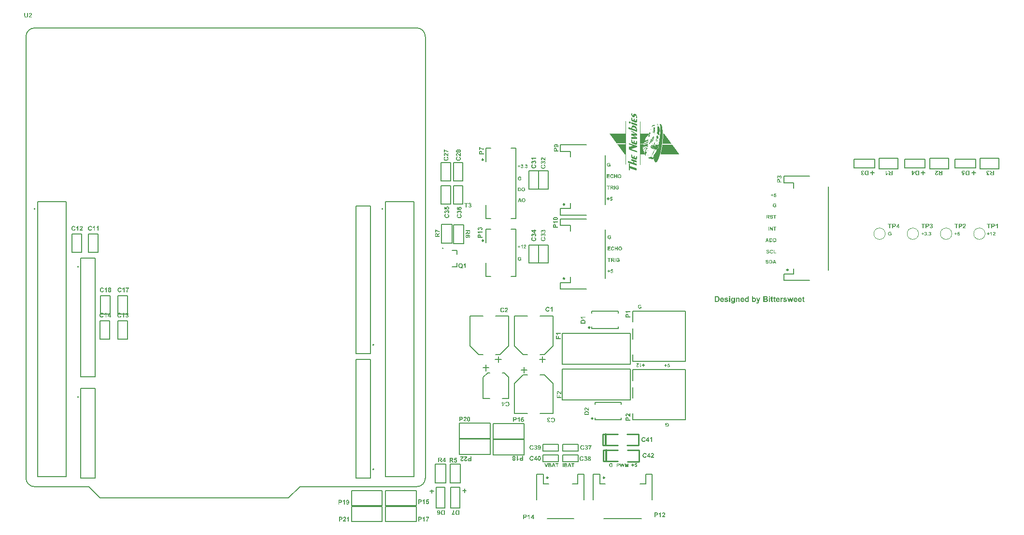
<source format=gto>
G04*
G04 #@! TF.GenerationSoftware,Altium Limited,Altium Designer,21.3.2 (30)*
G04*
G04 Layer_Color=65535*
%FSTAX25Y25*%
%MOIN*%
G70*
G04*
G04 #@! TF.SameCoordinates,6DE20C06-5D1D-465E-9787-E79606FCF872*
G04*
G04*
G04 #@! TF.FilePolarity,Positive*
G04*
G01*
G75*
%ADD10C,0.00984*%
%ADD11C,0.00000*%
%ADD12C,0.00394*%
%ADD13C,0.00787*%
%ADD14C,0.00500*%
%ADD15C,0.00600*%
%ADD16C,0.01000*%
%ADD17C,0.01300*%
G36*
X0443519Y039841D02*
X0443571D01*
Y0398392D01*
X0443623D01*
Y0398375D01*
X0443675D01*
Y0398358D01*
X0443744D01*
Y039834D01*
X0443796D01*
Y0398323D01*
X0443848D01*
Y0398306D01*
X0443899D01*
Y0398288D01*
X0443951D01*
Y0398271D01*
X0444003D01*
Y0398254D01*
X0444038D01*
Y0398098D01*
X044402D01*
Y0397476D01*
X0444038D01*
Y0397337D01*
X0444055D01*
Y0397251D01*
X0444072D01*
Y0397182D01*
X044409D01*
Y039713D01*
X0444107D01*
Y0397095D01*
X0444124D01*
Y0397061D01*
X0444141D01*
Y0397026D01*
X0444159D01*
Y0397009D01*
X0444176D01*
Y0396974D01*
X0444193D01*
Y0396957D01*
X0444211D01*
Y039694D01*
X0444228D01*
Y0396922D01*
X0444245D01*
Y0396905D01*
X044428D01*
Y0396888D01*
X0444314D01*
Y039687D01*
X0444349D01*
Y0396853D01*
X044447D01*
Y039687D01*
X0444504D01*
Y0396888D01*
X0444522D01*
Y0396905D01*
X0444539D01*
Y0396922D01*
X0444556D01*
Y039694D01*
X0444574D01*
Y0396957D01*
X0444591D01*
Y0396974D01*
X0444608D01*
Y0397009D01*
X0444626D01*
Y0397043D01*
X0444643D01*
Y0397078D01*
X044466D01*
Y0397113D01*
X0444677D01*
Y0397147D01*
X0444695D01*
Y0397199D01*
X0444712D01*
Y0397251D01*
X0444729D01*
Y0397303D01*
X0444747D01*
Y0397355D01*
X0444764D01*
Y0397407D01*
X0444781D01*
Y0397458D01*
X0444799D01*
Y039751D01*
X0444816D01*
Y0397562D01*
X0444833D01*
Y0397614D01*
X044485D01*
Y0397666D01*
X0444868D01*
Y0397701D01*
X0444885D01*
Y0397735D01*
X0444902D01*
Y039777D01*
X0444919D01*
Y0397787D01*
X0444937D01*
Y0397821D01*
X0444954D01*
Y0397839D01*
X0444971D01*
Y0397856D01*
X0444989D01*
Y0397873D01*
X0445006D01*
Y0397891D01*
X0445023D01*
Y0397908D01*
X0445041D01*
Y0397925D01*
X0445058D01*
Y0397943D01*
X0445092D01*
Y039796D01*
X044511D01*
Y0397977D01*
X0445144D01*
Y0397994D01*
X0445179D01*
Y0398012D01*
X0445231D01*
Y0398029D01*
X0445265D01*
Y0398046D01*
X0445352D01*
Y0398064D01*
X0445525D01*
Y0398081D01*
X0445611D01*
Y0398064D01*
X0445732D01*
Y0398046D01*
X0445801D01*
Y0398029D01*
X0445871D01*
Y0398012D01*
X0445923D01*
Y0397994D01*
X0445974D01*
Y0397977D01*
X0446009D01*
Y039796D01*
X0446061D01*
Y0397943D01*
X0446095D01*
Y0397925D01*
X044613D01*
Y0397908D01*
X0446165D01*
Y0397891D01*
X0446199D01*
Y0397873D01*
X0446234D01*
Y0397856D01*
X0446251D01*
Y0397839D01*
X0446286D01*
Y0397821D01*
X044632D01*
Y0397804D01*
X0446338D01*
Y0397787D01*
X0446372D01*
Y039777D01*
X0446389D01*
Y0397752D01*
X0446407D01*
Y0397735D01*
X0446441D01*
Y0397718D01*
X0446458D01*
Y0397701D01*
X0446476D01*
Y0397683D01*
X0446493D01*
Y0397666D01*
X0446528D01*
Y0397649D01*
X0446545D01*
Y0397631D01*
X0446562D01*
Y0397614D01*
X044658D01*
Y0397597D01*
X0446597D01*
Y039758D01*
X0446614D01*
Y0397562D01*
X0446631D01*
Y0397545D01*
X0446649D01*
Y0397528D01*
X0446666D01*
Y039751D01*
X0446683D01*
Y0397476D01*
X0446701D01*
Y0397458D01*
X0446718D01*
Y0397441D01*
X0446735D01*
Y0397424D01*
X0446753D01*
Y0397407D01*
X044677D01*
Y0397372D01*
X0446787D01*
Y0397355D01*
X0446804D01*
Y0397337D01*
X0446822D01*
Y0397303D01*
X0446839D01*
Y0397286D01*
X0446856D01*
Y0397251D01*
X0446874D01*
Y0397234D01*
X0446891D01*
Y0397199D01*
X0446908D01*
Y0397182D01*
X0446925D01*
Y0397147D01*
X0446943D01*
Y0397113D01*
X044696D01*
Y0397078D01*
X0446977D01*
Y0397043D01*
X0446995D01*
Y0397009D01*
X0447012D01*
Y0396974D01*
X0447029D01*
Y039694D01*
X0447047D01*
Y0396905D01*
X0447064D01*
Y0396853D01*
X0447081D01*
Y0396801D01*
X0447098D01*
Y0396749D01*
X0447116D01*
Y0396698D01*
X0447133D01*
Y0396628D01*
X044715D01*
Y0396559D01*
X0447167D01*
Y0396473D01*
X0447185D01*
Y0396317D01*
X0447202D01*
Y0394865D01*
X0447185D01*
Y0394882D01*
X0447133D01*
Y0394899D01*
X0447081D01*
Y0394917D01*
X0447029D01*
Y0394934D01*
X0446977D01*
Y0394951D01*
X0446925D01*
Y0394968D01*
X0446874D01*
Y0394986D01*
X0446822D01*
Y0395003D01*
X044677D01*
Y039502D01*
X0446735D01*
Y0395038D01*
X0446683D01*
Y0395055D01*
X0446649D01*
Y0396092D01*
X0446631D01*
Y03963D01*
X0446614D01*
Y0396386D01*
X0446597D01*
Y0396438D01*
X044658D01*
Y039649D01*
X0446562D01*
Y0396525D01*
X0446545D01*
Y0396559D01*
X0446528D01*
Y0396594D01*
X044651D01*
Y0396611D01*
X0446493D01*
Y0396646D01*
X0446476D01*
Y0396663D01*
X0446458D01*
Y039668D01*
X0446441D01*
Y0396698D01*
X0446424D01*
Y0396715D01*
X0446407D01*
Y0396732D01*
X0446372D01*
Y0396749D01*
X0446355D01*
Y0396767D01*
X0446338D01*
Y0396784D01*
X0446286D01*
Y0396801D01*
X0446251D01*
Y0396819D01*
X0446199D01*
Y0396836D01*
X0446061D01*
Y0396819D01*
X0446026D01*
Y0396801D01*
X0445992D01*
Y0396784D01*
X0445974D01*
Y0396767D01*
X044594D01*
Y0396749D01*
X0445923D01*
Y0396732D01*
X0445905D01*
Y0396698D01*
X0445888D01*
Y039668D01*
X0445871D01*
Y0396663D01*
X0445853D01*
Y0396628D01*
X0445836D01*
Y0396594D01*
X0445819D01*
Y0396559D01*
X0445801D01*
Y0396525D01*
X0445784D01*
Y039649D01*
X0445767D01*
Y0396421D01*
X044575D01*
Y0396369D01*
X0445732D01*
Y0396317D01*
X0445715D01*
Y0396248D01*
X0445698D01*
Y0396196D01*
X044568D01*
Y0396144D01*
X0445663D01*
Y0396075D01*
X0445646D01*
Y0396023D01*
X0445628D01*
Y0395989D01*
X0445611D01*
Y0395937D01*
X0445594D01*
Y0395868D01*
X0445577D01*
Y0395833D01*
X0445559D01*
Y0395798D01*
X0445542D01*
Y0395781D01*
X0445525D01*
Y0395746D01*
X0445507D01*
Y0395729D01*
X044549D01*
Y0395712D01*
X0445473D01*
Y0395695D01*
X0445456D01*
Y039566D01*
X0445438D01*
Y0395643D01*
X0445404D01*
Y0395625D01*
X0445386D01*
Y0395608D01*
X0445369D01*
Y0395591D01*
X0445335D01*
Y0395574D01*
X04453D01*
Y0395556D01*
X0445265D01*
Y0395539D01*
X0445231D01*
Y0395522D01*
X0445144D01*
Y0395504D01*
X044485D01*
Y0395522D01*
X0444764D01*
Y0395539D01*
X0444712D01*
Y0395556D01*
X044466D01*
Y0395574D01*
X0444608D01*
Y0395591D01*
X0444574D01*
Y0395608D01*
X0444522D01*
Y0395625D01*
X0444487D01*
Y0395643D01*
X0444453D01*
Y039566D01*
X0444418D01*
Y0395677D01*
X0444401D01*
Y0395695D01*
X0444366D01*
Y0395712D01*
X0444332D01*
Y0395729D01*
X0444314D01*
Y0395746D01*
X044428D01*
Y0395764D01*
X0444263D01*
Y0395781D01*
X0444228D01*
Y0395798D01*
X0444211D01*
Y0395816D01*
X0444193D01*
Y0395833D01*
X0444176D01*
Y039585D01*
X0444141D01*
Y0395868D01*
X0444124D01*
Y0395885D01*
X0444107D01*
Y0395902D01*
X044409D01*
Y0395919D01*
X0444072D01*
Y0395937D01*
X0444055D01*
Y0395954D01*
X0444038D01*
Y0395971D01*
X044402D01*
Y0395989D01*
X0444003D01*
Y0396006D01*
X0443986D01*
Y0396023D01*
X0443968D01*
Y0396041D01*
X0443951D01*
Y0396058D01*
X0443934D01*
Y0396075D01*
X0443917D01*
Y039611D01*
X0443899D01*
Y0396127D01*
X0443882D01*
Y0396144D01*
X0443865D01*
Y0396162D01*
X0443848D01*
Y0396196D01*
X044383D01*
Y0396213D01*
X0443813D01*
Y0396248D01*
X0443796D01*
Y0396265D01*
X0443778D01*
Y03963D01*
X0443761D01*
Y0396334D01*
X0443744D01*
Y0396352D01*
X0443726D01*
Y0396386D01*
X0443709D01*
Y0396421D01*
X0443692D01*
Y0396456D01*
X0443675D01*
Y0396507D01*
X0443657D01*
Y0396542D01*
X044364D01*
Y0396594D01*
X0443623D01*
Y0396646D01*
X0443605D01*
Y0396698D01*
X0443588D01*
Y0396749D01*
X0443571D01*
Y0396819D01*
X0443553D01*
Y0396888D01*
X0443536D01*
Y0396957D01*
X0443519D01*
Y0397061D01*
X0443502D01*
Y0397182D01*
X0443484D01*
Y0398427D01*
X0443519D01*
Y039841D01*
D02*
G37*
G36*
X0443536Y0395487D02*
X0443588D01*
Y039547D01*
X044364D01*
Y0395453D01*
X0443675D01*
Y0395435D01*
X0443744D01*
Y0395418D01*
X0443796D01*
Y0395401D01*
X0443848D01*
Y0395383D01*
X0443899D01*
Y0395366D01*
X0443951D01*
Y0395349D01*
X0444003D01*
Y0395332D01*
X0444038D01*
Y0394277D01*
X0444055D01*
Y0394208D01*
X0444072D01*
Y0394156D01*
X044409D01*
Y0394121D01*
X0444107D01*
Y0394087D01*
X0444124D01*
Y0394069D01*
X0444141D01*
Y0394052D01*
X0444159D01*
Y0394035D01*
X0444176D01*
Y0394017D01*
X0444193D01*
Y0394D01*
X0444211D01*
Y0393983D01*
X0444245D01*
Y0393966D01*
X0444263D01*
Y0393948D01*
X044428D01*
Y0393931D01*
X0444314D01*
Y0393914D01*
X0444349D01*
Y0393896D01*
X0444366D01*
Y0393879D01*
X0444401D01*
Y0393862D01*
X0444453D01*
Y0393844D01*
X0444487D01*
Y0393827D01*
X0444539D01*
Y039381D01*
X0444574D01*
Y0393793D01*
X0444643D01*
Y0393775D01*
X0444712D01*
Y0393758D01*
X0444764D01*
Y0393741D01*
X0444833D01*
Y0393723D01*
X0444885D01*
Y0393706D01*
X0444937D01*
Y0393689D01*
X0444989D01*
Y0393671D01*
X0445041D01*
Y0393654D01*
X0445075D01*
Y0394813D01*
X044511D01*
Y0394795D01*
X0445162D01*
Y0394778D01*
X0445214D01*
Y0394761D01*
X0445265D01*
Y0394744D01*
X0445335D01*
Y0394726D01*
X0445386D01*
Y0394709D01*
X0445438D01*
Y0394692D01*
X044549D01*
Y0394674D01*
X0445542D01*
Y0394657D01*
X0445594D01*
Y039464D01*
X0445628D01*
Y0393447D01*
X044568D01*
Y0393429D01*
X0445732D01*
Y0393412D01*
X0445784D01*
Y0393395D01*
X0445836D01*
Y0393377D01*
X0445871D01*
Y039336D01*
X0445905D01*
Y0393343D01*
X0445957D01*
Y0393326D01*
X0445992D01*
Y0393308D01*
X0446043D01*
Y0393291D01*
X0446095D01*
Y0393274D01*
X0446165D01*
Y0393256D01*
X0446216D01*
Y0393239D01*
X0446303D01*
Y0393222D01*
X0446493D01*
Y0393239D01*
X0446528D01*
Y0393256D01*
X0446562D01*
Y0393274D01*
X044658D01*
Y0393291D01*
X0446597D01*
Y0393326D01*
X0446614D01*
Y0393377D01*
X0446631D01*
Y0394D01*
X0446649D01*
Y0394501D01*
X0446666D01*
Y0394484D01*
X0446701D01*
Y0394467D01*
X0446753D01*
Y039445D01*
X0446804D01*
Y0394432D01*
X0446856D01*
Y0394415D01*
X0446925D01*
Y0394398D01*
X0446977D01*
Y039438D01*
X0447029D01*
Y0394363D01*
X0447081D01*
Y0394346D01*
X0447133D01*
Y0394329D01*
X0447185D01*
Y0394311D01*
X0447202D01*
Y0393256D01*
Y0393239D01*
Y039234D01*
X0447185D01*
Y0392271D01*
X0447167D01*
Y0392202D01*
X044715D01*
Y039215D01*
X0447133D01*
Y0392115D01*
X0447116D01*
Y0392081D01*
X0447098D01*
Y0392046D01*
X0447081D01*
Y0392029D01*
X0447064D01*
Y0392011D01*
X0447047D01*
Y0391994D01*
X0447012D01*
Y0391977D01*
X0446995D01*
Y039196D01*
X044696D01*
Y0391942D01*
X0446908D01*
Y0391925D01*
X0446614D01*
Y0391942D01*
X0446528D01*
Y039196D01*
X0446458D01*
Y0391977D01*
X0446407D01*
Y0391994D01*
X0446355D01*
Y0392011D01*
X0446303D01*
Y0392029D01*
X0446251D01*
Y0392046D01*
X0446199D01*
Y0392063D01*
X0446147D01*
Y0392081D01*
X0446095D01*
Y0392098D01*
X0446043D01*
Y0392115D01*
X0445992D01*
Y0392132D01*
X044594D01*
Y039215D01*
X0445888D01*
Y0392167D01*
X0445836D01*
Y0392184D01*
X0445784D01*
Y0392202D01*
X0445732D01*
Y0392219D01*
X0445698D01*
Y0392236D01*
X0445646D01*
Y0392254D01*
X0445594D01*
Y0392271D01*
X0445542D01*
Y0392288D01*
X044549D01*
Y0392305D01*
X0445438D01*
Y0392323D01*
X0445386D01*
Y039234D01*
X0445335D01*
Y0392357D01*
X0445283D01*
Y0392375D01*
X0445231D01*
Y0392392D01*
X0445179D01*
Y0392409D01*
X0445127D01*
Y0392426D01*
X0445075D01*
Y0392444D01*
X0445023D01*
Y0392461D01*
X0444971D01*
Y0392478D01*
X0444937D01*
Y0392496D01*
X0444885D01*
Y0392513D01*
X0444833D01*
Y039253D01*
X0444781D01*
Y0392547D01*
X0444729D01*
Y0392565D01*
X0444677D01*
Y0392582D01*
X0444626D01*
Y0392599D01*
X0444574D01*
Y0392617D01*
X0444522D01*
Y0392634D01*
X044447D01*
Y0392651D01*
X0444418D01*
Y0392669D01*
X0444366D01*
Y0392686D01*
X0444314D01*
Y0392703D01*
X044428D01*
Y039272D01*
X0444228D01*
Y0392738D01*
X0444193D01*
Y0392755D01*
X0444141D01*
Y0392772D01*
X0444107D01*
Y039279D01*
X0444072D01*
Y0392807D01*
X0444038D01*
Y0392824D01*
X0444003D01*
Y0392842D01*
X0443968D01*
Y0392859D01*
X0443951D01*
Y0392876D01*
X0443917D01*
Y0392893D01*
X0443899D01*
Y0392911D01*
X0443865D01*
Y0392928D01*
X0443848D01*
Y0392945D01*
X044383D01*
Y0392963D01*
X0443796D01*
Y039298D01*
X0443778D01*
Y0392997D01*
X0443761D01*
Y0393014D01*
X0443744D01*
Y0393032D01*
X0443726D01*
Y0393049D01*
X0443709D01*
Y0393066D01*
X0443692D01*
Y0393084D01*
X0443675D01*
Y0393118D01*
X0443657D01*
Y0393135D01*
X044364D01*
Y039317D01*
X0443623D01*
Y0393187D01*
X0443605D01*
Y0393222D01*
X0443588D01*
Y0393256D01*
X0443571D01*
Y0393308D01*
X0443553D01*
Y0393343D01*
X0443536D01*
Y0393395D01*
X0443519D01*
Y0393464D01*
X0443502D01*
Y039355D01*
X0443484D01*
Y0395504D01*
X0443536D01*
Y0395487D01*
D02*
G37*
G36*
X0442118Y0392738D02*
X0442205D01*
Y039272D01*
X0442257D01*
Y0392703D01*
X0442309D01*
Y0392686D01*
X0442343D01*
Y0392669D01*
X0442378D01*
Y0392651D01*
X0442412D01*
Y0392634D01*
X0442447D01*
Y0392617D01*
X0442481D01*
Y0392599D01*
X0442499D01*
Y0392582D01*
X0442533D01*
Y0392565D01*
X0442551D01*
Y0392547D01*
X0442585D01*
Y039253D01*
X0442602D01*
Y0392513D01*
X044262D01*
Y0392496D01*
X0442637D01*
Y0392478D01*
X0442654D01*
Y0392461D01*
X0442672D01*
Y0392444D01*
X0442689D01*
Y0392426D01*
X0442706D01*
Y0392392D01*
X0442724D01*
Y0392375D01*
X0442741D01*
Y0392357D01*
X0442758D01*
Y0392323D01*
X0442775D01*
Y0392288D01*
X0442793D01*
Y0392254D01*
X044281D01*
Y0392236D01*
X0442827D01*
Y0392184D01*
X0442844D01*
Y039215D01*
X0442862D01*
Y0392098D01*
X0442879D01*
Y0392046D01*
X0442896D01*
Y039196D01*
X0442914D01*
Y0391925D01*
Y0391908D01*
Y03917D01*
X0442896D01*
Y0391648D01*
X0442879D01*
Y0391614D01*
X0442862D01*
Y0391579D01*
X0442844D01*
Y0391562D01*
X0442827D01*
Y0391545D01*
X044281D01*
Y0391527D01*
X0442793D01*
Y039151D01*
X0442775D01*
Y0391493D01*
X0442758D01*
Y0391475D01*
X0442741D01*
Y0391458D01*
X0442706D01*
Y0391441D01*
X0442672D01*
Y0391424D01*
X0442637D01*
Y0391406D01*
X0442533D01*
Y0391389D01*
X0442499D01*
Y0391406D01*
X0442378D01*
Y0391424D01*
X0442309D01*
Y0391441D01*
X0442257D01*
Y0391458D01*
X0442222D01*
Y0391475D01*
X044217D01*
Y0391493D01*
X0442135D01*
Y039151D01*
X0442101D01*
Y0391527D01*
X0442084D01*
Y0391545D01*
X0442049D01*
Y0391562D01*
X0442032D01*
Y0391579D01*
X0441997D01*
Y0391597D01*
X044198D01*
Y0391614D01*
X0441963D01*
Y0391631D01*
X0441945D01*
Y0391648D01*
X0441928D01*
Y0391666D01*
X0441911D01*
Y0391683D01*
X0441893D01*
Y03917D01*
X0441876D01*
Y0391718D01*
X0441859D01*
Y0391752D01*
X0441842D01*
Y0391769D01*
X0441824D01*
Y0391804D01*
X0441807D01*
Y0391821D01*
X044179D01*
Y0391856D01*
X0441772D01*
Y039189D01*
X0441755D01*
Y0391942D01*
X0441738D01*
Y0391977D01*
X0441721D01*
Y0392029D01*
X0441703D01*
Y0392115D01*
X0441686D01*
Y0392409D01*
X0441703D01*
Y0392478D01*
X0441721D01*
Y0392513D01*
X0441738D01*
Y0392547D01*
X0441755D01*
Y0392582D01*
X0441772D01*
Y0392599D01*
X044179D01*
Y0392617D01*
X0441807D01*
Y0392651D01*
X0441824D01*
Y0392669D01*
X0441842D01*
Y0392686D01*
X0441876D01*
Y0392703D01*
X0441911D01*
Y039272D01*
X0441945D01*
Y0392738D01*
X0441997D01*
Y0392755D01*
X0442118D01*
Y0392738D01*
D02*
G37*
G36*
X0461053Y0391164D02*
X0461036D01*
Y0391181D01*
X0461053D01*
Y0391164D01*
D02*
G37*
G36*
X0461589Y0391147D02*
X0461572D01*
Y0391164D01*
X0461589D01*
Y0391147D01*
D02*
G37*
G36*
X0461018D02*
X0461001D01*
Y0391164D01*
X0461018D01*
Y0391147D01*
D02*
G37*
G36*
X0461727Y0391112D02*
X046171D01*
Y039113D01*
X0461727D01*
Y0391112D01*
D02*
G37*
G36*
X0461917Y039106D02*
X0461969D01*
Y0391043D01*
X0461917D01*
Y039106D01*
X0461866D01*
Y0391078D01*
X0461917D01*
Y039106D01*
D02*
G37*
G36*
X0461796Y0391026D02*
X0461814D01*
Y0391008D01*
X0461796D01*
Y0391026D01*
X0461745D01*
Y0391043D01*
X0461796D01*
Y0391026D01*
D02*
G37*
G36*
X0461036Y0390991D02*
X0461018D01*
Y0391008D01*
X0461036D01*
Y0390991D01*
D02*
G37*
G36*
X0463387Y0391095D02*
X0463456D01*
Y0391078D01*
X0463508D01*
Y039106D01*
X0463543D01*
Y0391043D01*
X0463578D01*
Y0391026D01*
X0463612D01*
Y0391008D01*
X0463647D01*
Y0390991D01*
X0463664D01*
Y0390974D01*
X0463698D01*
Y0390957D01*
X0463716D01*
Y0390939D01*
X0463733D01*
Y0390922D01*
X046375D01*
Y0390905D01*
X0463768D01*
Y0390887D01*
X0463785D01*
Y039087D01*
X0463802D01*
Y0390853D01*
X046382D01*
Y0390836D01*
X0463837D01*
Y0390818D01*
X0463854D01*
Y0390801D01*
X0463871D01*
Y0390784D01*
X0463889D01*
Y0390749D01*
X0463906D01*
Y0390732D01*
X0463923D01*
Y0390715D01*
X0463941D01*
Y0390697D01*
X0463958D01*
Y0390663D01*
X0463975D01*
Y0390628D01*
X0463993D01*
Y0390611D01*
X046401D01*
Y0390576D01*
X0464027D01*
Y0390559D01*
X0464044D01*
Y0390524D01*
X0464062D01*
Y039049D01*
X0464079D01*
Y0390455D01*
X0464096D01*
Y0390421D01*
X0464114D01*
Y0390403D01*
X0464131D01*
Y0390352D01*
X0464148D01*
Y0390317D01*
X0464165D01*
Y0390282D01*
X0464183D01*
Y0390248D01*
X04642D01*
Y0390213D01*
X0464217D01*
Y0390161D01*
X0464235D01*
Y0390127D01*
X0464252D01*
Y0390075D01*
X0464269D01*
Y039004D01*
X0464287D01*
Y0389988D01*
X0464304D01*
Y0389936D01*
X0464321D01*
Y0389902D01*
X0464338D01*
Y038985D01*
X0464356D01*
Y0389798D01*
X0464373D01*
Y0389729D01*
X046439D01*
Y0389677D01*
X0464407D01*
Y0389625D01*
X0464425D01*
Y0389556D01*
X0464442D01*
Y0389504D01*
X0464459D01*
Y0389435D01*
X0464477D01*
Y0389366D01*
X0464494D01*
Y0389297D01*
X0464511D01*
Y0389228D01*
X0464529D01*
Y0389158D01*
X0464546D01*
Y0389072D01*
X0464563D01*
Y0389003D01*
X046458D01*
Y0388916D01*
X0464598D01*
Y038883D01*
X0464615D01*
Y0388743D01*
X0464632D01*
Y0388657D01*
X046465D01*
Y0388553D01*
X0464667D01*
Y0388449D01*
X0464684D01*
Y0388346D01*
X0464702D01*
Y0388242D01*
X0464719D01*
Y0388104D01*
X0464736D01*
Y0387983D01*
X0464753D01*
Y0387861D01*
X0464771D01*
Y0387723D01*
X0464788D01*
Y0387567D01*
X0464805D01*
Y0387429D01*
X0464822D01*
Y0387256D01*
X046484D01*
Y0387066D01*
X0464857D01*
Y0386859D01*
X0464874D01*
Y0386651D01*
X0464892D01*
Y0386392D01*
X0464909D01*
Y0386098D01*
X0464926D01*
Y0385752D01*
X0464944D01*
Y038525D01*
X0464961D01*
Y0382968D01*
X0464944D01*
Y0382397D01*
X0464926D01*
Y0381982D01*
X0464909D01*
Y0381636D01*
X0464892D01*
Y0381308D01*
X0464874D01*
Y0381014D01*
X0464857D01*
Y0380737D01*
X046484D01*
Y0380495D01*
X0464822D01*
Y0380253D01*
X0464805D01*
Y0380046D01*
X0464788D01*
Y0379838D01*
X0464771D01*
Y037963D01*
X0464753D01*
Y0379423D01*
X0464736D01*
Y037925D01*
X0464719D01*
Y037906D01*
X0464702D01*
Y037887D01*
X0464684D01*
Y0378697D01*
X0464667D01*
Y0378541D01*
X046465D01*
Y0378368D01*
X0464632D01*
Y0378195D01*
X0464615D01*
Y0378057D01*
X0464598D01*
Y0377901D01*
X046458D01*
Y0377746D01*
X0464563D01*
Y037759D01*
X0464546D01*
Y0377452D01*
X0464529D01*
Y0377313D01*
X0464511D01*
Y0377175D01*
X0464494D01*
Y0377037D01*
X0464477D01*
Y0376898D01*
X0464459D01*
Y037676D01*
X0464442D01*
Y0376639D01*
X0464425D01*
Y0376518D01*
X0464407D01*
Y037638D01*
X046439D01*
Y0376259D01*
X0464373D01*
Y0376137D01*
X0464356D01*
Y0376086D01*
Y0376068D01*
Y0376016D01*
X0464338D01*
Y0375895D01*
X0464321D01*
Y0375774D01*
X0464304D01*
Y0375653D01*
X0464287D01*
Y0375532D01*
X0464269D01*
Y0375429D01*
X0464252D01*
Y0375307D01*
X0464235D01*
Y0375204D01*
X0464217D01*
Y03751D01*
X04642D01*
Y0374996D01*
X0464183D01*
Y0374875D01*
X0464165D01*
Y0374771D01*
X0464148D01*
Y0374668D01*
X0464131D01*
Y0374564D01*
X0464114D01*
Y037446D01*
X0464096D01*
Y0374356D01*
X0464079D01*
Y0374253D01*
X0464062D01*
Y0374149D01*
X0464044D01*
Y0374062D01*
X0464027D01*
Y0373976D01*
X046401D01*
Y0373872D01*
X0463993D01*
Y0373768D01*
X0463975D01*
Y0373682D01*
X0463958D01*
Y0373578D01*
X0463941D01*
Y0373492D01*
X0463923D01*
Y0373405D01*
X0463906D01*
Y0373319D01*
X0463889D01*
Y0373233D01*
X0463871D01*
Y0373129D01*
X0463854D01*
Y0373042D01*
X0463837D01*
Y0372956D01*
X046382D01*
Y0372869D01*
X0463802D01*
Y0372783D01*
X0463785D01*
Y0372696D01*
X0463768D01*
Y037261D01*
X046375D01*
Y0372523D01*
X0463733D01*
Y0372454D01*
X0463716D01*
Y0372368D01*
X0463698D01*
Y0372281D01*
X0463681D01*
Y0372195D01*
X0463664D01*
Y0372126D01*
X0463647D01*
Y0372039D01*
X0463629D01*
Y0371953D01*
X0463612D01*
Y0371884D01*
X0463595D01*
Y0371797D01*
X0463578D01*
Y0371728D01*
X046356D01*
Y0371642D01*
X0463543D01*
Y0371572D01*
X0463526D01*
Y0371503D01*
X0463508D01*
Y0371417D01*
X0463491D01*
Y0371348D01*
X0463474D01*
Y0371279D01*
X0463456D01*
Y0371192D01*
X0463439D01*
Y0371123D01*
X0463422D01*
Y0371054D01*
X0463405D01*
Y0370985D01*
X0463387D01*
Y0370915D01*
X046337D01*
Y0370846D01*
X0463353D01*
Y0370777D01*
X0463335D01*
Y0370708D01*
X0463318D01*
Y0370621D01*
X0463301D01*
Y0370569D01*
X0463283D01*
Y03705D01*
X0463266D01*
Y0370431D01*
X0463249D01*
Y0370362D01*
X0463232D01*
Y0370293D01*
X0463214D01*
Y0370224D01*
X0463197D01*
Y0370155D01*
X046318D01*
Y0370085D01*
X0463163D01*
Y0370034D01*
X0463145D01*
Y0369964D01*
X0463128D01*
Y0369912D01*
X0463111D01*
Y0369843D01*
X0463093D01*
Y0369774D01*
X0463076D01*
Y0369722D01*
X0463059D01*
Y0369653D01*
X0463041D01*
Y0369584D01*
X0463024D01*
Y0369532D01*
X0463007D01*
Y0369463D01*
X046299D01*
Y0369411D01*
X0462972D01*
Y0369342D01*
X0462955D01*
Y036929D01*
X0462938D01*
Y0369238D01*
X046292D01*
Y0369169D01*
X0462903D01*
Y0369117D01*
X0462886D01*
Y0369048D01*
X0462868D01*
Y0368996D01*
X0462851D01*
Y0368944D01*
X0462834D01*
Y0368892D01*
X0462817D01*
Y0368823D01*
X0462799D01*
Y0368771D01*
X0462782D01*
Y0368719D01*
X0462765D01*
Y0368667D01*
X0462747D01*
Y0368598D01*
X046273D01*
Y0368546D01*
X0462713D01*
Y0368495D01*
X0462696D01*
Y0368443D01*
X0462678D01*
Y0368391D01*
X0462661D01*
Y0368339D01*
X0462644D01*
Y0368287D01*
X0462626D01*
Y0368235D01*
X0462609D01*
Y0368183D01*
X0462592D01*
Y0368131D01*
X0462575D01*
Y0368079D01*
X0462557D01*
Y0368028D01*
X046254D01*
Y0367976D01*
X0462523D01*
Y0367941D01*
X0462505D01*
Y0367889D01*
X0462488D01*
Y0367837D01*
X0462471D01*
Y0367786D01*
X0462454D01*
Y0367734D01*
X0462436D01*
Y0367682D01*
X0462419D01*
Y0367647D01*
X0462402D01*
Y0367595D01*
X0462384D01*
Y0367543D01*
X0462367D01*
Y0367509D01*
X046235D01*
Y0367457D01*
X0462332D01*
Y0367405D01*
X0462315D01*
Y0367371D01*
X0462298D01*
Y0367319D01*
X0462281D01*
Y0367267D01*
X0462263D01*
Y0367232D01*
X0462246D01*
Y036718D01*
X0462229D01*
Y0367146D01*
X0462211D01*
Y0367094D01*
X0462194D01*
Y0367059D01*
X0462177D01*
Y0367007D01*
X046216D01*
Y0366973D01*
X0462142D01*
Y0366921D01*
X0462125D01*
Y0366886D01*
X0462108D01*
Y0366852D01*
X046209D01*
Y03668D01*
X0462073D01*
Y0366765D01*
X0462056D01*
Y0366731D01*
X0462039D01*
Y0366679D01*
X0462021D01*
Y0366644D01*
X0462004D01*
Y036661D01*
X0461987D01*
Y0366575D01*
X0461969D01*
Y0366523D01*
X0461952D01*
Y0366489D01*
X0461935D01*
Y0366454D01*
X0461917D01*
Y036642D01*
X04619D01*
Y0366385D01*
X0461883D01*
Y036635D01*
X0461866D01*
Y0366298D01*
X0461848D01*
Y0366264D01*
X0461831D01*
Y0366229D01*
X0461814D01*
Y0366195D01*
X0461796D01*
Y036616D01*
X0461779D01*
Y0366125D01*
X0461762D01*
Y0366091D01*
X0461745D01*
Y0366056D01*
X0461727D01*
Y0366022D01*
X046171D01*
Y0365987D01*
X0461693D01*
Y0365953D01*
X0461675D01*
Y0365935D01*
X0461658D01*
Y0365901D01*
X0461641D01*
Y0365866D01*
X0461623D01*
Y0365832D01*
X0461606D01*
Y0365797D01*
X0461589D01*
Y036578D01*
X0461572D01*
Y0365745D01*
X0461554D01*
Y036571D01*
X0461537D01*
Y0365676D01*
X046152D01*
Y0365659D01*
X0461503D01*
Y0365624D01*
X0461485D01*
Y0365589D01*
X0461468D01*
Y0365572D01*
X0461451D01*
Y0365538D01*
X0461433D01*
Y0365503D01*
X0461416D01*
Y0365486D01*
X0461399D01*
Y0365451D01*
X0461381D01*
Y0365417D01*
X0461364D01*
Y0365399D01*
X0461347D01*
Y0365382D01*
X046133D01*
Y0365347D01*
X0461312D01*
Y036533D01*
X0461295D01*
Y0365296D01*
X0461278D01*
Y0365278D01*
X046126D01*
Y0365244D01*
X0461243D01*
Y0365226D01*
X0461226D01*
Y0365209D01*
X0461208D01*
Y0365175D01*
X0461191D01*
Y0365157D01*
X0461174D01*
Y036514D01*
X0461157D01*
Y0365105D01*
X0461139D01*
Y0365088D01*
X0461122D01*
Y0365071D01*
X0461105D01*
Y0365053D01*
X0461088D01*
Y0365019D01*
X046107D01*
Y0365002D01*
X0461053D01*
Y0364984D01*
X0461036D01*
Y0364967D01*
X0461018D01*
Y036495D01*
X0461001D01*
Y0364932D01*
X0460984D01*
Y0364915D01*
X0460966D01*
Y0364898D01*
X0460949D01*
Y036488D01*
X0460932D01*
Y0364846D01*
X0460915D01*
Y0364829D01*
X046088D01*
Y0364811D01*
X0460863D01*
Y0364794D01*
X0460845D01*
Y0364777D01*
X0460828D01*
Y0364759D01*
X0460811D01*
Y0364742D01*
X0460793D01*
Y0364725D01*
X0460759D01*
Y0364708D01*
X0460742D01*
Y036469D01*
X0460724D01*
Y0364673D01*
X046069D01*
Y0364656D01*
X0460673D01*
Y0364638D01*
X0460638D01*
Y0364621D01*
X0460621D01*
Y0364604D01*
X0460586D01*
Y0364586D01*
X0460551D01*
Y0364569D01*
X0460517D01*
Y0364552D01*
X0460482D01*
Y0364535D01*
X046043D01*
Y0364517D01*
X0460361D01*
Y03645D01*
X0460102D01*
Y0364517D01*
X0460033D01*
Y0364535D01*
X0459998D01*
Y0364552D01*
X0459946D01*
Y0364569D01*
X0459929D01*
Y0364586D01*
X0459894D01*
Y0364604D01*
X045986D01*
Y0364621D01*
X0459842D01*
Y0364638D01*
X0459825D01*
Y0364656D01*
X0459791D01*
Y0364673D01*
X0459773D01*
Y036469D01*
X0459756D01*
Y0364708D01*
X0459739D01*
Y0364725D01*
X0459721D01*
Y0364742D01*
X0459704D01*
Y0364759D01*
X0459687D01*
Y0364777D01*
X0459669D01*
Y0364794D01*
X0459652D01*
Y0364829D01*
X0459635D01*
Y0364846D01*
X0459618D01*
Y0364863D01*
X04596D01*
Y036488D01*
X0459583D01*
Y0364915D01*
X0459566D01*
Y0364932D01*
X0459549D01*
Y0364967D01*
X0459531D01*
Y0364984D01*
X0459514D01*
Y0365019D01*
X0459497D01*
Y0365036D01*
X0459479D01*
Y0365071D01*
X0459462D01*
Y0365105D01*
X0459445D01*
Y036514D01*
X0459427D01*
Y0365175D01*
X045941D01*
Y0365192D01*
X0459393D01*
Y0365226D01*
X0459376D01*
Y0365261D01*
X0459358D01*
Y0365296D01*
X0459341D01*
Y0365347D01*
X0459324D01*
Y0365382D01*
X0459306D01*
Y0365417D01*
X0459289D01*
Y0365468D01*
X0459272D01*
Y0365503D01*
X0459255D01*
Y0365555D01*
X0459237D01*
Y0365607D01*
X045922D01*
Y0365641D01*
X0459203D01*
Y0365693D01*
X0459185D01*
Y0365745D01*
X0459168D01*
Y0365797D01*
X0459151D01*
Y0365849D01*
X0459133D01*
Y0365901D01*
X0459116D01*
Y0365953D01*
X0459099D01*
Y0366022D01*
X0459082D01*
Y0366091D01*
X0459064D01*
Y0366143D01*
X0459047D01*
Y0366212D01*
X045903D01*
Y0366281D01*
X0459012D01*
Y036635D01*
X0458995D01*
Y036642D01*
X0458978D01*
Y0366506D01*
X0458961D01*
Y0366575D01*
X0458943D01*
Y0366644D01*
X0458926D01*
Y0366679D01*
X0458909D01*
Y0366696D01*
X0458891D01*
Y0366731D01*
X0458874D01*
Y0366765D01*
X0458857D01*
Y03668D01*
X045884D01*
Y0366834D01*
X0458718D01*
Y0366817D01*
X0458632D01*
Y03668D01*
X0458494D01*
Y0366783D01*
X0458252D01*
Y0366765D01*
X0457906D01*
Y0366783D01*
X0457594D01*
Y03668D01*
X0457404D01*
Y0366817D01*
X0457266D01*
Y0366834D01*
X0457145D01*
Y0366852D01*
X0457041D01*
Y0366869D01*
X0456955D01*
Y0366886D01*
X0456868D01*
Y0366904D01*
X0456765D01*
Y0366921D01*
X0456661D01*
Y0366938D01*
X0456574D01*
Y0366955D01*
X0456522D01*
Y0366973D01*
X0456453D01*
Y036699D01*
X0456332D01*
Y0367007D01*
X0456177D01*
Y0367025D01*
X0456055D01*
Y0367042D01*
X0455986D01*
Y0367059D01*
X0455883D01*
Y0367077D01*
X0455813D01*
Y0367094D01*
X0455727D01*
Y0367111D01*
X0455675D01*
Y0367128D01*
X0455623D01*
Y0367146D01*
X0455571D01*
Y0367163D01*
X0455519D01*
Y036718D01*
X0455468D01*
Y0367198D01*
X0455433D01*
Y0367215D01*
X0455398D01*
Y0367232D01*
X0455364D01*
Y0367249D01*
X0455329D01*
Y0367267D01*
X0455312D01*
Y0367284D01*
X0455295D01*
Y0367301D01*
X045526D01*
Y0367319D01*
X0455243D01*
Y0367336D01*
X0455226D01*
Y0367353D01*
X0455208D01*
Y0367371D01*
X0455191D01*
Y0367388D01*
X0455174D01*
Y0367405D01*
X0455156D01*
Y0367422D01*
X0455139D01*
Y0367457D01*
X0455122D01*
Y0367492D01*
X0455104D01*
Y0367543D01*
X0455087D01*
Y0367613D01*
X0455104D01*
Y0367665D01*
X0455122D01*
Y0367699D01*
X0455139D01*
Y0367734D01*
X0455156D01*
Y0367751D01*
X0455174D01*
Y0367768D01*
X0455191D01*
Y0367786D01*
X0455208D01*
Y0367803D01*
X0455243D01*
Y036782D01*
X045526D01*
Y0367837D01*
X0455277D01*
Y0367855D01*
X0455312D01*
Y0367872D01*
X0455329D01*
Y0367889D01*
X0455381D01*
Y0367907D01*
X0455416D01*
Y0367924D01*
X045545D01*
Y0367941D01*
X0455485D01*
Y0367958D01*
X0455537D01*
Y0367976D01*
X0455571D01*
Y0367993D01*
X0455623D01*
Y036801D01*
X0455692D01*
Y0368028D01*
X0455744D01*
Y0368045D01*
X0455813D01*
Y0368062D01*
X0455883D01*
Y0368079D01*
X0455969D01*
Y0368097D01*
X0456038D01*
Y0368114D01*
X0456159D01*
Y0368131D01*
X0456263D01*
Y0368149D01*
X0456367D01*
Y0368166D01*
X0456505D01*
Y0368183D01*
X0456661D01*
Y03682D01*
X0456885D01*
Y0368218D01*
X0457179D01*
Y03682D01*
X0457231D01*
Y0368183D01*
X0457266D01*
Y03682D01*
X0457301D01*
Y0368183D01*
X0457318D01*
Y03682D01*
X0457404D01*
Y0368183D01*
X0457698D01*
Y0368166D01*
X0457819D01*
Y0368149D01*
X0457889D01*
Y0368131D01*
X0457975D01*
Y0368114D01*
X0458061D01*
Y0368097D01*
X0458148D01*
Y0368079D01*
X0458269D01*
Y0368062D01*
X0458407D01*
Y0368045D01*
X0458494D01*
Y0368062D01*
X0458546D01*
Y0368079D01*
X0458563D01*
Y0368097D01*
X045858D01*
Y0368114D01*
X0458597D01*
Y0368131D01*
X0458615D01*
Y0368166D01*
X0458632D01*
Y0368183D01*
X0458649D01*
Y0368218D01*
X0458667D01*
Y0368252D01*
X0458684D01*
Y0368287D01*
X0458701D01*
Y0368322D01*
X0458718D01*
Y0368356D01*
X0458736D01*
Y0368391D01*
X0458753D01*
Y0368425D01*
X045877D01*
Y036846D01*
X0458788D01*
Y0368512D01*
X0458805D01*
Y0368546D01*
X0458822D01*
Y0368564D01*
X0458788D01*
Y0368546D01*
X045877D01*
Y0368529D01*
X0458736D01*
Y0368512D01*
X0458701D01*
Y0368495D01*
X0458667D01*
Y0368477D01*
X0458632D01*
Y036846D01*
X0458597D01*
Y0368443D01*
X0458546D01*
Y0368425D01*
X0458494D01*
Y0368408D01*
X0458459D01*
Y0368391D01*
X0458407D01*
Y0368373D01*
X0458338D01*
Y0368356D01*
X0458303D01*
Y0368339D01*
X0458234D01*
Y0368322D01*
X0458165D01*
Y0368304D01*
X0458096D01*
Y0368287D01*
X0458027D01*
Y036827D01*
X045794D01*
Y0368252D01*
X0457889D01*
Y036827D01*
X0457906D01*
Y0368287D01*
X0457975D01*
Y0368304D01*
X0458027D01*
Y0368322D01*
X0458079D01*
Y0368339D01*
X0458113D01*
Y0368356D01*
X0458165D01*
Y0368373D01*
X04582D01*
Y0368391D01*
X0458234D01*
Y0368408D01*
X0458269D01*
Y0368425D01*
X0458303D01*
Y0368443D01*
X0458338D01*
Y036846D01*
X0458373D01*
Y0368477D01*
X0458407D01*
Y0368495D01*
X0458425D01*
Y0368512D01*
X0458459D01*
Y0368529D01*
X0458494D01*
Y0368546D01*
X0458528D01*
Y0368564D01*
X0458546D01*
Y0368581D01*
X045858D01*
Y0368598D01*
X0458597D01*
Y0368616D01*
X0458632D01*
Y0368633D01*
X0458649D01*
Y036865D01*
X0458667D01*
Y0368667D01*
X0458684D01*
Y0368685D01*
X0458718D01*
Y0368702D01*
X0458736D01*
Y0368719D01*
X0458753D01*
Y0368737D01*
X045877D01*
Y0368754D01*
X0458788D01*
Y0368771D01*
X0458805D01*
Y0368789D01*
X0458822D01*
Y0368806D01*
X045884D01*
Y0368823D01*
X0458857D01*
Y036884D01*
X0458874D01*
Y0368858D01*
X0458891D01*
Y0368875D01*
X0458909D01*
Y036891D01*
X0458926D01*
Y0368927D01*
X0458943D01*
Y0368944D01*
X0458961D01*
Y0368979D01*
X0458978D01*
Y0368996D01*
X0458995D01*
Y036903D01*
X0459012D01*
Y0369082D01*
X045903D01*
Y0369117D01*
X0459047D01*
Y0369169D01*
X0459064D01*
Y0369203D01*
X0459082D01*
Y0369238D01*
X0459047D01*
Y0369221D01*
X045903D01*
Y0369203D01*
X0459012D01*
Y0369186D01*
X0458978D01*
Y0369169D01*
X0458943D01*
Y0369152D01*
X0458909D01*
Y0369134D01*
X0458874D01*
Y0369117D01*
X045884D01*
Y03691D01*
X0458805D01*
Y0369082D01*
X045877D01*
Y0369065D01*
X0458805D01*
Y0369048D01*
X045877D01*
Y0369065D01*
X0458718D01*
Y0369048D01*
X0458684D01*
Y036903D01*
X0458649D01*
Y0369013D01*
X0458615D01*
Y0368996D01*
X0458546D01*
Y0368979D01*
X0458494D01*
Y0368961D01*
X0458459D01*
Y0368944D01*
X0458407D01*
Y0368961D01*
X0458425D01*
Y0368979D01*
X0458459D01*
Y0368996D01*
X0458494D01*
Y0369013D01*
X0458511D01*
Y036903D01*
X0458546D01*
Y0369048D01*
X0458563D01*
Y0369065D01*
X0458597D01*
Y0369082D01*
X0458615D01*
Y03691D01*
X0458649D01*
Y0369117D01*
X0458667D01*
Y0369134D01*
X0458701D01*
Y0369152D01*
X0458718D01*
Y0369169D01*
X0458753D01*
Y0369186D01*
X045877D01*
Y0369203D01*
X0458788D01*
Y0369221D01*
X0458822D01*
Y0369238D01*
X045884D01*
Y0369255D01*
X0458874D01*
Y0369273D01*
X0458891D01*
Y036929D01*
X0458909D01*
Y0369307D01*
X0458926D01*
Y0369324D01*
X0458943D01*
Y0369342D01*
X0458961D01*
Y0369359D01*
X0458978D01*
Y0369376D01*
X0458961D01*
Y0369394D01*
X0458978D01*
Y0369376D01*
X0458995D01*
Y0369394D01*
X0459012D01*
Y0369411D01*
X045903D01*
Y0369428D01*
X0459047D01*
Y0369446D01*
X045903D01*
Y0369463D01*
X0459047D01*
Y0369446D01*
X0459064D01*
Y0369463D01*
X0459082D01*
Y036948D01*
X0459099D01*
Y0369497D01*
X0459116D01*
Y0369532D01*
X0459133D01*
Y0369549D01*
X0459151D01*
Y0369567D01*
X0459168D01*
Y0369619D01*
X0459185D01*
Y0369636D01*
X0459203D01*
Y0369653D01*
X045922D01*
Y0369688D01*
X0459185D01*
Y036967D01*
X0459168D01*
Y0369653D01*
X0459151D01*
Y0369636D01*
X0459133D01*
Y0369619D01*
X0459116D01*
Y0369601D01*
X0459099D01*
Y0369584D01*
X0459082D01*
Y0369567D01*
X0459064D01*
Y0369549D01*
X0459047D01*
Y0369532D01*
X0459012D01*
Y0369515D01*
X0458995D01*
Y0369497D01*
X0458978D01*
Y036948D01*
X0458961D01*
Y0369463D01*
X0458926D01*
Y0369446D01*
X0458909D01*
Y0369428D01*
X0458874D01*
Y0369411D01*
X0458857D01*
Y0369394D01*
X0458822D01*
Y0369376D01*
X0458805D01*
Y0369359D01*
X0458753D01*
Y0369342D01*
X045877D01*
Y0369324D01*
X0458753D01*
Y0369342D01*
X0458718D01*
Y0369324D01*
X0458753D01*
Y0369307D01*
X0458736D01*
Y036929D01*
X0458701D01*
Y0369307D01*
X0458667D01*
Y036929D01*
X0458701D01*
Y0369273D01*
X0458684D01*
Y0369255D01*
X0458667D01*
Y0369238D01*
X0458632D01*
Y0369255D01*
X0458649D01*
Y0369273D01*
X0458615D01*
Y0369255D01*
X0458563D01*
Y0369273D01*
X0458528D01*
Y036929D01*
X0458546D01*
Y0369307D01*
X0458563D01*
Y036929D01*
Y0369273D01*
X045858D01*
Y036929D01*
X0458597D01*
Y0369307D01*
X0458563D01*
Y0369324D01*
X0458597D01*
Y0369307D01*
X0458632D01*
Y0369324D01*
X0458649D01*
Y0369342D01*
X0458615D01*
Y0369359D01*
X0458632D01*
Y0369376D01*
X0458649D01*
Y0369394D01*
X0458684D01*
Y0369376D01*
X0458667D01*
Y0369359D01*
X0458701D01*
Y0369376D01*
X0458718D01*
Y0369394D01*
X0458736D01*
Y0369428D01*
X0458718D01*
Y0369446D01*
X0458736D01*
Y0369428D01*
X0458753D01*
Y0369446D01*
X0458736D01*
Y036948D01*
X0458753D01*
Y0369497D01*
X045877D01*
Y0369515D01*
X0458788D01*
Y0369532D01*
X0458805D01*
Y0369497D01*
X0458822D01*
Y0369515D01*
X045884D01*
Y0369532D01*
X0458857D01*
Y0369549D01*
X0458874D01*
Y0369567D01*
X0458891D01*
Y0369584D01*
X0458909D01*
Y0369619D01*
X0458891D01*
Y0369601D01*
X0458874D01*
Y0369636D01*
X0458891D01*
Y0369653D01*
X0458909D01*
Y036967D01*
X0458926D01*
Y0369636D01*
X0458943D01*
Y0369653D01*
X0458961D01*
Y036967D01*
X0458978D01*
Y0369688D01*
X0458995D01*
Y0369705D01*
X0459012D01*
Y036974D01*
X0458995D01*
Y0369722D01*
X0458978D01*
Y0369757D01*
X0458995D01*
Y0369774D01*
X0459012D01*
Y0369757D01*
Y036974D01*
X045903D01*
Y0369757D01*
X0459047D01*
Y0369774D01*
X0459064D01*
Y0369809D01*
X0459047D01*
Y0369843D01*
X0459064D01*
Y0369861D01*
X0459082D01*
Y0369843D01*
Y0369826D01*
X0459099D01*
Y0369843D01*
X0459116D01*
Y0369861D01*
X0459133D01*
Y0369895D01*
X0459151D01*
Y0369912D01*
X0459168D01*
Y0369947D01*
X0459151D01*
Y0369964D01*
Y0369982D01*
X0459168D01*
Y0369999D01*
X0459185D01*
Y0369964D01*
X0459203D01*
Y0369982D01*
X045922D01*
Y0369999D01*
X0459237D01*
Y0370034D01*
X0459255D01*
Y0370051D01*
X0459272D01*
Y0370085D01*
X0459289D01*
Y0370103D01*
X0459306D01*
Y037012D01*
X0459324D01*
Y0370155D01*
X0459341D01*
Y0370172D01*
X0459358D01*
Y0370206D01*
X0459376D01*
Y0370224D01*
X0459393D01*
Y0370241D01*
X045941D01*
Y0370276D01*
X0459427D01*
Y0370293D01*
X0459445D01*
Y0370327D01*
X0459462D01*
Y0370345D01*
X0459479D01*
Y0370379D01*
X0459497D01*
Y0370397D01*
X0459514D01*
Y0370414D01*
X0459531D01*
Y0370448D01*
X0459549D01*
Y0370483D01*
X0459566D01*
Y03705D01*
X0459583D01*
Y0370518D01*
X04596D01*
Y0370552D01*
X0459618D01*
Y0370569D01*
X0459635D01*
Y0370604D01*
X0459652D01*
Y0370639D01*
X0459669D01*
Y0370656D01*
X0459687D01*
Y0370673D01*
X0459704D01*
Y0370708D01*
X0459721D01*
Y0370742D01*
X0459739D01*
Y037076D01*
X0459756D01*
Y0370794D01*
X0459773D01*
Y0370812D01*
X0459791D01*
Y0370846D01*
X0459808D01*
Y0370881D01*
X0459825D01*
Y0370898D01*
X0459842D01*
Y0370933D01*
X045986D01*
Y037095D01*
X0459877D01*
Y0370985D01*
X0459894D01*
Y0371019D01*
X0459912D01*
Y0371036D01*
X0459929D01*
Y0371071D01*
X0459946D01*
Y0371088D01*
X0459964D01*
Y0371123D01*
X0459981D01*
Y0371158D01*
X0459998D01*
Y0371192D01*
X0460015D01*
Y0371227D01*
X0460033D01*
Y0371244D01*
X046005D01*
Y0371279D01*
X0460067D01*
Y0371313D01*
X0460084D01*
Y0371348D01*
X0460102D01*
Y0371382D01*
X0460119D01*
Y0371399D01*
X0460136D01*
Y0371434D01*
X0460154D01*
Y0371469D01*
X0460171D01*
Y0371503D01*
X0460188D01*
Y0371538D01*
X0460206D01*
Y0371572D01*
X0460223D01*
Y0371607D01*
X046024D01*
Y0371642D01*
X0460257D01*
Y0371659D01*
X0460275D01*
Y0371693D01*
X0460292D01*
Y0371745D01*
X0460309D01*
Y0371763D01*
X0460327D01*
Y0371797D01*
X0460344D01*
Y0371832D01*
X0460361D01*
Y0371866D01*
X0460379D01*
Y0371918D01*
X0460396D01*
Y0371936D01*
X0460413D01*
Y037197D01*
X046043D01*
Y0372022D01*
X0460448D01*
Y0372057D01*
X0460465D01*
Y0372074D01*
X0460482D01*
Y0372109D01*
X0460499D01*
Y037216D01*
X0460517D01*
Y0372195D01*
X0460534D01*
Y037223D01*
X0460551D01*
Y0372264D01*
X0460569D01*
Y0372299D01*
X0460586D01*
Y0372333D01*
X0460603D01*
Y0372368D01*
X0460621D01*
Y037242D01*
X0460638D01*
Y0372454D01*
X0460655D01*
Y0372489D01*
X0460673D01*
Y0372523D01*
X046069D01*
Y0372575D01*
X0460707D01*
Y037261D01*
X0460724D01*
Y0372644D01*
X0460742D01*
Y0372679D01*
X0460759D01*
Y0372731D01*
X0460776D01*
Y0372766D01*
X0460793D01*
Y0372817D01*
X0460811D01*
Y0372869D01*
X0460828D01*
Y0372904D01*
X0460845D01*
Y0372938D01*
X0460863D01*
Y037299D01*
X046088D01*
Y0373042D01*
X0460897D01*
Y0373094D01*
X0460915D01*
Y0373163D01*
X046088D01*
Y0373181D01*
X0460863D01*
Y0373198D01*
X0460828D01*
Y0373215D01*
X0460793D01*
Y0373233D01*
X0460759D01*
Y037325D01*
X0460724D01*
Y0373267D01*
X046069D01*
Y0373284D01*
X0460655D01*
Y0373302D01*
X0460603D01*
Y0373319D01*
X0460569D01*
Y0373336D01*
X0460534D01*
Y0373354D01*
X0460499D01*
Y0373371D01*
X0460448D01*
Y0373388D01*
X046043D01*
Y0373405D01*
X0460396D01*
Y0373423D01*
X0460344D01*
Y037344D01*
X0460257D01*
Y0373457D01*
X0460206D01*
Y037344D01*
X0460136D01*
Y0373457D01*
X0460033D01*
Y037344D01*
X0460015D01*
Y0373457D01*
X0459929D01*
Y037344D01*
X0459497D01*
Y0373457D01*
X0459462D01*
Y0373475D01*
X0459445D01*
Y0373492D01*
X0459427D01*
Y0373544D01*
X0459393D01*
Y0373509D01*
X0459376D01*
Y0373457D01*
X0459358D01*
Y0373423D01*
X0459341D01*
Y0373388D01*
X0459324D01*
Y0373354D01*
X0459306D01*
Y0373302D01*
X0459289D01*
Y0373267D01*
X0459272D01*
Y0373233D01*
X0459255D01*
Y0373181D01*
X0459237D01*
Y0373129D01*
X0459255D01*
Y0373111D01*
X0459306D01*
Y0373094D01*
X045941D01*
Y0373077D01*
X0459531D01*
Y037306D01*
X0459549D01*
Y0373025D01*
X0459531D01*
Y037299D01*
X0459514D01*
Y0372956D01*
X0459497D01*
Y0372904D01*
X0459479D01*
Y0372852D01*
X0459462D01*
Y0372817D01*
X0459445D01*
Y0372783D01*
X0459427D01*
Y0372731D01*
X045941D01*
Y0372696D01*
X0459393D01*
Y0372662D01*
X0459376D01*
Y037261D01*
X0459358D01*
Y0372575D01*
X0459341D01*
Y0372541D01*
X0459324D01*
Y0372506D01*
X0459306D01*
Y0372472D01*
X0459289D01*
Y037242D01*
X0459272D01*
Y0372385D01*
X0459255D01*
Y0372351D01*
X0459237D01*
Y0372299D01*
X045922D01*
Y0372264D01*
X0459203D01*
Y037223D01*
X0459185D01*
Y0372195D01*
X0459168D01*
Y037216D01*
X0459151D01*
Y0372109D01*
X0459133D01*
Y0372074D01*
X0459116D01*
Y0372039D01*
X0459099D01*
Y0372005D01*
X0459082D01*
Y037197D01*
X0459064D01*
Y0371936D01*
X0459047D01*
Y0371884D01*
X045903D01*
Y0371849D01*
X0459012D01*
Y0371832D01*
X0458995D01*
Y037178D01*
X0458978D01*
Y0371745D01*
X0458961D01*
Y0371711D01*
X0458943D01*
Y0371676D01*
X0458926D01*
Y0371642D01*
X0458909D01*
Y0371607D01*
X0458891D01*
Y0371572D01*
X0458874D01*
Y0371538D01*
X0458857D01*
Y0371503D01*
X045884D01*
Y0371451D01*
X0458822D01*
Y0371434D01*
X0458805D01*
Y0371399D01*
X0458788D01*
Y0371365D01*
X045877D01*
Y0371313D01*
X0458753D01*
Y0371279D01*
X0458736D01*
Y0371261D01*
X0458718D01*
Y0371227D01*
X0458701D01*
Y0371192D01*
X0458684D01*
Y0371158D01*
X0458667D01*
Y0371123D01*
X0458649D01*
Y0371088D01*
X0458632D01*
Y0371054D01*
X0458615D01*
Y0371019D01*
X0458597D01*
Y0370985D01*
X045858D01*
Y037095D01*
X0458563D01*
Y0370915D01*
X0458546D01*
Y0370881D01*
X0458528D01*
Y0370846D01*
X0458511D01*
Y0370812D01*
X0458494D01*
Y0370777D01*
X0458476D01*
Y0370742D01*
X0458459D01*
Y0370708D01*
X0458442D01*
Y0370673D01*
X0458425D01*
Y0370639D01*
X0458407D01*
Y0370604D01*
X045839D01*
Y0370587D01*
X0458373D01*
Y0370552D01*
X0458355D01*
Y0370518D01*
X0458338D01*
Y0370466D01*
X0458321D01*
Y0370448D01*
X0458303D01*
Y0370414D01*
X0458286D01*
Y0370379D01*
X0458269D01*
Y0370345D01*
X0458252D01*
Y037031D01*
X0458234D01*
Y0370293D01*
X0458217D01*
Y0370258D01*
X04582D01*
Y0370224D01*
X0458182D01*
Y0370189D01*
X0458165D01*
Y0370155D01*
X0458148D01*
Y037012D01*
X0458131D01*
Y0370085D01*
X0458113D01*
Y0370051D01*
X0458096D01*
Y0370034D01*
X0458079D01*
Y0369999D01*
X0458061D01*
Y0369964D01*
X0458044D01*
Y036993D01*
X0458027D01*
Y0369895D01*
X0458009D01*
Y0369878D01*
X0457992D01*
Y0369843D01*
X0457975D01*
Y0369809D01*
X0457958D01*
Y0369774D01*
X045794D01*
Y0369757D01*
X0457923D01*
Y0369722D01*
X0457906D01*
Y0369688D01*
X0457889D01*
Y036967D01*
X0457871D01*
Y0369636D01*
X0457854D01*
Y0369601D01*
X0457837D01*
Y0369584D01*
X0457819D01*
Y0369567D01*
X0457802D01*
Y0369532D01*
X0457785D01*
Y0369497D01*
X0457767D01*
Y036948D01*
X045775D01*
Y0369428D01*
X0457716D01*
Y0369394D01*
X0457698D01*
Y0369376D01*
X0457664D01*
Y0369359D01*
X0457646D01*
Y0369324D01*
X0457629D01*
Y0369307D01*
X0457612D01*
Y036929D01*
X0457594D01*
Y0369273D01*
X0457577D01*
Y0369255D01*
X045756D01*
Y0369238D01*
X0457543D01*
Y0369221D01*
X0457525D01*
Y0369186D01*
X0457508D01*
Y0369169D01*
X0457491D01*
Y0369152D01*
X0457456D01*
Y0369134D01*
X0457439D01*
Y0369117D01*
X0457422D01*
Y03691D01*
X0457404D01*
Y0369082D01*
X0457387D01*
Y0369065D01*
X0457352D01*
Y0369048D01*
X0457335D01*
Y036903D01*
X0457318D01*
Y0369013D01*
X0457283D01*
Y0368996D01*
X0457266D01*
Y0368979D01*
X0457249D01*
Y0368961D01*
X0457214D01*
Y0368979D01*
X0457231D01*
Y0369013D01*
X0457249D01*
Y036903D01*
X0457266D01*
Y0369065D01*
X0457283D01*
Y03691D01*
X0457301D01*
Y0369117D01*
X0457318D01*
Y0369152D01*
X0457335D01*
Y0369186D01*
X0457352D01*
Y0369221D01*
X045737D01*
Y0369255D01*
X0457387D01*
Y0369307D01*
X0457404D01*
Y0369324D01*
X0457491D01*
Y0369342D01*
X0457543D01*
Y0369359D01*
X0457594D01*
Y0369376D01*
X0457646D01*
Y0369394D01*
X0457681D01*
Y0369428D01*
X0457664D01*
Y0369411D01*
X0457577D01*
Y0369394D01*
X0457543D01*
Y0369376D01*
X0457491D01*
Y0369359D01*
X0457456D01*
Y0369342D01*
X0457422D01*
Y0369359D01*
X0457439D01*
Y0369376D01*
X0457456D01*
Y0369428D01*
X0457474D01*
Y0369463D01*
X0457491D01*
Y0369497D01*
X0457508D01*
Y0369532D01*
X0457525D01*
Y0369567D01*
X0457543D01*
Y0369601D01*
X045756D01*
Y0369636D01*
X0457577D01*
Y036967D01*
X0457594D01*
Y0369705D01*
X0457612D01*
Y036974D01*
X0457629D01*
Y0369774D01*
X0457646D01*
Y0369809D01*
X0457664D01*
Y0369843D01*
X0457681D01*
Y0369878D01*
X0457698D01*
Y0369912D01*
X0457716D01*
Y0369964D01*
X0457733D01*
Y0369999D01*
X045775D01*
Y0370034D01*
X0457767D01*
Y0370068D01*
X0457785D01*
Y0370103D01*
X0457802D01*
Y0370137D01*
X0457819D01*
Y0370172D01*
X0457837D01*
Y0370206D01*
X0457854D01*
Y0370241D01*
X0457871D01*
Y0370276D01*
X0457889D01*
Y0370327D01*
X0457906D01*
Y0370362D01*
X0457923D01*
Y0370397D01*
X045794D01*
Y0370431D01*
X0457958D01*
Y0370466D01*
X0457975D01*
Y03705D01*
X0457992D01*
Y0370552D01*
X0458009D01*
Y0370587D01*
X0458027D01*
Y0370621D01*
X0458044D01*
Y0370656D01*
X0458061D01*
Y0370691D01*
X0458079D01*
Y0370742D01*
X0458096D01*
Y0370777D01*
X0458113D01*
Y0370812D01*
X0458131D01*
Y0370846D01*
X0458148D01*
Y0370881D01*
X0458165D01*
Y0370915D01*
X0458182D01*
Y0370967D01*
X04582D01*
Y0371002D01*
X0458217D01*
Y0371036D01*
X0458234D01*
Y0371071D01*
X0458252D01*
Y0371106D01*
X0458269D01*
Y037114D01*
X0458286D01*
Y0371192D01*
X0458303D01*
Y0371227D01*
X0458321D01*
Y0371261D01*
X0458338D01*
Y0371296D01*
X0458355D01*
Y0371348D01*
X0458373D01*
Y0371382D01*
X045839D01*
Y0371417D01*
X0458407D01*
Y0371451D01*
X0458425D01*
Y0371486D01*
X0458442D01*
Y0371521D01*
X0458459D01*
Y0371572D01*
X0458476D01*
Y0371607D01*
X0458494D01*
Y0371642D01*
X0458511D01*
Y0371693D01*
X0458528D01*
Y0371728D01*
X0458546D01*
Y0371763D01*
X0458563D01*
Y0371797D01*
X045858D01*
Y0371832D01*
X0458597D01*
Y0371884D01*
X0458615D01*
Y0371918D01*
X0458632D01*
Y0371953D01*
X0458649D01*
Y0372005D01*
X0458667D01*
Y0372022D01*
X0458684D01*
Y0372057D01*
X0458701D01*
Y0372109D01*
X0458718D01*
Y0372143D01*
X0458736D01*
Y0372178D01*
X0458753D01*
Y037223D01*
X045877D01*
Y0372264D01*
X0458788D01*
Y0372299D01*
X0458805D01*
Y0372333D01*
X0458822D01*
Y0372385D01*
X045884D01*
Y037242D01*
X0458857D01*
Y0372454D01*
X0458874D01*
Y0372489D01*
X0458891D01*
Y0372541D01*
X0458909D01*
Y0372575D01*
X0458926D01*
Y037261D01*
X0458943D01*
Y0372662D01*
X0458961D01*
Y0372696D01*
X0458978D01*
Y0372731D01*
X0458995D01*
Y0372766D01*
X0459012D01*
Y03728D01*
X045903D01*
Y0372852D01*
X0459047D01*
Y0372887D01*
X0459064D01*
Y0372921D01*
X0459082D01*
Y0372973D01*
X0459099D01*
Y0373008D01*
X0459116D01*
Y0373042D01*
X0459133D01*
Y0373077D01*
X0459151D01*
Y0373129D01*
X0459168D01*
Y0373163D01*
X0459185D01*
Y0373198D01*
X0459203D01*
Y037325D01*
X045922D01*
Y0373284D01*
X0459237D01*
Y0373302D01*
X0459255D01*
Y0373354D01*
X0459272D01*
Y0373388D01*
X0459289D01*
Y0373423D01*
X0459306D01*
Y0373475D01*
X0459324D01*
Y0373544D01*
X0459358D01*
Y0373561D01*
X0459272D01*
Y0373578D01*
X0459099D01*
Y0373596D01*
X0458961D01*
Y0373613D01*
X045884D01*
Y037363D01*
X0458718D01*
Y0373647D01*
X0458632D01*
Y0373665D01*
X0458546D01*
Y0373682D01*
X0458442D01*
Y0373699D01*
X0458373D01*
Y0373717D01*
X0458286D01*
Y0373734D01*
X0458234D01*
Y0373751D01*
X0458165D01*
Y0373768D01*
X0458113D01*
Y0373786D01*
X0458044D01*
Y0373803D01*
X0457992D01*
Y037382D01*
X045794D01*
Y0373838D01*
X0457889D01*
Y0373855D01*
X0457837D01*
Y0373872D01*
X0457802D01*
Y037389D01*
X045775D01*
Y0373907D01*
X0457716D01*
Y0373924D01*
X0457681D01*
Y0373941D01*
X0457629D01*
Y0373959D01*
X0457594D01*
Y0373976D01*
X0457577D01*
Y0373993D01*
X0457543D01*
Y0374011D01*
X0457508D01*
Y0374028D01*
X0457474D01*
Y0374045D01*
X0457439D01*
Y0374062D01*
X0457422D01*
Y037408D01*
X0457387D01*
Y0374097D01*
X045737D01*
Y0374114D01*
X0457335D01*
Y0374132D01*
X0457318D01*
Y0374149D01*
X0457283D01*
Y0374166D01*
X0457266D01*
Y0374184D01*
X0457249D01*
Y0374201D01*
X0457231D01*
Y0374218D01*
X0457197D01*
Y0374235D01*
X0457179D01*
Y0374253D01*
X0457162D01*
Y037427D01*
X0457145D01*
Y0374287D01*
X0457128D01*
Y0374305D01*
X045711D01*
Y0374322D01*
X0457093D01*
Y0374339D01*
X0457076D01*
Y0374356D01*
X0457058D01*
Y0374374D01*
X0457041D01*
Y0374391D01*
X0457024D01*
Y0374408D01*
X0457007D01*
Y0374426D01*
X0456989D01*
Y0374443D01*
X0456972D01*
Y037446D01*
X0456955D01*
Y0374478D01*
X0456937D01*
Y0374495D01*
X045692D01*
Y0374529D01*
X0456903D01*
Y0374547D01*
X0456885D01*
Y0374564D01*
X0456868D01*
Y0374599D01*
X0456851D01*
Y0374616D01*
X0456834D01*
Y037465D01*
X0456816D01*
Y0374668D01*
X0456799D01*
Y0374702D01*
X0456782D01*
Y0374737D01*
X0456765D01*
Y0374771D01*
X0456747D01*
Y0374806D01*
X045673D01*
Y0374823D01*
X0456713D01*
Y0374858D01*
X0456695D01*
Y037491D01*
X0456678D01*
Y0374962D01*
X0456661D01*
Y0375013D01*
X0456643D01*
Y0375135D01*
X0456626D01*
Y0375169D01*
X0456643D01*
Y037529D01*
X0456661D01*
Y0375342D01*
X0456678D01*
Y0375394D01*
X0456695D01*
Y0375446D01*
X0456713D01*
Y037548D01*
X045673D01*
Y0375515D01*
X0456747D01*
Y037555D01*
X0456765D01*
Y0375584D01*
X0456782D01*
Y0375619D01*
X0456799D01*
Y0375636D01*
X0456816D01*
Y0375653D01*
X0456834D01*
Y0375688D01*
X0456851D01*
Y0375705D01*
X0456868D01*
Y037574D01*
X0456885D01*
Y0375757D01*
X0456903D01*
Y0375774D01*
X045692D01*
Y0375792D01*
X0456937D01*
Y0375809D01*
X0456955D01*
Y0375826D01*
X0456972D01*
Y0375844D01*
X0456989D01*
Y0375861D01*
X0457007D01*
Y0375878D01*
X0457024D01*
Y0375895D01*
X0457041D01*
Y0375913D01*
X0457058D01*
Y037593D01*
X0457076D01*
Y0375947D01*
X0457093D01*
Y0375965D01*
X045711D01*
Y0375982D01*
X0457145D01*
Y0375999D01*
X0457162D01*
Y0376016D01*
X0457197D01*
Y0376034D01*
X0457214D01*
Y0376051D01*
X0457231D01*
Y0376068D01*
X0457266D01*
Y0376086D01*
X0457283D01*
Y0376103D01*
X0457318D01*
Y037612D01*
X0457335D01*
Y0376137D01*
X045737D01*
Y0376155D01*
X0457404D01*
Y0376172D01*
X0457422D01*
Y0376189D01*
X0457456D01*
Y0376207D01*
X0457491D01*
Y0376224D01*
X0457525D01*
Y0376241D01*
X045756D01*
Y0376259D01*
X0457594D01*
Y0376276D01*
X0457646D01*
Y0376293D01*
X0457681D01*
Y037631D01*
X0457716D01*
Y0376328D01*
X0457767D01*
Y0376345D01*
X0457802D01*
Y0376362D01*
X0457854D01*
Y037638D01*
X0457906D01*
Y0376397D01*
X0457958D01*
Y0376414D01*
X0457992D01*
Y0376431D01*
X0458061D01*
Y0376449D01*
X0458113D01*
Y0376466D01*
X0458165D01*
Y0376483D01*
X0458252D01*
Y0376501D01*
X0458303D01*
Y0376518D01*
X0458373D01*
Y0376535D01*
X0458442D01*
Y0376553D01*
X0458546D01*
Y037657D01*
X0458615D01*
Y0376587D01*
X0458701D01*
Y0376604D01*
X0458805D01*
Y0376622D01*
X0458891D01*
Y0376639D01*
X0459012D01*
Y0376656D01*
X0459151D01*
Y0376674D01*
X0459306D01*
Y0376691D01*
X0459549D01*
Y0376708D01*
X0459756D01*
Y0376725D01*
X0459791D01*
Y0376708D01*
X0459825D01*
Y0376725D01*
X0460499D01*
Y0376708D01*
X0460621D01*
Y0376691D01*
X0460673D01*
Y0376674D01*
X0460828D01*
Y0376656D01*
X0461053D01*
Y0376639D01*
X0461243D01*
Y0376622D01*
X0461347D01*
Y0376604D01*
X0461399D01*
Y0376587D01*
X0461433D01*
Y037657D01*
X0461468D01*
Y0376553D01*
X0461503D01*
Y0376535D01*
X046152D01*
Y0376518D01*
X0461554D01*
Y0376501D01*
X0461572D01*
Y0376483D01*
X0461606D01*
Y0376466D01*
X0461623D01*
Y0376449D01*
X0461641D01*
Y0376431D01*
X0461658D01*
Y0376414D01*
X0461693D01*
Y0376397D01*
X046171D01*
Y037638D01*
X0461745D01*
Y0376362D01*
X0461779D01*
Y0376345D01*
X0461814D01*
Y0376328D01*
X04619D01*
Y037631D01*
X0461969D01*
Y0376328D01*
X0462004D01*
Y0376345D01*
X0462021D01*
Y0376449D01*
X0462039D01*
Y0376518D01*
X0462056D01*
Y0376604D01*
X0462073D01*
Y0376691D01*
X046209D01*
Y037676D01*
X0462108D01*
Y0376864D01*
X0462125D01*
Y037695D01*
X0462142D01*
Y0377037D01*
X046216D01*
Y0377106D01*
X0462177D01*
Y0377192D01*
X0462194D01*
Y0377296D01*
X0462211D01*
Y03774D01*
X0462229D01*
Y0377469D01*
X0462246D01*
Y0377555D01*
X0462263D01*
Y0377625D01*
X0462281D01*
Y0377711D01*
X0462298D01*
Y037778D01*
X0462315D01*
Y0377867D01*
X0462332D01*
Y0377953D01*
X046235D01*
Y0378022D01*
X0462367D01*
Y0378143D01*
X0462384D01*
Y0378212D01*
X0462402D01*
Y0378299D01*
X0462419D01*
Y0378368D01*
X0462436D01*
Y0378455D01*
X0462454D01*
Y0378558D01*
X0462471D01*
Y0378645D01*
X0462488D01*
Y0378783D01*
X0462505D01*
Y0378818D01*
X0462523D01*
Y0378887D01*
X046254D01*
Y0378991D01*
X0462557D01*
Y037906D01*
X0462575D01*
Y0379181D01*
X0462592D01*
Y0379302D01*
X0462609D01*
Y0379371D01*
X0462626D01*
Y0379509D01*
X0462644D01*
Y0379613D01*
X0462661D01*
Y0379751D01*
X0462678D01*
Y037989D01*
X0462696D01*
Y0380046D01*
X0462713D01*
Y0380115D01*
X046273D01*
Y0380201D01*
X0462747D01*
Y0380322D01*
X0462765D01*
Y0380461D01*
X0462782D01*
Y0380616D01*
X0462799D01*
Y0380754D01*
X0462817D01*
Y0380893D01*
X0462834D01*
Y0381048D01*
X0462851D01*
Y0381325D01*
X0462834D01*
Y038136D01*
Y0381377D01*
Y0381463D01*
X0462851D01*
Y0381325D01*
X0462868D01*
Y0381463D01*
X0462851D01*
Y0381619D01*
X0462868D01*
Y038174D01*
X0462886D01*
Y0381878D01*
X0462903D01*
Y0381792D01*
X046292D01*
Y0381913D01*
X0462903D01*
Y0382017D01*
X046292D01*
Y038193D01*
X0462938D01*
Y0382086D01*
X0462955D01*
Y0382207D01*
X0462972D01*
Y0382328D01*
X046299D01*
Y0382466D01*
X0463007D01*
Y0382605D01*
X0463024D01*
Y038276D01*
X0463041D01*
Y0382899D01*
X0463059D01*
Y0383054D01*
X0463076D01*
Y0383193D01*
X0463093D01*
Y0383348D01*
X0463111D01*
Y0383487D01*
X0463128D01*
Y0383625D01*
X0463145D01*
Y0383763D01*
X0463163D01*
Y0383902D01*
X046318D01*
Y0384057D01*
X0463197D01*
Y0384195D01*
X0463214D01*
Y0384351D01*
X0463232D01*
Y0384489D01*
X0463249D01*
Y0384628D01*
X0463266D01*
Y0384905D01*
X0463283D01*
Y0385077D01*
X0463266D01*
Y0385095D01*
Y0385112D01*
Y0385129D01*
X0463283D01*
Y0385077D01*
X0463301D01*
Y0385285D01*
X0463283D01*
Y0385216D01*
X0463266D01*
Y0385164D01*
X0463249D01*
Y0385043D01*
X0463232D01*
Y0384905D01*
X0463214D01*
Y038506D01*
X0463232D01*
Y0385216D01*
X0463249D01*
Y0385475D01*
X0463266D01*
Y0385735D01*
X0463283D01*
Y0385925D01*
X0463301D01*
Y0386305D01*
X0463318D01*
Y0386755D01*
X0463335D01*
Y038774D01*
X0463318D01*
Y0387758D01*
X0463335D01*
Y0387861D01*
X0463318D01*
Y0387896D01*
X0463335D01*
Y0387879D01*
X0463353D01*
Y0387913D01*
X046337D01*
Y0388D01*
X0463353D01*
Y0388052D01*
X0463335D01*
Y0388D01*
X0463353D01*
Y0387931D01*
X0463335D01*
Y0387948D01*
X0463318D01*
Y0388328D01*
X0463335D01*
Y0388086D01*
X0463353D01*
Y0388536D01*
X046337D01*
Y0388346D01*
X0463387D01*
Y0388398D01*
X0463405D01*
Y0388432D01*
X0463387D01*
Y0388778D01*
X046337D01*
Y0389037D01*
X0463353D01*
Y038921D01*
X0463335D01*
Y0389383D01*
X0463318D01*
Y0389279D01*
X0463301D01*
Y0389366D01*
X0463283D01*
Y0389349D01*
X0463266D01*
Y0389331D01*
X0463283D01*
Y0389141D01*
X0463266D01*
Y0389314D01*
X0463249D01*
Y0389487D01*
X0463232D01*
Y0389521D01*
X0463249D01*
Y0389539D01*
X0463232D01*
Y0389712D01*
X0463214D01*
Y0389867D01*
X0463197D01*
Y0390006D01*
X046318D01*
Y0390109D01*
X0463163D01*
Y0390248D01*
X0463145D01*
Y0390334D01*
X0463128D01*
Y0390438D01*
X0463111D01*
Y0390507D01*
X0463093D01*
Y0390576D01*
X0463076D01*
Y0390611D01*
X0463059D01*
Y039068D01*
X0463041D01*
Y0390732D01*
X0463024D01*
Y0390801D01*
X0463007D01*
Y0390818D01*
X046299D01*
Y0390836D01*
X0463041D01*
Y039087D01*
X0463007D01*
Y0390853D01*
X0462972D01*
Y0390905D01*
X0462955D01*
Y0390922D01*
Y0390939D01*
X0462938D01*
Y0390957D01*
Y0390974D01*
X046292D01*
Y0390991D01*
X0462938D01*
Y0390974D01*
X0462955D01*
Y0390939D01*
X0462972D01*
Y0390905D01*
X0463007D01*
Y0390939D01*
X046299D01*
Y0390991D01*
X0463007D01*
Y0390939D01*
X0463024D01*
Y0390905D01*
X0463041D01*
Y0390957D01*
X0463024D01*
Y0391026D01*
X0463007D01*
Y0391043D01*
X0463024D01*
Y039106D01*
X0463059D01*
Y0391078D01*
X0463111D01*
Y0391095D01*
X0463197D01*
Y0391112D01*
X0463387D01*
Y0391095D01*
D02*
G37*
G36*
X0462021Y0390853D02*
X0462004D01*
Y039087D01*
X0462021D01*
Y0390853D01*
D02*
G37*
G36*
X0460793Y0390766D02*
X0460776D01*
Y0390784D01*
Y0390801D01*
X0460793D01*
Y0390766D01*
D02*
G37*
G36*
X0460811Y0390732D02*
X0460793D01*
Y0390749D01*
X0460811D01*
Y0390732D01*
D02*
G37*
G36*
X0462142D02*
Y0390715D01*
X0462125D01*
Y0390749D01*
X0462142D01*
Y0390732D01*
D02*
G37*
G36*
X0461468Y039068D02*
X046152D01*
Y0390663D01*
X0461468D01*
Y039068D01*
X0461399D01*
Y0390697D01*
X0461468D01*
Y039068D01*
D02*
G37*
G36*
X0461589Y0390645D02*
X0461537D01*
Y0390663D01*
X0461589D01*
Y0390645D01*
D02*
G37*
G36*
X0460828Y0390663D02*
Y0390645D01*
X0460811D01*
Y039068D01*
X0460828D01*
Y0390663D01*
D02*
G37*
G36*
X046216Y0390645D02*
Y0390628D01*
X0462142D01*
Y0390663D01*
X046216D01*
Y0390645D01*
D02*
G37*
G36*
X0461641Y0390628D02*
X0461623D01*
Y0390645D01*
X0461641D01*
Y0390628D01*
D02*
G37*
G36*
X0461727Y0390611D02*
X0461658D01*
Y0390628D01*
X0461727D01*
Y0390611D01*
D02*
G37*
G36*
X046107Y0390887D02*
X0461088D01*
Y0390853D01*
X0461105D01*
Y0390818D01*
X0461122D01*
Y0390766D01*
X0461139D01*
Y0390749D01*
X0461157D01*
Y0390697D01*
X0461174D01*
Y0390663D01*
Y0390645D01*
Y0390611D01*
X0461157D01*
Y0390697D01*
X0461139D01*
Y0390732D01*
X0461122D01*
Y0390766D01*
X0461105D01*
Y0390818D01*
X0461088D01*
Y0390836D01*
Y0390853D01*
X046107D01*
Y0390887D01*
X0461053D01*
Y0390905D01*
X046107D01*
Y0390887D01*
D02*
G37*
G36*
X046216Y0390594D02*
X0462108D01*
Y0390611D01*
X046216D01*
Y0390594D01*
D02*
G37*
G36*
X0461762D02*
X0461745D01*
Y0390611D01*
X0461762D01*
Y0390594D01*
D02*
G37*
G36*
X0461554D02*
X0461537D01*
Y0390611D01*
X0461554D01*
Y0390594D01*
D02*
G37*
G36*
X0460845D02*
X0460828D01*
Y0390611D01*
X0460845D01*
Y0390594D01*
D02*
G37*
G36*
X046043Y0390611D02*
Y0390594D01*
X0460413D01*
Y0390628D01*
X046043D01*
Y0390611D01*
D02*
G37*
G36*
X0461191Y0390576D02*
Y0390559D01*
X0461174D01*
Y0390594D01*
X0461191D01*
Y0390576D01*
D02*
G37*
G36*
X0461848D02*
X04619D01*
Y0390559D01*
X0461952D01*
Y0390542D01*
X0462004D01*
Y0390524D01*
X0462039D01*
Y0390507D01*
X0462004D01*
Y0390524D01*
X0461952D01*
Y0390542D01*
X04619D01*
Y0390559D01*
X0461848D01*
Y0390576D01*
X0461779D01*
Y0390594D01*
X0461848D01*
Y0390576D01*
D02*
G37*
G36*
X0460448Y0390507D02*
X046043D01*
Y0390524D01*
X0460448D01*
Y0390507D01*
D02*
G37*
G36*
X0460863D02*
Y039049D01*
X0460845D01*
Y0390524D01*
X0460863D01*
Y0390507D01*
D02*
G37*
G36*
X0462246Y0390473D02*
X0462211D01*
Y039049D01*
X0462246D01*
Y0390473D01*
D02*
G37*
G36*
X0461208D02*
X0461191D01*
Y039049D01*
X0461208D01*
Y0390473D01*
D02*
G37*
G36*
X0461416Y0391164D02*
X0461381D01*
Y0391147D01*
X046133D01*
Y039113D01*
X0461295D01*
Y0391112D01*
X0461278D01*
Y0391043D01*
X0461295D01*
Y0391026D01*
X0461658D01*
Y0391008D01*
X0461745D01*
Y0390991D01*
X0461779D01*
Y0390974D01*
X0461814D01*
Y0390957D01*
X0461866D01*
Y0390939D01*
X0461883D01*
Y0390922D01*
X0461917D01*
Y0390905D01*
X0461935D01*
Y0390887D01*
X0461952D01*
Y039087D01*
X0461969D01*
Y0390853D01*
X0461987D01*
Y0390836D01*
X0462004D01*
Y0390818D01*
X0462021D01*
Y0390801D01*
X0462039D01*
Y0390766D01*
X0462056D01*
Y0390732D01*
X0462073D01*
Y0390697D01*
X046209D01*
Y0390576D01*
X0462142D01*
Y0390559D01*
X046216D01*
Y0390576D01*
X0462177D01*
Y0390559D01*
X0462211D01*
Y0390542D01*
X0462246D01*
Y0390524D01*
X0462298D01*
Y0390507D01*
X0462315D01*
Y039049D01*
X0462332D01*
Y0390455D01*
X0462315D01*
Y0390473D01*
Y039049D01*
X0462298D01*
Y0390507D01*
X0462229D01*
Y0390524D01*
X046216D01*
Y0390542D01*
X0462056D01*
Y0390559D01*
X0462004D01*
Y0390576D01*
X0461935D01*
Y0390594D01*
X0461883D01*
Y0390611D01*
X0461796D01*
Y0390628D01*
X0461745D01*
Y0390645D01*
X0461675D01*
Y0390663D01*
X0461623D01*
Y039068D01*
X0461554D01*
Y0390697D01*
X0461503D01*
Y0390715D01*
X0461433D01*
Y0390732D01*
X0461381D01*
Y0390749D01*
X046133D01*
Y0390766D01*
X0461278D01*
Y0390784D01*
X046126D01*
Y0390749D01*
X0461278D01*
Y0390715D01*
X0461295D01*
Y0390663D01*
X0461312D01*
Y0390611D01*
X046133D01*
Y0390576D01*
X0461347D01*
Y0390542D01*
X0461364D01*
Y0390507D01*
X0461381D01*
Y0390455D01*
X0461399D01*
Y0390421D01*
X0461416D01*
Y0390386D01*
X0461433D01*
Y0390369D01*
X0461451D01*
Y0390334D01*
X0461468D01*
Y03903D01*
X0461485D01*
Y0390282D01*
X0461589D01*
Y0390265D01*
X0461727D01*
Y0390248D01*
X0461814D01*
Y039023D01*
X0461883D01*
Y0390213D01*
X0461935D01*
Y0390196D01*
X0462004D01*
Y0390178D01*
X0462039D01*
Y0390161D01*
X0462073D01*
Y0390144D01*
X0462108D01*
Y0390127D01*
X0462142D01*
Y0390109D01*
X046216D01*
Y0390092D01*
X0462194D01*
Y0390075D01*
X0462211D01*
Y0390057D01*
X0462229D01*
Y039004D01*
X0462246D01*
Y0390023D01*
X0462263D01*
Y0389988D01*
X0462281D01*
Y0389971D01*
X0462298D01*
Y0389936D01*
X0462315D01*
Y0389919D01*
X0462436D01*
Y0389902D01*
X0462505D01*
Y0389885D01*
X0462575D01*
Y0389867D01*
X0462713D01*
Y0389833D01*
X0462696D01*
Y038985D01*
X0462108D01*
Y0389867D01*
X0462056D01*
Y038985D01*
X0461969D01*
Y0389867D01*
X0461952D01*
Y038985D01*
X0461831D01*
Y0389867D01*
X0461779D01*
Y038985D01*
X0461675D01*
Y0389867D01*
X0461641D01*
Y038985D01*
X046152D01*
Y0389867D01*
X0461503D01*
Y038985D01*
X0461416D01*
Y0389867D01*
X046133D01*
Y038985D01*
X0461312D01*
Y0389936D01*
X0461295D01*
Y039004D01*
X0461278D01*
Y0390144D01*
X046126D01*
Y0390248D01*
X0461243D01*
Y03903D01*
X046126D01*
Y0390265D01*
Y0390248D01*
X0461278D01*
Y0390161D01*
X0461295D01*
Y0390075D01*
X0461312D01*
Y0389954D01*
X046133D01*
Y0389885D01*
X0461347D01*
Y0390006D01*
Y0390023D01*
Y0390075D01*
X046133D01*
Y0390196D01*
X0461312D01*
Y03903D01*
X0461295D01*
Y0390386D01*
X0461278D01*
Y0390455D01*
X046126D01*
Y0390524D01*
X0461243D01*
Y0390594D01*
X0461226D01*
Y0390645D01*
X0461208D01*
Y0390715D01*
X0461191D01*
Y0390749D01*
X0461174D01*
Y0390784D01*
X0461157D01*
Y0390853D01*
X0461139D01*
Y0390905D01*
X0461122D01*
Y0390939D01*
X0461105D01*
Y0390991D01*
X0461088D01*
Y0391043D01*
X046107D01*
Y0391095D01*
X0461053D01*
Y0391147D01*
X0461105D01*
Y0391164D01*
X0461191D01*
Y0391181D01*
X0461416D01*
Y0391164D01*
D02*
G37*
G36*
X0460465Y0390455D02*
Y0390438D01*
X0460448D01*
Y039049D01*
X0460465D01*
Y0390455D01*
D02*
G37*
G36*
X0461226Y0390438D02*
Y0390421D01*
X0461208D01*
Y0390455D01*
X0461226D01*
Y0390438D01*
D02*
G37*
G36*
X0462125Y0390386D02*
X0462108D01*
Y0390403D01*
X0462125D01*
Y0390386D01*
D02*
G37*
G36*
X046216Y0390455D02*
X0462194D01*
Y0390438D01*
X0462229D01*
Y0390421D01*
X0462263D01*
Y0390403D01*
X0462298D01*
Y0390386D01*
X0462332D01*
Y0390369D01*
X0462298D01*
Y0390386D01*
X0462263D01*
Y0390403D01*
X0462229D01*
Y0390421D01*
X0462194D01*
Y0390438D01*
X046216D01*
Y0390455D01*
X0462125D01*
Y0390473D01*
X046216D01*
Y0390455D01*
D02*
G37*
G36*
X0462557Y0390352D02*
X046254D01*
Y0390369D01*
X0462557D01*
Y0390352D01*
D02*
G37*
G36*
X046235Y0390766D02*
X0462367D01*
Y0390732D01*
X0462384D01*
Y0390715D01*
X0462402D01*
Y039068D01*
X0462419D01*
Y0390645D01*
X0462436D01*
Y0390611D01*
X0462454D01*
Y0390576D01*
X0462471D01*
Y0390542D01*
X0462488D01*
Y0390524D01*
Y0390473D01*
X0462505D01*
Y0390438D01*
X0462523D01*
Y0390421D01*
X046254D01*
Y0390403D01*
Y0390386D01*
X0462523D01*
Y0390352D01*
X0462505D01*
Y0390403D01*
X0462488D01*
Y0390455D01*
X0462471D01*
Y039049D01*
X0462454D01*
Y0390542D01*
X0462436D01*
Y0390594D01*
X0462419D01*
Y0390628D01*
X0462402D01*
Y0390663D01*
X0462384D01*
Y0390697D01*
X0462367D01*
Y0390732D01*
X046235D01*
Y0390749D01*
Y0390766D01*
X0462332D01*
Y0390784D01*
X046235D01*
Y0390766D01*
D02*
G37*
G36*
X046254Y0390317D02*
X0462523D01*
Y0390334D01*
X046254D01*
Y0390317D01*
D02*
G37*
G36*
X046235Y0390403D02*
X0462367D01*
Y0390386D01*
Y0390369D01*
X0462384D01*
Y0390334D01*
X0462402D01*
Y0390317D01*
X0462384D01*
Y0390334D01*
X0462367D01*
Y0390352D01*
X046235D01*
Y0390403D01*
X0462332D01*
Y0390421D01*
Y0390438D01*
X046235D01*
Y0390403D01*
D02*
G37*
G36*
X0462246Y0390317D02*
X0462229D01*
Y0390334D01*
X0462246D01*
Y0390317D01*
D02*
G37*
G36*
X0461243Y0390352D02*
Y0390334D01*
Y0390317D01*
X0461226D01*
Y0390403D01*
X0461243D01*
Y0390352D01*
D02*
G37*
G36*
X046088Y0390369D02*
X0460897D01*
Y0390317D01*
X046088D01*
Y0390369D01*
X0460863D01*
Y0390473D01*
X046088D01*
Y0390369D01*
D02*
G37*
G36*
X0460482Y0390317D02*
X0460465D01*
Y0390352D01*
X0460482D01*
Y0390317D01*
D02*
G37*
G36*
X0460915Y0390282D02*
X0460897D01*
Y03903D01*
X0460915D01*
Y0390282D01*
D02*
G37*
G36*
X0462592Y0390248D02*
X0462575D01*
Y0390265D01*
Y0390282D01*
X0462592D01*
Y0390248D01*
D02*
G37*
G36*
X0462557Y0390282D02*
Y0390265D01*
Y0390248D01*
X046254D01*
Y03903D01*
X0462557D01*
Y0390282D01*
D02*
G37*
G36*
X0462332Y039023D02*
X0462315D01*
Y0390248D01*
X0462332D01*
Y039023D01*
D02*
G37*
G36*
X0462609Y0390213D02*
X0462592D01*
Y039023D01*
X0462609D01*
Y0390213D01*
D02*
G37*
G36*
X0460915D02*
X0460897D01*
Y039023D01*
Y0390248D01*
Y0390265D01*
X0460915D01*
Y0390213D01*
D02*
G37*
G36*
X0460499Y0390196D02*
X0460482D01*
Y0390213D01*
Y039023D01*
X0460499D01*
Y0390196D01*
D02*
G37*
G36*
X0462575D02*
X0462592D01*
Y0390178D01*
Y0390161D01*
X0462575D01*
Y0390196D01*
X0462557D01*
Y0390213D01*
Y039023D01*
X0462575D01*
Y0390196D01*
D02*
G37*
G36*
X0460932Y0390161D02*
X0460915D01*
Y0390196D01*
X0460932D01*
Y0390161D01*
D02*
G37*
G36*
X0460517Y0390144D02*
X0460499D01*
Y0390161D01*
X0460517D01*
Y0390144D01*
D02*
G37*
G36*
X0462644Y0390092D02*
X0462626D01*
Y0390109D01*
X0462644D01*
Y0390092D01*
D02*
G37*
G36*
X0462402Y0390109D02*
X0462419D01*
Y0390092D01*
X0462436D01*
Y0390075D01*
X0462419D01*
Y0390092D01*
X0462402D01*
Y0390109D01*
X0462384D01*
Y0390127D01*
X0462402D01*
Y0390109D01*
D02*
G37*
G36*
X0462384Y0390075D02*
X0462367D01*
Y0390092D01*
Y0390109D01*
X0462384D01*
Y0390075D01*
D02*
G37*
G36*
X0462661Y0390057D02*
Y039004D01*
X0462644D01*
Y0390075D01*
X0462661D01*
Y0390057D01*
D02*
G37*
G36*
X0462609Y0390075D02*
X0462626D01*
Y0390057D01*
Y039004D01*
X0462609D01*
Y0390075D01*
X0462592D01*
Y0390109D01*
X0462609D01*
Y0390075D01*
D02*
G37*
G36*
X0462454Y0390006D02*
X0462436D01*
Y0390023D01*
X0462454D01*
Y0390006D01*
D02*
G37*
G36*
X0460949Y039004D02*
X0460966D01*
Y0390006D01*
X0460949D01*
Y039004D01*
X0460932D01*
Y0390092D01*
X0460949D01*
Y039004D01*
D02*
G37*
G36*
X0462644Y0389988D02*
X0462626D01*
Y0390006D01*
X0462644D01*
Y0389988D01*
D02*
G37*
G36*
X0462678Y0389971D02*
X0462661D01*
Y0390006D01*
X0462678D01*
Y0389971D01*
D02*
G37*
G36*
X0460984D02*
X0460966D01*
Y0389988D01*
X0460984D01*
Y0389971D01*
D02*
G37*
G36*
X0462696Y0389919D02*
X0462678D01*
Y0389936D01*
Y0389954D01*
X0462696D01*
Y0389919D01*
D02*
G37*
G36*
X0462471Y0389971D02*
Y0389954D01*
X0462488D01*
Y0389936D01*
Y0389919D01*
X0462471D01*
Y0389954D01*
X0462454D01*
Y0389988D01*
X0462471D01*
Y0389971D01*
D02*
G37*
G36*
X0462661Y0389936D02*
Y0389919D01*
X0462678D01*
Y0389902D01*
X0462713D01*
Y0389885D01*
X0462661D01*
Y0389919D01*
X0462644D01*
Y0389954D01*
X0462661D01*
Y0389936D01*
D02*
G37*
G36*
X0460828Y0389885D02*
X0460793D01*
Y0389902D01*
X0460828D01*
Y0389885D01*
D02*
G37*
G36*
X0461001Y0389936D02*
X0461018D01*
Y0389919D01*
X0461036D01*
Y0389902D01*
X046107D01*
Y0389885D01*
X0461122D01*
Y0389867D01*
X0461053D01*
Y0389885D01*
X0461036D01*
Y0389902D01*
X0461018D01*
Y0389919D01*
X0461001D01*
Y0389936D01*
X0460984D01*
Y0389954D01*
X0461001D01*
Y0389936D01*
D02*
G37*
G36*
X0460966Y0389867D02*
X0460949D01*
Y0389885D01*
X0460966D01*
Y0389867D01*
D02*
G37*
G36*
X0460759Y0389798D02*
X0460707D01*
Y0389815D01*
X0460759D01*
Y0389798D01*
D02*
G37*
G36*
X0460603D02*
X0460586D01*
Y0389815D01*
X0460603D01*
Y0389798D01*
D02*
G37*
G36*
X0460465D02*
X046043D01*
Y0389815D01*
X0460465D01*
Y0389798D01*
D02*
G37*
G36*
X0460361D02*
X0460309D01*
Y0389815D01*
X0460361D01*
Y0389798D01*
D02*
G37*
G36*
X046024D02*
X0460223D01*
Y0389815D01*
X046024D01*
Y0389798D01*
D02*
G37*
G36*
X046273Y0389781D02*
X0462713D01*
Y0389815D01*
X046273D01*
Y0389781D01*
D02*
G37*
G36*
X0460206D02*
X0459998D01*
Y0389798D01*
X0460206D01*
Y0389781D01*
D02*
G37*
G36*
X0459964D02*
X0459929D01*
Y0389798D01*
X0459964D01*
Y0389781D01*
D02*
G37*
G36*
X0459929Y0389763D02*
X0459773D01*
Y0389781D01*
X0459929D01*
Y0389763D01*
D02*
G37*
G36*
X0443519Y0392219D02*
X0443571D01*
Y0392202D01*
X0443623D01*
Y0392184D01*
X0443675D01*
Y0392167D01*
X0443726D01*
Y039215D01*
X0443778D01*
Y0392132D01*
X044383D01*
Y0392115D01*
X0443882D01*
Y0392098D01*
X0443934D01*
Y0392081D01*
X0443986D01*
Y0392063D01*
X0444038D01*
Y0392046D01*
X044409D01*
Y0392029D01*
X0444141D01*
Y0392011D01*
X0444193D01*
Y0391994D01*
X0444245D01*
Y0391977D01*
X0444297D01*
Y039196D01*
X0444349D01*
Y0391942D01*
X0444401D01*
Y0391925D01*
X0444453D01*
Y0391908D01*
X0444504D01*
Y039189D01*
X0444539D01*
Y0391873D01*
X0444591D01*
Y0391856D01*
X0444643D01*
Y0391839D01*
X0444695D01*
Y0391821D01*
X0444747D01*
Y0391804D01*
X0444799D01*
Y0391787D01*
X044485D01*
Y0391769D01*
X0444902D01*
Y0391752D01*
X0444954D01*
Y0391735D01*
X0445006D01*
Y0391718D01*
X0445058D01*
Y03917D01*
X044511D01*
Y0391683D01*
X0445162D01*
Y0391666D01*
X0445214D01*
Y0391648D01*
X0445265D01*
Y0391631D01*
X04453D01*
Y0391614D01*
X0445352D01*
Y0391597D01*
X0445404D01*
Y0391579D01*
X0445456D01*
Y0391562D01*
X0445507D01*
Y0391545D01*
X0445559D01*
Y0391527D01*
X0445611D01*
Y039151D01*
X0445663D01*
Y0391493D01*
X0445715D01*
Y0391475D01*
X0445767D01*
Y0391458D01*
X0445819D01*
Y0391441D01*
X0445871D01*
Y0391424D01*
X0445923D01*
Y0391406D01*
X0445974D01*
Y0391389D01*
X0446026D01*
Y0391372D01*
X0446061D01*
Y0391354D01*
X0446113D01*
Y0391337D01*
X0446165D01*
Y039132D01*
X0446216D01*
Y0391302D01*
X0446268D01*
Y0391285D01*
X044632D01*
Y0391268D01*
X0446372D01*
Y0391251D01*
X0446424D01*
Y0391233D01*
X0446476D01*
Y0391216D01*
X0446528D01*
Y0391199D01*
X044658D01*
Y0391181D01*
X0446631D01*
Y0391164D01*
X0446683D01*
Y0391147D01*
X0446735D01*
Y039113D01*
X0446787D01*
Y0391112D01*
X0446822D01*
Y0391095D01*
X0446874D01*
Y0391078D01*
X0446925D01*
Y039106D01*
X0446977D01*
Y0391043D01*
X0447029D01*
Y0391026D01*
X0447081D01*
Y0391008D01*
X0447133D01*
Y0390991D01*
X0447185D01*
Y0390974D01*
X0447219D01*
Y0390957D01*
X0447237D01*
Y0390248D01*
X0447219D01*
Y0389763D01*
X0447167D01*
Y0389781D01*
X0447116D01*
Y0389798D01*
X0447064D01*
Y0389815D01*
X0447012D01*
Y0389833D01*
X044696D01*
Y038985D01*
X0446908D01*
Y0389867D01*
X0446856D01*
Y0389885D01*
X0446822D01*
Y0389902D01*
X044677D01*
Y0389919D01*
X0446718D01*
Y0389936D01*
X0446666D01*
Y0389954D01*
X0446614D01*
Y0389971D01*
X0446562D01*
Y0389988D01*
X044651D01*
Y0390006D01*
X0446458D01*
Y0390023D01*
X0446407D01*
Y039004D01*
X0446355D01*
Y0390057D01*
X0446303D01*
Y0390075D01*
X0446251D01*
Y0390092D01*
X0446199D01*
Y0390109D01*
X0446147D01*
Y0390127D01*
X0446095D01*
Y0390144D01*
X0446061D01*
Y0390161D01*
X0446009D01*
Y0390178D01*
X0445957D01*
Y0390196D01*
X0445905D01*
Y0390213D01*
X0445853D01*
Y039023D01*
X0445801D01*
Y0390248D01*
X044575D01*
Y0390265D01*
X0445698D01*
Y0390282D01*
X0445646D01*
Y03903D01*
X0445594D01*
Y0390317D01*
X0445542D01*
Y0390334D01*
X044549D01*
Y0390352D01*
X0445438D01*
Y0390369D01*
X0445386D01*
Y0390386D01*
X0445352D01*
Y0390403D01*
X04453D01*
Y0390421D01*
X0445248D01*
Y0390438D01*
X0445196D01*
Y0390455D01*
X0445144D01*
Y0390473D01*
X0445092D01*
Y039049D01*
X0445041D01*
Y0390507D01*
X0444989D01*
Y0390524D01*
X0444937D01*
Y0390542D01*
X0444885D01*
Y0390559D01*
X0444833D01*
Y0390576D01*
X0444781D01*
Y0390594D01*
X0444729D01*
Y0390611D01*
X0444677D01*
Y0390628D01*
X0444626D01*
Y0390645D01*
X0444591D01*
Y0390663D01*
X0444539D01*
Y039068D01*
X0444487D01*
Y0390697D01*
X0444435D01*
Y0390715D01*
X0444383D01*
Y0390732D01*
X0444332D01*
Y0390749D01*
X044428D01*
Y0390766D01*
X0444228D01*
Y0390784D01*
X0444176D01*
Y0390801D01*
X0444124D01*
Y0390818D01*
X0444072D01*
Y0390836D01*
X044402D01*
Y0390853D01*
X0443968D01*
Y039087D01*
X0443917D01*
Y0390887D01*
X0443865D01*
Y0390905D01*
X044383D01*
Y0390922D01*
X0443778D01*
Y0390939D01*
X0443726D01*
Y0390957D01*
X0443675D01*
Y0390974D01*
X0443623D01*
Y0390991D01*
X0443571D01*
Y0391008D01*
X0443519D01*
Y0391026D01*
X0443502D01*
Y0392236D01*
X0443519D01*
Y0392219D01*
D02*
G37*
G36*
X0463059Y0389746D02*
X0463041D01*
Y0389763D01*
X0463059D01*
Y0389746D01*
D02*
G37*
G36*
X0462955D02*
X0462938D01*
Y0389763D01*
X0462955D01*
Y0389746D01*
D02*
G37*
G36*
X0460379D02*
X0460361D01*
Y0389763D01*
X0460379D01*
Y0389746D01*
D02*
G37*
G36*
X0460292D02*
X0460188D01*
Y0389763D01*
X0460292D01*
Y0389746D01*
D02*
G37*
G36*
X0459773D02*
X0459618D01*
Y0389763D01*
X0459773D01*
Y0389746D01*
D02*
G37*
G36*
X0462938Y0389729D02*
X046292D01*
Y0389746D01*
X0462938D01*
Y0389729D01*
D02*
G37*
G36*
X0460171D02*
X0460154D01*
Y0389746D01*
X0460171D01*
Y0389729D01*
D02*
G37*
G36*
X0459618D02*
X0459497D01*
Y0389746D01*
X0459618D01*
Y0389729D01*
D02*
G37*
G36*
X0460119D02*
X0459877D01*
Y0389712D01*
X0459842D01*
Y0389729D01*
X045986D01*
Y0389746D01*
X0460067D01*
Y0389763D01*
X0460119D01*
Y0389729D01*
D02*
G37*
G36*
X0459808Y0389712D02*
X0459704D01*
Y0389729D01*
X0459808D01*
Y0389712D01*
D02*
G37*
G36*
X0459687D02*
X0459652D01*
Y0389729D01*
X0459687D01*
Y0389712D01*
D02*
G37*
G36*
X0459497D02*
X0459427D01*
Y0389729D01*
X0459497D01*
Y0389712D01*
D02*
G37*
G36*
X0459635Y0389694D02*
X0459549D01*
Y0389712D01*
X0459635D01*
Y0389694D01*
D02*
G37*
G36*
X0459531D02*
X0459514D01*
Y0389712D01*
X0459531D01*
Y0389694D01*
D02*
G37*
G36*
X0462747D02*
X0462765D01*
Y038966D01*
X0462799D01*
Y0389643D01*
X0462523D01*
Y038966D01*
X0462505D01*
Y0389643D01*
X0461917D01*
Y0389625D01*
X0461623D01*
Y0389608D01*
X0461537D01*
Y0389591D01*
X0461503D01*
Y0389504D01*
X046152D01*
Y0389435D01*
X0461537D01*
Y0389383D01*
X0461554D01*
Y0389349D01*
X0461572D01*
Y0389297D01*
X0461589D01*
Y0389262D01*
X0461606D01*
Y0389228D01*
X0461623D01*
Y0389193D01*
X046171D01*
Y0389176D01*
X0461779D01*
Y0389193D01*
X0461814D01*
Y0389176D01*
X0462281D01*
Y0389158D01*
X0462471D01*
Y0389141D01*
X0462609D01*
Y0389124D01*
X0462678D01*
Y0389106D01*
X0462696D01*
Y0389072D01*
X0462713D01*
Y038902D01*
X046273D01*
Y0388916D01*
X0462747D01*
Y038883D01*
X0462765D01*
Y0388709D01*
X0462782D01*
Y0388588D01*
X0462799D01*
Y0388449D01*
X0462817D01*
Y0388276D01*
X0462834D01*
Y0388104D01*
Y0388086D01*
Y0388034D01*
X0462851D01*
Y038774D01*
X0462868D01*
Y0387412D01*
X0462886D01*
Y0387377D01*
X0462868D01*
Y0387308D01*
X0462886D01*
Y0386478D01*
X0462868D01*
Y0386409D01*
X0462886D01*
Y0386357D01*
X0462868D01*
Y0385925D01*
X0462851D01*
Y0385648D01*
X0462834D01*
Y0385458D01*
X0462817D01*
Y0385233D01*
X0462799D01*
Y038506D01*
X0462782D01*
Y0384905D01*
X0462765D01*
Y0384749D01*
X0462747D01*
Y0384611D01*
X046273D01*
Y0384472D01*
X0462713D01*
Y0384351D01*
X0462696D01*
Y0384213D01*
X0462678D01*
Y0384109D01*
X0462661D01*
Y0384005D01*
X0462644D01*
Y0383884D01*
X0462626D01*
Y0383781D01*
X0462609D01*
Y0383677D01*
X0462592D01*
Y0383573D01*
X0462575D01*
Y0383469D01*
X0462557D01*
Y0383383D01*
X046254D01*
Y0383296D01*
X0462523D01*
Y0383193D01*
X0462505D01*
Y0383158D01*
X0462523D01*
Y0383141D01*
X046254D01*
Y0383123D01*
X0462557D01*
Y0383106D01*
X0462609D01*
Y0383089D01*
X0462713D01*
Y0383106D01*
X0462765D01*
Y0383123D01*
X0462799D01*
Y0383141D01*
X0462817D01*
Y0383175D01*
X0462834D01*
Y0383123D01*
X0462817D01*
Y0383106D01*
X0462799D01*
Y0383089D01*
X0462765D01*
Y0383072D01*
X046273D01*
Y0383054D01*
X0462696D01*
Y0383037D01*
X0462644D01*
Y038302D01*
X0462523D01*
Y0383037D01*
X0462505D01*
Y0383054D01*
X0462471D01*
Y0383072D01*
X0462454D01*
Y0383089D01*
X0462436D01*
Y0383106D01*
X0462419D01*
Y0383123D01*
X0462402D01*
Y0383141D01*
X0462384D01*
Y0383158D01*
X046235D01*
Y0383175D01*
X0462332D01*
Y0383193D01*
X0462315D01*
Y038321D01*
X0462298D01*
Y0383227D01*
X0462281D01*
Y0383244D01*
X0462263D01*
Y0383262D01*
X0462246D01*
Y0383279D01*
X0462229D01*
Y0383296D01*
X0462194D01*
Y0383314D01*
X0462177D01*
Y0383331D01*
X046216D01*
Y0383348D01*
X0462142D01*
Y0383366D01*
X0462125D01*
Y0383383D01*
X0462108D01*
Y03834D01*
X046209D01*
Y0383417D01*
X0462073D01*
Y0383435D01*
X0462056D01*
Y0383452D01*
X0462039D01*
Y0383469D01*
X0462021D01*
Y0383487D01*
X0462004D01*
Y0383504D01*
X0461969D01*
Y0383521D01*
X0461952D01*
Y0383538D01*
X0461935D01*
Y0383556D01*
X0461917D01*
Y0383573D01*
X04619D01*
Y038359D01*
X0461883D01*
Y0383608D01*
X0461866D01*
Y0383625D01*
X0461848D01*
Y0383642D01*
X0461831D01*
Y038366D01*
X0461814D01*
Y0383677D01*
X0461796D01*
Y0383694D01*
X0461779D01*
Y0383711D01*
X0461762D01*
Y0383729D01*
X0461745D01*
Y0383746D01*
X0461727D01*
Y0383763D01*
X046171D01*
Y0383781D01*
X0461675D01*
Y0383798D01*
X0461658D01*
Y0383815D01*
X0461641D01*
Y0383832D01*
X0461623D01*
Y038385D01*
X0461606D01*
Y0383867D01*
X0461589D01*
Y0383884D01*
X0461572D01*
Y0383902D01*
X0461554D01*
Y0383919D01*
X0461537D01*
Y0383936D01*
X046152D01*
Y0383953D01*
X0461503D01*
Y0383971D01*
X0461485D01*
Y0383988D01*
X0461468D01*
Y0384005D01*
X0461451D01*
Y0384023D01*
X0461433D01*
Y038404D01*
X0461416D01*
Y0384057D01*
X0461399D01*
Y0384074D01*
X0461381D01*
Y0384092D01*
X0461364D01*
Y0384109D01*
X0461347D01*
Y0384126D01*
X046133D01*
Y0384144D01*
X0461312D01*
Y0384161D01*
X0461295D01*
Y0384178D01*
X0461278D01*
Y0384195D01*
X046126D01*
Y0384213D01*
X0461243D01*
Y038423D01*
X0461226D01*
Y0384265D01*
X0461208D01*
Y0384282D01*
X0461191D01*
Y0384299D01*
X0461174D01*
Y0384334D01*
X0461157D01*
Y0384368D01*
X0461139D01*
Y0384403D01*
X0461122D01*
Y0384472D01*
X0461105D01*
Y0384576D01*
X0461088D01*
Y0384628D01*
X0461105D01*
Y0384662D01*
X0461088D01*
Y0384749D01*
X0461105D01*
Y0384922D01*
X0461122D01*
Y038506D01*
X0461139D01*
Y0385198D01*
X0461157D01*
Y0385337D01*
X0461174D01*
Y0385492D01*
X0461191D01*
Y0385665D01*
X0461208D01*
Y0385907D01*
X0461226D01*
Y038608D01*
X0461243D01*
Y0386357D01*
X046126D01*
Y0386599D01*
X0461278D01*
Y0386807D01*
X0461295D01*
Y0387083D01*
X0461312D01*
Y0387377D01*
X046133D01*
Y0387654D01*
X0461347D01*
Y0388086D01*
X0461364D01*
Y0389556D01*
X0461381D01*
Y0389625D01*
X0461399D01*
Y038966D01*
X0461433D01*
Y0389677D01*
X0461468D01*
Y0389694D01*
X0461658D01*
Y0389712D01*
X046216D01*
Y0389694D01*
X0462488D01*
Y0389677D01*
X046254D01*
Y0389694D01*
X0462592D01*
Y0389677D01*
X0462747D01*
Y0389694D01*
X046273D01*
Y0389712D01*
Y0389729D01*
X0462747D01*
Y0389694D01*
D02*
G37*
G36*
X0460551Y0389677D02*
X0460534D01*
Y0389694D01*
X0460551D01*
Y0389677D01*
D02*
G37*
G36*
X0459497D02*
X0459445D01*
Y0389694D01*
X0459497D01*
Y0389677D01*
D02*
G37*
G36*
X0463076D02*
X0463093D01*
Y0389643D01*
X0463076D01*
Y0389677D01*
X0463059D01*
Y0389729D01*
X0463076D01*
Y0389677D01*
D02*
G37*
G36*
X045941D02*
X0459341D01*
Y038966D01*
X0459203D01*
Y0389643D01*
X0459116D01*
Y0389625D01*
X045903D01*
Y0389643D01*
X0459099D01*
Y038966D01*
X0459185D01*
Y0389677D01*
X0459255D01*
Y0389694D01*
X0459324D01*
Y0389712D01*
X045941D01*
Y0389677D01*
D02*
G37*
G36*
X045903Y0389608D02*
X0458978D01*
Y0389625D01*
X045903D01*
Y0389608D01*
D02*
G37*
G36*
X0463111Y0389591D02*
X0463093D01*
Y0389625D01*
X0463111D01*
Y0389591D01*
D02*
G37*
G36*
X0458943D02*
X0458891D01*
Y0389608D01*
X0458943D01*
Y0389591D01*
D02*
G37*
G36*
X0458736D02*
X0458718D01*
Y0389608D01*
Y0389625D01*
Y0389643D01*
X0458736D01*
Y0389591D01*
D02*
G37*
G36*
X0458891Y0389573D02*
X0458857D01*
Y0389591D01*
X0458891D01*
Y0389573D01*
D02*
G37*
G36*
X0458718D02*
Y0389556D01*
Y0389539D01*
X0458701D01*
Y0389591D01*
X0458718D01*
Y0389573D01*
D02*
G37*
G36*
X0463128Y0389452D02*
X0463111D01*
Y0389504D01*
Y0389521D01*
X0463128D01*
Y0389452D01*
D02*
G37*
G36*
X0460569Y0389435D02*
X0460551D01*
Y038947D01*
Y0389487D01*
Y0389504D01*
X0460569D01*
Y0389435D01*
D02*
G37*
G36*
X0463145Y0389331D02*
X0463128D01*
Y0389366D01*
Y0389383D01*
X0463145D01*
Y0389331D01*
D02*
G37*
G36*
X0460569D02*
X0460551D01*
Y0389349D01*
X0460569D01*
Y0389331D01*
D02*
G37*
G36*
X0463163Y0389297D02*
X0463145D01*
Y0389314D01*
X0463163D01*
Y0389297D01*
D02*
G37*
G36*
Y0389193D02*
X0463145D01*
Y038921D01*
Y0389228D01*
Y0389245D01*
X0463163D01*
Y0389193D01*
D02*
G37*
G36*
X0463318Y0389245D02*
Y0389228D01*
Y0389193D01*
X0463335D01*
Y0389124D01*
X0463318D01*
Y0389176D01*
X0463301D01*
Y0389262D01*
X0463318D01*
Y0389245D01*
D02*
G37*
G36*
X0463301Y0389089D02*
X0463283D01*
Y0389106D01*
Y0389124D01*
X0463301D01*
Y0389089D01*
D02*
G37*
G36*
X0463335Y0389037D02*
X0463318D01*
Y0389089D01*
X0463335D01*
Y0389037D01*
D02*
G37*
G36*
X0463301Y0388968D02*
X0463283D01*
Y038902D01*
X0463301D01*
Y0388968D01*
D02*
G37*
G36*
X0459427D02*
X0459376D01*
Y0388985D01*
X0459427D01*
Y0388968D01*
D02*
G37*
G36*
X0459704Y0388951D02*
X0459687D01*
Y0388968D01*
X0459704D01*
Y0388951D01*
D02*
G37*
G36*
X0459324D02*
X0459272D01*
Y0388968D01*
X0459324D01*
Y0388951D01*
D02*
G37*
G36*
X0459272Y0388933D02*
X0459237D01*
Y0388951D01*
X0459272D01*
Y0388933D01*
D02*
G37*
G36*
X0463301Y0388882D02*
Y0388864D01*
X0463283D01*
Y0388899D01*
X0463301D01*
Y0388882D01*
D02*
G37*
G36*
X0458701Y0389435D02*
X0458684D01*
Y0389349D01*
X0458667D01*
Y0389228D01*
X0458649D01*
Y0389124D01*
X0458632D01*
Y0388985D01*
X0458615D01*
Y0388916D01*
Y0388899D01*
Y0388864D01*
X0458597D01*
Y0388933D01*
X045858D01*
Y038902D01*
X0458597D01*
Y0389089D01*
X0458615D01*
Y0389193D01*
X0458632D01*
Y0389262D01*
X0458649D01*
Y0389366D01*
X0458667D01*
Y0389452D01*
X0458684D01*
Y0389521D01*
X0458701D01*
Y0389435D01*
D02*
G37*
G36*
X0459739Y0388933D02*
X0459756D01*
Y0388916D01*
X0459773D01*
Y0388899D01*
X0459791D01*
Y0388864D01*
X0459808D01*
Y038883D01*
X0459791D01*
Y0388864D01*
X0459773D01*
Y0388899D01*
X0459756D01*
Y0388916D01*
X0459739D01*
Y0388933D01*
X0459721D01*
Y0388951D01*
X0459739D01*
Y0388933D01*
D02*
G37*
G36*
X0459825Y0388795D02*
Y0388778D01*
X0459808D01*
Y0388812D01*
X0459825D01*
Y0388795D01*
D02*
G37*
G36*
X0463353Y0388761D02*
X0463335D01*
Y0388778D01*
X0463353D01*
Y0388761D01*
D02*
G37*
G36*
X045858Y0388812D02*
X0458563D01*
Y0388761D01*
X0458546D01*
Y038883D01*
X0458563D01*
Y0388882D01*
Y0388899D01*
Y0388916D01*
X045858D01*
Y0388812D01*
D02*
G37*
G36*
X0463197Y0388743D02*
X046318D01*
Y0388778D01*
Y0388795D01*
X0463197D01*
Y0388743D01*
D02*
G37*
G36*
X045922Y0388916D02*
X0459168D01*
Y0388899D01*
X0459133D01*
Y0388882D01*
X0459099D01*
Y0388864D01*
X0459082D01*
Y0388847D01*
X0459064D01*
Y038883D01*
X0459047D01*
Y0388795D01*
X045903D01*
Y0388761D01*
X0459012D01*
Y0388743D01*
X0459289D01*
Y0388726D01*
X0459358D01*
Y0388709D01*
X045941D01*
Y0388691D01*
X0459462D01*
Y0388674D01*
X0459497D01*
Y0388657D01*
X0459514D01*
Y038864D01*
X0459549D01*
Y0388622D01*
X0459566D01*
Y0388605D01*
X0459583D01*
Y038857D01*
X04596D01*
Y0388536D01*
X0459618D01*
Y0388484D01*
X0459635D01*
Y038838D01*
X0459652D01*
Y0388207D01*
X0459669D01*
Y0387844D01*
X0459652D01*
Y0387533D01*
X0459635D01*
Y0387498D01*
X0459652D01*
Y0387446D01*
X0459635D01*
Y0387256D01*
X0459618D01*
Y038698D01*
X04596D01*
Y0386737D01*
X0459583D01*
Y0386564D01*
X0459566D01*
Y0386409D01*
X0459549D01*
Y0386253D01*
X0459531D01*
Y0386115D01*
X0459514D01*
Y0385994D01*
X0459497D01*
Y0385873D01*
X0459479D01*
Y0385786D01*
X0459462D01*
Y0385683D01*
X0459445D01*
Y0385579D01*
X0459427D01*
Y0385492D01*
X045941D01*
Y038544D01*
X0459427D01*
Y0385458D01*
X0459445D01*
Y0385475D01*
X0459462D01*
Y0385492D01*
X0459479D01*
Y038551D01*
X0459497D01*
Y0385544D01*
X0459514D01*
Y0385562D01*
X0459531D01*
Y0385596D01*
X0459549D01*
Y0385544D01*
X0459531D01*
Y038551D01*
X0459514D01*
Y0385475D01*
X0459497D01*
Y038544D01*
X0459479D01*
Y0385423D01*
X0459462D01*
Y0385389D01*
X0459445D01*
Y0385371D01*
X0459427D01*
Y0385354D01*
X045941D01*
Y0385319D01*
X0459393D01*
Y0385302D01*
X0459376D01*
Y0385285D01*
X0459358D01*
Y0385268D01*
X0459341D01*
Y0385233D01*
X0459324D01*
Y0385216D01*
X0459306D01*
Y0385198D01*
X0459289D01*
Y0385181D01*
X0459272D01*
Y0385164D01*
X0459255D01*
Y0385147D01*
X0459237D01*
Y0385129D01*
X045922D01*
Y0385112D01*
X0459203D01*
Y0385095D01*
X0459185D01*
Y0385077D01*
X0459168D01*
Y038506D01*
X0459151D01*
Y0385043D01*
X0459133D01*
Y0385026D01*
X0459116D01*
Y0385008D01*
X0459099D01*
Y0384991D01*
X0459082D01*
Y0384974D01*
X0459064D01*
Y0384956D01*
X0459047D01*
Y0384939D01*
X045903D01*
Y0384922D01*
X0459012D01*
Y0384905D01*
X0458978D01*
Y0384887D01*
X0458961D01*
Y038487D01*
X0458943D01*
Y0384853D01*
X0458909D01*
Y0384835D01*
X0458891D01*
Y0384818D01*
X0458874D01*
Y0384801D01*
X0458857D01*
Y0384784D01*
X0458822D01*
Y0384766D01*
X0458805D01*
Y0384749D01*
X045877D01*
Y0384732D01*
X0458753D01*
Y0384714D01*
X0458718D01*
Y0384697D01*
X0458684D01*
Y038468D01*
X0458649D01*
Y0384662D01*
X0458597D01*
Y0384645D01*
X0458546D01*
Y0384662D01*
X0458528D01*
Y0384697D01*
X0458511D01*
Y0385043D01*
X0458494D01*
Y0385164D01*
X0458511D01*
Y0385077D01*
Y038506D01*
Y0385043D01*
X0458528D01*
Y0385198D01*
X0458511D01*
Y0385233D01*
X0458528D01*
Y0385337D01*
X0458511D01*
Y0385458D01*
X0458528D01*
Y0385423D01*
Y0385406D01*
Y0385337D01*
X0458546D01*
Y0385492D01*
X0458528D01*
Y0385579D01*
X0458546D01*
Y0385527D01*
Y038551D01*
Y0385492D01*
X0458563D01*
Y03857D01*
X045858D01*
Y038589D01*
X0458597D01*
Y0386046D01*
Y0386063D01*
X045858D01*
Y0386098D01*
Y0386115D01*
Y038615D01*
X0458597D01*
Y0386063D01*
X0458615D01*
Y0386305D01*
X0458632D01*
Y0386478D01*
X0458649D01*
Y0386634D01*
X0458667D01*
Y0386789D01*
X0458684D01*
Y038698D01*
X0458701D01*
Y038717D01*
X0458718D01*
Y0387325D01*
X0458736D01*
Y0387498D01*
X0458753D01*
Y0387637D01*
X045877D01*
Y0387792D01*
X0458788D01*
Y0387948D01*
X0458805D01*
Y0388104D01*
X0458822D01*
Y0388242D01*
X045884D01*
Y0388398D01*
X0458857D01*
Y0388519D01*
X0458874D01*
Y038864D01*
X0458857D01*
Y0388657D01*
Y0388674D01*
X0458874D01*
Y038864D01*
X0458891D01*
Y0388691D01*
X0458874D01*
Y0388726D01*
X0458891D01*
Y0388709D01*
Y0388691D01*
X0458909D01*
Y0388761D01*
X0458926D01*
Y0388778D01*
X0458943D01*
Y0388812D01*
X0458961D01*
Y038883D01*
X0458978D01*
Y0388847D01*
X0458995D01*
Y0388864D01*
X045903D01*
Y0388882D01*
X0459047D01*
Y0388899D01*
X0459099D01*
Y0388916D01*
X0459151D01*
Y0388933D01*
X045922D01*
Y0388916D01*
D02*
G37*
G36*
X0459445Y0390524D02*
X0459479D01*
Y0390507D01*
X0459497D01*
Y039049D01*
X0459514D01*
Y0390455D01*
X0459531D01*
Y0390421D01*
X0459549D01*
Y0390369D01*
X0459566D01*
Y0390317D01*
X0459583D01*
Y0390248D01*
X04596D01*
Y0390161D01*
X0459618D01*
Y0390075D01*
X0459635D01*
Y0389971D01*
X0459618D01*
Y0389936D01*
X04596D01*
Y0389919D01*
X0459549D01*
Y0389902D01*
X0459479D01*
Y0389885D01*
X0459393D01*
Y0389867D01*
X0459324D01*
Y038985D01*
X0459237D01*
Y0389833D01*
X0459168D01*
Y0389815D01*
X0459099D01*
Y0389798D01*
X045903D01*
Y0389781D01*
X0458961D01*
Y0389763D01*
X0458909D01*
Y0389746D01*
X0458857D01*
Y0389729D01*
X0458788D01*
Y0389712D01*
X0458736D01*
Y0389694D01*
X0458701D01*
Y0389677D01*
X0458649D01*
Y038966D01*
X0458597D01*
Y0389643D01*
X0458563D01*
Y0389625D01*
X0458511D01*
Y0389608D01*
X0458476D01*
Y0389591D01*
X0458442D01*
Y0389573D01*
X0458407D01*
Y0389556D01*
X0458355D01*
Y0389539D01*
X0458321D01*
Y0389521D01*
X0458286D01*
Y0389504D01*
X0458252D01*
Y0389487D01*
X0458217D01*
Y038947D01*
X0458182D01*
Y0389452D01*
X0458165D01*
Y0389435D01*
X0458131D01*
Y0389418D01*
X0458096D01*
Y03894D01*
X0458079D01*
Y0389383D01*
X0458044D01*
Y0389366D01*
X0458009D01*
Y0389349D01*
X0457992D01*
Y0389331D01*
X0457958D01*
Y0389314D01*
X045794D01*
Y0389297D01*
X0457906D01*
Y0389279D01*
X0457889D01*
Y0389262D01*
X0457854D01*
Y0389245D01*
X0457837D01*
Y0389228D01*
X0457819D01*
Y038921D01*
X0457785D01*
Y0389193D01*
X0457767D01*
Y0389176D01*
X045775D01*
Y0389158D01*
X0457716D01*
Y0389141D01*
X0457698D01*
Y0389124D01*
X0457681D01*
Y0389106D01*
X0457646D01*
Y0389089D01*
X0457629D01*
Y0389072D01*
X0457612D01*
Y0389055D01*
X0457577D01*
Y0389037D01*
X045756D01*
Y038902D01*
X0457543D01*
Y0389003D01*
X0457525D01*
Y0388985D01*
X0457491D01*
Y0388968D01*
X0457474D01*
Y0388951D01*
X0457456D01*
Y0388933D01*
X0457439D01*
Y0388916D01*
X0457422D01*
Y0388899D01*
X0457404D01*
Y0388882D01*
X045737D01*
Y0388864D01*
X0457352D01*
Y0388847D01*
X0457335D01*
Y038883D01*
X0457318D01*
Y0388812D01*
X0457301D01*
Y0388795D01*
X0457283D01*
Y0388778D01*
X0457266D01*
Y0388761D01*
X0457249D01*
Y0388743D01*
X0457214D01*
Y0388726D01*
X0457197D01*
Y0388709D01*
X0457179D01*
Y0388691D01*
X0457162D01*
Y0388726D01*
X0457179D01*
Y0388761D01*
X0457197D01*
Y038883D01*
X0457214D01*
Y0388864D01*
X0457231D01*
Y0388916D01*
X0457249D01*
Y0388968D01*
X0457266D01*
Y038902D01*
X0457283D01*
Y0389072D01*
X0457301D01*
Y0389106D01*
X0457318D01*
Y0389158D01*
X0457335D01*
Y038921D01*
X0457352D01*
Y0389262D01*
X045737D01*
Y0389297D01*
X0457387D01*
Y0389349D01*
X0457404D01*
Y0389383D01*
X0457422D01*
Y0389435D01*
X0457439D01*
Y038947D01*
X0457456D01*
Y0389504D01*
X0457474D01*
Y0389556D01*
X0457491D01*
Y0389591D01*
X0457508D01*
Y0389608D01*
X0457525D01*
Y0389643D01*
X0457543D01*
Y0389677D01*
X045756D01*
Y0389712D01*
X0457577D01*
Y0389729D01*
X0457594D01*
Y0389746D01*
X0457612D01*
Y0389763D01*
X0457629D01*
Y0389798D01*
X0457646D01*
Y0389815D01*
X0457664D01*
Y0389833D01*
X0457681D01*
Y038985D01*
X0457698D01*
Y0389867D01*
X0457716D01*
Y0389885D01*
X045775D01*
Y0389902D01*
X0457767D01*
Y0389919D01*
X0457785D01*
Y0389936D01*
X0457802D01*
Y0389954D01*
X0457837D01*
Y0389971D01*
X0457871D01*
Y0389988D01*
X0457889D01*
Y0390006D01*
X0457923D01*
Y0390023D01*
X0457958D01*
Y039004D01*
X0458009D01*
Y0390057D01*
X0458044D01*
Y0390075D01*
X0458096D01*
Y0390092D01*
X0458148D01*
Y0390109D01*
X04582D01*
Y0390127D01*
X0458269D01*
Y0390144D01*
X0458338D01*
Y0390161D01*
X0458442D01*
Y0390178D01*
X0458511D01*
Y0390196D01*
X0458597D01*
Y0390213D01*
X0458649D01*
Y039023D01*
X0458701D01*
Y0390248D01*
X0458753D01*
Y0390265D01*
X0458805D01*
Y0390282D01*
X045884D01*
Y03903D01*
X0458874D01*
Y0390317D01*
X0458909D01*
Y0390334D01*
X0458943D01*
Y0390352D01*
X0458978D01*
Y0390369D01*
X0458995D01*
Y0390386D01*
X045903D01*
Y0390403D01*
X0459064D01*
Y0390421D01*
X0459099D01*
Y0390438D01*
X0459133D01*
Y0390455D01*
X0459168D01*
Y0390473D01*
X0459203D01*
Y039049D01*
X0459237D01*
Y0390507D01*
X0459272D01*
Y0390524D01*
X0459324D01*
Y0390542D01*
X0459445D01*
Y0390524D01*
D02*
G37*
G36*
X0463318Y0388691D02*
Y0388674D01*
X0463301D01*
Y0388726D01*
X0463318D01*
Y0388691D01*
D02*
G37*
G36*
X0459825Y0388674D02*
X0459808D01*
Y0388709D01*
X0459825D01*
Y0388674D01*
D02*
G37*
G36*
X045858D02*
X0458563D01*
Y0388726D01*
X045858D01*
Y0388674D01*
D02*
G37*
G36*
X0463197Y038864D02*
X046318D01*
Y0388657D01*
Y0388674D01*
X0463197D01*
Y038864D01*
D02*
G37*
G36*
X045775D02*
X0457733D01*
Y0388657D01*
X045775D01*
Y038864D01*
D02*
G37*
G36*
X0457733Y0388622D02*
X0457698D01*
Y038864D01*
X0457733D01*
Y0388622D01*
D02*
G37*
G36*
X0457698Y0388605D02*
X0457681D01*
Y0388622D01*
X0457698D01*
Y0388605D01*
D02*
G37*
G36*
X0460569Y0388588D02*
X0460551D01*
Y0388605D01*
Y0388622D01*
X0460569D01*
Y0388588D01*
D02*
G37*
G36*
X0457785Y0388622D02*
Y0388605D01*
Y0388588D01*
X0457767D01*
Y0388674D01*
X0457785D01*
Y0388622D01*
D02*
G37*
G36*
X0457681Y0388588D02*
X0457664D01*
Y0388605D01*
X0457681D01*
Y0388588D01*
D02*
G37*
G36*
X0457664Y038857D02*
X0457629D01*
Y0388588D01*
X0457664D01*
Y038857D01*
D02*
G37*
G36*
X046337Y0388553D02*
X0463353D01*
Y0388588D01*
Y0388605D01*
X046337D01*
Y0388553D01*
D02*
G37*
G36*
X0459825Y038857D02*
Y0388553D01*
X0459808D01*
Y0388588D01*
X0459825D01*
Y038857D01*
D02*
G37*
G36*
X0458857Y0388553D02*
X045884D01*
Y038864D01*
X0458857D01*
Y0388553D01*
D02*
G37*
G36*
X0457629D02*
X0457612D01*
Y038857D01*
X0457629D01*
Y0388553D01*
D02*
G37*
G36*
X0463318Y0388536D02*
X0463301D01*
Y0388553D01*
Y038857D01*
Y0388622D01*
X0463318D01*
Y0388536D01*
D02*
G37*
G36*
X0458546Y0388743D02*
Y0388657D01*
X0458563D01*
Y0388553D01*
Y0388536D01*
X0458546D01*
Y0388657D01*
X0458528D01*
Y0388761D01*
X0458546D01*
Y0388743D01*
D02*
G37*
G36*
X0457612Y0388536D02*
X0457594D01*
Y0388553D01*
X0457612D01*
Y0388536D01*
D02*
G37*
G36*
X0457594Y0388519D02*
X0457577D01*
Y0388536D01*
X0457594D01*
Y0388519D01*
D02*
G37*
G36*
X045756Y0388501D02*
X0457543D01*
Y0388519D01*
X045756D01*
Y0388501D01*
D02*
G37*
G36*
X045884Y0388484D02*
X0458822D01*
Y0388501D01*
Y0388553D01*
X045884D01*
Y0388484D01*
D02*
G37*
G36*
X0457543D02*
X0457525D01*
Y0388501D01*
X0457543D01*
Y0388484D01*
D02*
G37*
G36*
X0457767Y0388501D02*
Y0388484D01*
Y0388467D01*
X045775D01*
Y0388553D01*
X0457767D01*
Y0388501D01*
D02*
G37*
G36*
X0457525Y0388467D02*
X0457508D01*
Y0388484D01*
X0457525D01*
Y0388467D01*
D02*
G37*
G36*
X0457508Y0388449D02*
X0457491D01*
Y0388467D01*
X0457508D01*
Y0388449D01*
D02*
G37*
G36*
X0460569Y0388432D02*
X0460551D01*
Y0388484D01*
X0460569D01*
Y0388432D01*
D02*
G37*
G36*
X0458546Y0388449D02*
Y0388432D01*
X0458528D01*
Y0388519D01*
X0458546D01*
Y0388449D01*
D02*
G37*
G36*
X0457681Y0388432D02*
X0457664D01*
Y0388449D01*
X0457681D01*
Y0388432D01*
D02*
G37*
G36*
X0457491D02*
X0457474D01*
Y0388449D01*
X0457491D01*
Y0388432D01*
D02*
G37*
G36*
X0463214Y0388415D02*
X0463197D01*
Y0388484D01*
Y0388501D01*
X0463214D01*
Y0388415D01*
D02*
G37*
G36*
X0459825D02*
X0459808D01*
Y0388432D01*
X0459825D01*
Y0388415D01*
D02*
G37*
G36*
X0457664D02*
X0457629D01*
Y0388432D01*
X0457664D01*
Y0388415D01*
D02*
G37*
G36*
X0457474D02*
X0457456D01*
Y0388432D01*
X0457474D01*
Y0388415D01*
D02*
G37*
G36*
X0457456Y0388398D02*
X0457439D01*
Y0388415D01*
X0457456D01*
Y0388398D01*
D02*
G37*
G36*
X0457577Y038838D02*
X045756D01*
Y0388398D01*
X0457577D01*
Y038838D01*
D02*
G37*
G36*
X0457422D02*
X0457404D01*
Y0388398D01*
X0457422D01*
Y038838D01*
D02*
G37*
G36*
X0458528Y0388363D02*
X0458511D01*
Y038838D01*
X0458528D01*
Y0388363D01*
D02*
G37*
G36*
Y038857D02*
Y0388553D01*
Y0388536D01*
X0458511D01*
Y0388449D01*
X0458494D01*
Y0388363D01*
X0458476D01*
Y0388467D01*
X0458494D01*
Y0388553D01*
X0458511D01*
Y038864D01*
X0458528D01*
Y038857D01*
D02*
G37*
G36*
X045756Y0388363D02*
X0457543D01*
Y038838D01*
X045756D01*
Y0388363D01*
D02*
G37*
G36*
X0457404D02*
X0457387D01*
Y038838D01*
X0457404D01*
Y0388363D01*
D02*
G37*
G36*
X0463335Y0388484D02*
X0463318D01*
Y0388432D01*
X0463335D01*
Y0388346D01*
X0463318D01*
Y0388432D01*
X0463301D01*
Y0388501D01*
X0463318D01*
Y0388519D01*
X0463335D01*
Y0388484D01*
D02*
G37*
G36*
X0458822Y0388346D02*
X0458805D01*
Y0388467D01*
X0458822D01*
Y0388346D01*
D02*
G37*
G36*
X0457543D02*
X0457525D01*
Y0388363D01*
X0457543D01*
Y0388346D01*
D02*
G37*
G36*
X0457387D02*
X045737D01*
Y0388363D01*
X0457387D01*
Y0388346D01*
D02*
G37*
G36*
X0457525Y0388328D02*
X0457508D01*
Y0388346D01*
X0457525D01*
Y0388328D01*
D02*
G37*
G36*
X045737D02*
X0457352D01*
Y0388346D01*
X045737D01*
Y0388328D01*
D02*
G37*
G36*
X0457352Y0388311D02*
X0457335D01*
Y0388328D01*
X0457352D01*
Y0388311D01*
D02*
G37*
G36*
X0463214Y0388363D02*
Y0388346D01*
Y0388294D01*
X0463197D01*
Y038838D01*
X0463214D01*
Y0388363D01*
D02*
G37*
G36*
X0457335Y0388294D02*
X0457318D01*
Y0388311D01*
X0457335D01*
Y0388294D01*
D02*
G37*
G36*
X0460569Y0388276D02*
X0460551D01*
Y0388311D01*
X0460569D01*
Y0388276D01*
D02*
G37*
G36*
X0457318D02*
X0457301D01*
Y0388294D01*
X0457318D01*
Y0388276D01*
D02*
G37*
G36*
X0457301Y0388259D02*
X0457283D01*
Y0388276D01*
X0457301D01*
Y0388259D01*
D02*
G37*
G36*
X0459825Y0388242D02*
X0459808D01*
Y0388259D01*
Y0388276D01*
Y0388294D01*
X0459825D01*
Y0388242D01*
D02*
G37*
G36*
X0458511Y0388328D02*
Y0388311D01*
Y0388242D01*
X0458494D01*
Y0388346D01*
X0458511D01*
Y0388328D01*
D02*
G37*
G36*
X0458476Y0388346D02*
Y0388328D01*
Y0388242D01*
X0458459D01*
Y0388363D01*
X0458476D01*
Y0388346D01*
D02*
G37*
G36*
X0457422Y0388242D02*
X0457387D01*
Y0388259D01*
X0457422D01*
Y0388242D01*
D02*
G37*
G36*
X0457491D02*
Y0388225D01*
X0457474D01*
Y0388294D01*
X0457491D01*
Y0388242D01*
D02*
G37*
G36*
X0457387Y0388225D02*
X045737D01*
Y0388242D01*
X0457387D01*
Y0388225D01*
D02*
G37*
G36*
X0458805Y0388259D02*
Y0388242D01*
Y0388207D01*
X0458788D01*
Y0388346D01*
X0458805D01*
Y0388259D01*
D02*
G37*
G36*
X045737Y0388207D02*
X0457335D01*
Y0388225D01*
X045737D01*
Y0388207D01*
D02*
G37*
G36*
X0457335Y038819D02*
X0457318D01*
Y0388207D01*
X0457335D01*
Y038819D01*
D02*
G37*
G36*
X0458459Y0388173D02*
X0458442D01*
Y038819D01*
Y0388207D01*
Y0388242D01*
X0458459D01*
Y0388173D01*
D02*
G37*
G36*
X0457301D02*
X0457283D01*
Y038819D01*
X0457301D01*
Y0388173D01*
D02*
G37*
G36*
X0457283Y0388155D02*
X0457249D01*
Y0388173D01*
X0457283D01*
Y0388155D01*
D02*
G37*
G36*
X0463214Y0388225D02*
Y0388138D01*
X0463197D01*
Y0388242D01*
X0463214D01*
Y0388225D01*
D02*
G37*
G36*
X0457249Y0388138D02*
X0457231D01*
Y0388155D01*
X0457249D01*
Y0388138D01*
D02*
G37*
G36*
X0457231Y0388121D02*
X0457214D01*
Y0388138D01*
X0457231D01*
Y0388121D01*
D02*
G37*
G36*
X0458494Y0388138D02*
Y0388121D01*
Y0388104D01*
X0458476D01*
Y0388225D01*
X0458494D01*
Y0388138D01*
D02*
G37*
G36*
X0457214Y0388086D02*
X0457197D01*
Y0388104D01*
Y0388121D01*
X0457214D01*
Y0388086D01*
D02*
G37*
G36*
X0458442Y0388155D02*
Y0388138D01*
Y0388069D01*
X0458425D01*
Y0388173D01*
X0458442D01*
Y0388155D01*
D02*
G37*
G36*
X0457456Y0388207D02*
X0457474D01*
Y0388173D01*
X0457439D01*
Y0388155D01*
X0457456D01*
Y0388069D01*
X0457439D01*
Y0388138D01*
X0457422D01*
Y038819D01*
X0457439D01*
Y0388225D01*
X0457456D01*
Y0388207D01*
D02*
G37*
G36*
X0444954Y0389988D02*
X0445058D01*
Y0389971D01*
X0445127D01*
Y0389954D01*
X0445196D01*
Y0389936D01*
X0445265D01*
Y0389919D01*
X0445317D01*
Y0389902D01*
X0445369D01*
Y0389885D01*
X0445421D01*
Y0389867D01*
X0445456D01*
Y038985D01*
X0445507D01*
Y0389833D01*
X0445559D01*
Y0389815D01*
X0445594D01*
Y0389798D01*
X0445646D01*
Y0389781D01*
X044568D01*
Y0389763D01*
X0445715D01*
Y0389746D01*
X044575D01*
Y0389729D01*
X0445784D01*
Y0389712D01*
X0445819D01*
Y0389694D01*
X0445853D01*
Y0389677D01*
X0445888D01*
Y038966D01*
X0445905D01*
Y0389643D01*
X044594D01*
Y0389625D01*
X0445974D01*
Y0389608D01*
X0446009D01*
Y0389591D01*
X0446026D01*
Y0389573D01*
X0446061D01*
Y0389556D01*
X0446078D01*
Y0389539D01*
X0446113D01*
Y0389521D01*
X044613D01*
Y0389504D01*
X0446165D01*
Y0389487D01*
X0446182D01*
Y038947D01*
X0446216D01*
Y0389452D01*
X0446234D01*
Y0389435D01*
X0446251D01*
Y0389418D01*
X0446268D01*
Y03894D01*
X0446286D01*
Y0389383D01*
X044632D01*
Y0389366D01*
X0446338D01*
Y0389349D01*
X0446355D01*
Y0389331D01*
X0446372D01*
Y0389314D01*
X0446389D01*
Y0389297D01*
X0446407D01*
Y0389279D01*
X0446424D01*
Y0389262D01*
X0446441D01*
Y0389245D01*
X0446458D01*
Y0389228D01*
X0446476D01*
Y038921D01*
X0446493D01*
Y0389193D01*
X044651D01*
Y0389176D01*
X0446528D01*
Y0389158D01*
X0446545D01*
Y0389141D01*
X0446562D01*
Y0389124D01*
X044658D01*
Y0389106D01*
X0446597D01*
Y0389072D01*
X0446614D01*
Y0389055D01*
X0446631D01*
Y0389037D01*
X0446649D01*
Y038902D01*
X0446666D01*
Y0388985D01*
X0446683D01*
Y0388968D01*
X0446701D01*
Y0388933D01*
X0446718D01*
Y0388916D01*
X0446735D01*
Y0388882D01*
X0446753D01*
Y0388864D01*
X044677D01*
Y038883D01*
X0446787D01*
Y0388812D01*
X0446804D01*
Y0388778D01*
X0446822D01*
Y0388743D01*
X0446839D01*
Y0388709D01*
X0446856D01*
Y0388691D01*
X0446874D01*
Y0388657D01*
X0446891D01*
Y0388622D01*
X0446908D01*
Y0388588D01*
X0446925D01*
Y0388536D01*
X0446943D01*
Y0388501D01*
X044696D01*
Y0388467D01*
X0446977D01*
Y0388415D01*
X0446995D01*
Y038838D01*
X0447012D01*
Y0388328D01*
X0447029D01*
Y0388276D01*
X0447047D01*
Y0388225D01*
X0447064D01*
Y0388155D01*
X0447081D01*
Y0388086D01*
X0447098D01*
Y0388017D01*
X0447116D01*
Y0387931D01*
X0447133D01*
Y0387844D01*
X044715D01*
Y0387723D01*
X0447167D01*
Y0387585D01*
X0447185D01*
Y0387308D01*
X0447202D01*
Y0386098D01*
X0447185D01*
Y0385613D01*
X044715D01*
Y0385631D01*
X0447098D01*
Y0385648D01*
X0447047D01*
Y0385665D01*
X0446995D01*
Y0385683D01*
X0446943D01*
Y03857D01*
X0446891D01*
Y0385717D01*
X0446839D01*
Y0385735D01*
X0446787D01*
Y0385752D01*
X0446735D01*
Y0385769D01*
X0446701D01*
Y0385786D01*
X0446649D01*
Y0385804D01*
X0446597D01*
Y0385821D01*
X0446545D01*
Y0385838D01*
X0446493D01*
Y0385856D01*
X0446441D01*
Y0385873D01*
X0446389D01*
Y038589D01*
X0446338D01*
Y0385907D01*
X0446286D01*
Y0385925D01*
X0446234D01*
Y0385942D01*
X0446182D01*
Y0385959D01*
X044613D01*
Y0385977D01*
X0446078D01*
Y0385994D01*
X0446026D01*
Y0386011D01*
X0445974D01*
Y0386029D01*
X044594D01*
Y0386046D01*
X0445888D01*
Y0386063D01*
X0445836D01*
Y038608D01*
X0445784D01*
Y0386098D01*
X0445732D01*
Y0386115D01*
X044568D01*
Y0386132D01*
X0445628D01*
Y038615D01*
X0445577D01*
Y0386167D01*
X0445525D01*
Y0386184D01*
X0445473D01*
Y0386201D01*
X0445421D01*
Y0386219D01*
X0445369D01*
Y0386236D01*
X0445317D01*
Y0386253D01*
X0445265D01*
Y0386271D01*
X0445214D01*
Y0386288D01*
X0445179D01*
Y0386305D01*
X0445127D01*
Y0386322D01*
X0445075D01*
Y038634D01*
X0445023D01*
Y0386357D01*
X0444971D01*
Y0386374D01*
X0444919D01*
Y0386392D01*
X0444868D01*
Y0386409D01*
X0444816D01*
Y0386426D01*
X0444764D01*
Y0386443D01*
X0444712D01*
Y0386461D01*
X044466D01*
Y0386478D01*
X0444608D01*
Y0386495D01*
X0444556D01*
Y0386513D01*
X0444504D01*
Y038653D01*
X0444453D01*
Y0386547D01*
X0444418D01*
Y0386564D01*
X0444366D01*
Y0386582D01*
X0444314D01*
Y0386599D01*
X0444263D01*
Y0386616D01*
X0444211D01*
Y0386634D01*
X0444159D01*
Y0386651D01*
X0444107D01*
Y0386668D01*
X0444055D01*
Y0386686D01*
X0444003D01*
Y0386703D01*
X0443951D01*
Y038672D01*
X0443899D01*
Y0386737D01*
X0443848D01*
Y0386755D01*
X0443796D01*
Y0386772D01*
X0443744D01*
Y0386789D01*
X0443692D01*
Y0386807D01*
X0443657D01*
Y0386824D01*
X0443605D01*
Y0386841D01*
X0443553D01*
Y0386859D01*
X0443502D01*
Y0386876D01*
X044345D01*
Y0386893D01*
X0443398D01*
Y038691D01*
X0443346D01*
Y0386928D01*
X0443294D01*
Y0386945D01*
X0443242D01*
Y0386962D01*
X044319D01*
Y038698D01*
X0443139D01*
Y0386997D01*
X0443087D01*
Y0387014D01*
X0443035D01*
Y0387031D01*
X0442983D01*
Y0387049D01*
X0442931D01*
Y0387066D01*
X0442896D01*
Y0387083D01*
X0442844D01*
Y0387101D01*
X0442793D01*
Y0387118D01*
X0442741D01*
Y0387135D01*
X0442689D01*
Y0387152D01*
X0442637D01*
Y038717D01*
X0442585D01*
Y0387187D01*
X0442533D01*
Y0387204D01*
X0442481D01*
Y0387222D01*
X0442429D01*
Y0387239D01*
X0442378D01*
Y0387256D01*
X0442326D01*
Y0387274D01*
X0442274D01*
Y0387291D01*
X0442222D01*
Y0387308D01*
X044217D01*
Y0387325D01*
X0442135D01*
Y0387343D01*
X0442084D01*
Y038736D01*
X0442032D01*
Y0387377D01*
X044198D01*
Y0387394D01*
X0441928D01*
Y0387412D01*
X0441876D01*
Y0387429D01*
X0441824D01*
Y0387446D01*
X0441772D01*
Y0387464D01*
X0441721D01*
Y0387481D01*
X0441669D01*
Y0387498D01*
X0441617D01*
Y0387516D01*
X0441565D01*
Y0387533D01*
X0441513D01*
Y038755D01*
X0441461D01*
Y0387567D01*
X0441409D01*
Y0387585D01*
X0441375D01*
Y0387602D01*
X0441323D01*
Y0387619D01*
X0441271D01*
Y0387637D01*
X0441219D01*
Y0387654D01*
X0441185D01*
Y0388484D01*
Y0388501D01*
Y038883D01*
X0441254D01*
Y0388812D01*
X0441305D01*
Y0388795D01*
X0441357D01*
Y0388778D01*
X0441409D01*
Y0388761D01*
X0441461D01*
Y0388743D01*
X044153D01*
Y0388726D01*
X0441565D01*
Y0388709D01*
X0441617D01*
Y0388691D01*
X0441669D01*
Y0388674D01*
X0441721D01*
Y0388657D01*
X0441772D01*
Y038864D01*
X0441824D01*
Y0388622D01*
X0441876D01*
Y0388605D01*
X0441928D01*
Y0388588D01*
X044198D01*
Y038857D01*
X0442032D01*
Y0388553D01*
X0442084D01*
Y0388536D01*
X0442135D01*
Y0388519D01*
X0442187D01*
Y0388501D01*
X0442239D01*
Y0388484D01*
X0442291D01*
Y0388467D01*
X0442326D01*
Y0388449D01*
X0442378D01*
Y0388432D01*
X0442429D01*
Y0388415D01*
X0442481D01*
Y0388398D01*
X0442533D01*
Y038838D01*
X0442585D01*
Y0388363D01*
X0442637D01*
Y0388346D01*
X0442689D01*
Y0388328D01*
X0442741D01*
Y0388311D01*
X0442793D01*
Y0388294D01*
X0442844D01*
Y0388276D01*
X0442896D01*
Y0388259D01*
X0442948D01*
Y0388242D01*
X0443D01*
Y0388225D01*
X0443052D01*
Y0388207D01*
X0443087D01*
Y038819D01*
X0443139D01*
Y0388173D01*
X044319D01*
Y0388155D01*
X0443242D01*
Y0388138D01*
X0443294D01*
Y0388121D01*
X0443346D01*
Y0388104D01*
X0443398D01*
Y0388086D01*
X044345D01*
Y0388069D01*
X0443467D01*
Y0388346D01*
X0443484D01*
Y0388519D01*
X0443502D01*
Y038864D01*
X0443519D01*
Y0388761D01*
X0443536D01*
Y0388847D01*
X0443553D01*
Y0388916D01*
X0443571D01*
Y0388985D01*
X0443588D01*
Y0389055D01*
X0443605D01*
Y0389106D01*
X0443623D01*
Y0389158D01*
X044364D01*
Y038921D01*
X0443657D01*
Y0389245D01*
X0443675D01*
Y0389279D01*
X0443692D01*
Y0389331D01*
X0443709D01*
Y0389366D01*
X0443726D01*
Y0389383D01*
X0443744D01*
Y0389418D01*
X0443761D01*
Y0389452D01*
X0443778D01*
Y0389487D01*
X0443796D01*
Y0389504D01*
X0443813D01*
Y0389521D01*
X044383D01*
Y0389556D01*
X0443848D01*
Y0389573D01*
X0443865D01*
Y0389608D01*
X0443882D01*
Y0389625D01*
X0443899D01*
Y0389643D01*
X0443917D01*
Y038966D01*
X0443934D01*
Y0389677D01*
X0443951D01*
Y0389694D01*
X0443968D01*
Y0389712D01*
X0443986D01*
Y0389729D01*
X0444003D01*
Y0389746D01*
X044402D01*
Y0389763D01*
X0444038D01*
Y0389781D01*
X0444055D01*
Y0389798D01*
X0444072D01*
Y0389815D01*
X0444107D01*
Y0389833D01*
X0444124D01*
Y038985D01*
X0444159D01*
Y0389867D01*
X0444176D01*
Y0389885D01*
X0444211D01*
Y0389902D01*
X0444245D01*
Y0389919D01*
X0444297D01*
Y0389936D01*
X0444332D01*
Y0389954D01*
X0444383D01*
Y0389971D01*
X0444453D01*
Y0389988D01*
X0444539D01*
Y0390006D01*
X0444954D01*
Y0389988D01*
D02*
G37*
G36*
X0459825Y0388052D02*
X0459808D01*
Y0388104D01*
Y0388121D01*
Y0388138D01*
X0459825D01*
Y0388052D01*
D02*
G37*
G36*
X0458788D02*
X045877D01*
Y0388207D01*
X0458788D01*
Y0388052D01*
D02*
G37*
G36*
X0457197D02*
X0457179D01*
Y0388086D01*
X0457197D01*
Y0388052D01*
D02*
G37*
G36*
X0457283Y0388242D02*
X0457266D01*
Y0388225D01*
X0457249D01*
Y0388207D01*
X0457231D01*
Y038819D01*
X0457214D01*
Y0388173D01*
X0457197D01*
Y0388155D01*
X0457179D01*
Y0388138D01*
X0457162D01*
Y0388121D01*
X0457145D01*
Y0388104D01*
X0457128D01*
Y0388086D01*
X045711D01*
Y0388069D01*
X0457093D01*
Y0388052D01*
X0457058D01*
Y0388069D01*
X0457076D01*
Y0388086D01*
X0457093D01*
Y0388104D01*
X045711D01*
Y0388121D01*
X0457128D01*
Y0388138D01*
X0457145D01*
Y0388155D01*
X0457162D01*
Y0388173D01*
X0457179D01*
Y038819D01*
X0457197D01*
Y0388207D01*
X0457214D01*
Y0388225D01*
X0457231D01*
Y0388242D01*
X0457249D01*
Y0388259D01*
X0457283D01*
Y0388242D01*
D02*
G37*
G36*
X0457058Y0388034D02*
X0457041D01*
Y0388052D01*
X0457058D01*
Y0388034D01*
D02*
G37*
G36*
X0463214Y0388D02*
X0463197D01*
Y0388086D01*
Y0388104D01*
X0463214D01*
Y0388D01*
D02*
G37*
G36*
X0458476D02*
X0458459D01*
Y0388104D01*
X0458476D01*
Y0388D01*
D02*
G37*
G36*
X0457179Y0388017D02*
Y0388D01*
X0457162D01*
Y0388034D01*
X0457179D01*
Y0388017D01*
D02*
G37*
G36*
X0458425Y0387965D02*
X0458407D01*
Y0388069D01*
X0458425D01*
Y0387965D01*
D02*
G37*
G36*
X0457128D02*
X045711D01*
Y0387983D01*
X0457128D01*
Y0387965D01*
D02*
G37*
G36*
X0457041Y0388D02*
X0457024D01*
Y0387983D01*
X0457007D01*
Y0387965D01*
X0456989D01*
Y0387948D01*
X0456955D01*
Y0387965D01*
X0456972D01*
Y0387983D01*
X0456989D01*
Y0388D01*
X0457007D01*
Y0388017D01*
X0457024D01*
Y0388034D01*
X0457041D01*
Y0388D01*
D02*
G37*
G36*
X0458459Y0387983D02*
Y0387965D01*
Y0387931D01*
X0458442D01*
Y0388D01*
X0458459D01*
Y0387983D01*
D02*
G37*
G36*
X0457093Y0387965D02*
X0457076D01*
Y0387948D01*
X0457041D01*
Y0387931D01*
X0457007D01*
Y0387948D01*
X0457024D01*
Y0387965D01*
X0457058D01*
Y0387983D01*
X0457093D01*
Y0387965D01*
D02*
G37*
G36*
X0456955Y0387931D02*
X0456937D01*
Y0387948D01*
X0456955D01*
Y0387931D01*
D02*
G37*
G36*
X0457162Y0387913D02*
X0457145D01*
Y0387965D01*
Y0387983D01*
X0457162D01*
Y0387913D01*
D02*
G37*
G36*
X0457007D02*
X0456989D01*
Y0387931D01*
X0457007D01*
Y0387913D01*
D02*
G37*
G36*
X045775Y038838D02*
X0457733D01*
Y0388276D01*
X0457716D01*
Y038819D01*
X0457698D01*
Y0388121D01*
X0457681D01*
Y0388034D01*
X0457664D01*
Y0387983D01*
X0457646D01*
Y0387948D01*
X0457629D01*
Y0387931D01*
X0457612D01*
Y0387913D01*
X0457594D01*
Y0387896D01*
X0457577D01*
Y0387913D01*
X0457543D01*
Y0387931D01*
X0457577D01*
Y0387948D01*
X0457612D01*
Y0387965D01*
X0457629D01*
Y0388017D01*
X0457646D01*
Y0388069D01*
X0457664D01*
Y0388138D01*
X0457681D01*
Y0388207D01*
Y0388225D01*
X0457698D01*
Y0388294D01*
X0457716D01*
Y0388398D01*
X0457733D01*
Y0388467D01*
X045775D01*
Y038838D01*
D02*
G37*
G36*
X0457543Y0387896D02*
X0457508D01*
Y0387913D01*
X0457543D01*
Y0387896D01*
D02*
G37*
G36*
X0459825Y0387965D02*
Y0387948D01*
Y0387879D01*
X0459808D01*
Y0387983D01*
X0459825D01*
Y0387965D01*
D02*
G37*
G36*
X0457577Y0387879D02*
X045756D01*
Y0387896D01*
X0457577D01*
Y0387879D01*
D02*
G37*
G36*
X0463214Y0387896D02*
Y0387879D01*
Y0387861D01*
X0463197D01*
Y0387965D01*
X0463214D01*
Y0387896D01*
D02*
G37*
G36*
X045756Y0387861D02*
X0457543D01*
Y0387879D01*
X045756D01*
Y0387861D01*
D02*
G37*
G36*
X0460551Y0387844D02*
X0460534D01*
Y0387879D01*
X0460551D01*
Y0387844D01*
D02*
G37*
G36*
X0457543D02*
X0457525D01*
Y0387861D01*
X0457543D01*
Y0387844D01*
D02*
G37*
G36*
X045692Y0387861D02*
X0456903D01*
Y0387844D01*
X0456868D01*
Y0387861D01*
X0456885D01*
Y0387879D01*
X0456903D01*
Y0387896D01*
X045692D01*
Y0387861D01*
D02*
G37*
G36*
X0457525Y0387827D02*
X0457508D01*
Y0387844D01*
X0457525D01*
Y0387827D01*
D02*
G37*
G36*
X0457508Y0387809D02*
X0457491D01*
Y0387827D01*
X0457508D01*
Y0387809D01*
D02*
G37*
G36*
Y0387879D02*
X0457491D01*
Y0387861D01*
X0457474D01*
Y0387827D01*
X0457456D01*
Y0387809D01*
X0457439D01*
Y0387844D01*
X0457456D01*
Y0387879D01*
X0457474D01*
Y0387896D01*
X0457508D01*
Y0387879D01*
D02*
G37*
G36*
X0457491Y0387792D02*
X0457474D01*
Y0387809D01*
X0457491D01*
Y0387792D01*
D02*
G37*
G36*
X0458442D02*
X0458459D01*
Y0387775D01*
X0458425D01*
Y0387879D01*
Y0387896D01*
X0458442D01*
Y0387792D01*
D02*
G37*
G36*
X0457474Y0387775D02*
X0457456D01*
Y0387792D01*
X0457474D01*
Y0387775D01*
D02*
G37*
G36*
X0457128Y0387913D02*
Y0387896D01*
Y0387879D01*
X0457145D01*
Y0387775D01*
X0457128D01*
Y0387844D01*
X045711D01*
Y0387948D01*
X0457128D01*
Y0387913D01*
D02*
G37*
G36*
X045877Y0387896D02*
X0458753D01*
Y0387758D01*
X0458736D01*
Y0387861D01*
Y0387879D01*
Y0387913D01*
X0458753D01*
Y0388052D01*
X045877D01*
Y0387896D01*
D02*
G37*
G36*
X0463214Y038774D02*
X0463197D01*
Y0387809D01*
X0463214D01*
Y038774D01*
D02*
G37*
G36*
X0458459Y0387723D02*
X0458442D01*
Y038774D01*
X0458459D01*
Y0387723D01*
D02*
G37*
G36*
X0457439Y0387775D02*
X0457456D01*
Y0387758D01*
X0457439D01*
Y038774D01*
X0457422D01*
Y0387723D01*
X0457404D01*
Y0387706D01*
X0457387D01*
Y038774D01*
X0457404D01*
Y0387758D01*
X0457422D01*
Y0387809D01*
X0457439D01*
Y0387775D01*
D02*
G37*
G36*
X0457422Y0387913D02*
X0457404D01*
Y0387844D01*
X0457387D01*
Y0387775D01*
X045737D01*
Y038774D01*
X0457352D01*
Y0387706D01*
X0457335D01*
Y038774D01*
Y0387758D01*
X0457352D01*
Y0387844D01*
X045737D01*
Y0387948D01*
X0457387D01*
Y0388D01*
X0457404D01*
Y0388104D01*
X0457422D01*
Y0387913D01*
D02*
G37*
G36*
X0457387Y0387688D02*
X045737D01*
Y0387706D01*
X0457387D01*
Y0387688D01*
D02*
G37*
G36*
X045737Y0387671D02*
X0457352D01*
Y0387688D01*
X045737D01*
Y0387671D01*
D02*
G37*
G36*
X045711Y0387809D02*
Y0387792D01*
Y038774D01*
X0457128D01*
Y0387706D01*
X045711D01*
Y0387671D01*
X0457076D01*
Y0387688D01*
X0457093D01*
Y0387844D01*
X045711D01*
Y0387809D01*
D02*
G37*
G36*
X0458459Y0387654D02*
X0458442D01*
Y0387688D01*
X0458459D01*
Y0387654D01*
D02*
G37*
G36*
X0458252Y0387671D02*
X0458234D01*
Y0387654D01*
X04582D01*
Y0387671D01*
X0458217D01*
Y0387688D01*
X0458252D01*
Y0387671D01*
D02*
G37*
G36*
X0457335D02*
X0457352D01*
Y0387654D01*
X0457335D01*
Y0387671D01*
X0457318D01*
Y0387654D01*
X0457335D01*
Y0387637D01*
X0457318D01*
Y0387654D01*
X0457301D01*
Y0387688D01*
X0457318D01*
Y0387706D01*
X0457335D01*
Y0387671D01*
D02*
G37*
G36*
X0456851Y0387654D02*
X0456834D01*
Y0387671D01*
Y0387706D01*
X0456851D01*
Y0387654D01*
D02*
G37*
G36*
X0458407Y0387827D02*
X045839D01*
Y038774D01*
X0458407D01*
Y0387688D01*
Y0387671D01*
Y0387637D01*
X045839D01*
Y038774D01*
X0458373D01*
Y0387809D01*
Y0387827D01*
Y0387844D01*
X045839D01*
Y0387948D01*
X0458407D01*
Y0387827D01*
D02*
G37*
G36*
X04582Y0387637D02*
X0458165D01*
Y0387654D01*
X04582D01*
Y0387637D01*
D02*
G37*
G36*
X0459808Y0387619D02*
X0459791D01*
Y0387723D01*
X0459808D01*
Y0387619D01*
D02*
G37*
G36*
X0458511Y0387758D02*
X0458546D01*
Y038774D01*
X0458563D01*
Y0387723D01*
X045858D01*
Y0387706D01*
Y0387688D01*
X0458597D01*
Y0387619D01*
X045858D01*
Y0387637D01*
Y0387654D01*
Y0387688D01*
X0458563D01*
Y0387706D01*
X0458546D01*
Y038774D01*
X0458511D01*
Y0387758D01*
X0458476D01*
Y0387775D01*
X0458511D01*
Y0387758D01*
D02*
G37*
G36*
X0458303Y0387706D02*
Y0387688D01*
X0458286D01*
Y0387619D01*
X0458269D01*
Y0387688D01*
X0458252D01*
Y0387706D01*
X0458286D01*
Y0387723D01*
X0458303D01*
Y0387706D01*
D02*
G37*
G36*
X0458165Y0387619D02*
X0458131D01*
Y0387637D01*
X0458165D01*
Y0387619D01*
D02*
G37*
G36*
X0457301Y0387637D02*
X0457318D01*
Y0387619D01*
X0457301D01*
Y0387637D01*
X0457283D01*
Y0387654D01*
X0457301D01*
Y0387637D01*
D02*
G37*
G36*
X0458736Y0387723D02*
Y0387602D01*
X0458718D01*
Y038774D01*
X0458736D01*
Y0387723D01*
D02*
G37*
G36*
X0458217Y0387602D02*
X04582D01*
Y0387619D01*
X0458217D01*
Y0387602D01*
D02*
G37*
G36*
X0458131D02*
X0458113D01*
Y0387619D01*
X0458131D01*
Y0387602D01*
D02*
G37*
G36*
X0457283Y0387619D02*
X0457301D01*
Y0387602D01*
X0457283D01*
Y0387619D01*
X0457266D01*
Y0387602D01*
X0457283D01*
Y0387585D01*
X0457266D01*
Y0387602D01*
X0457231D01*
Y0387619D01*
X0457249D01*
Y0387637D01*
X0457283D01*
Y0387619D01*
D02*
G37*
G36*
X045711D02*
Y0387602D01*
X0457093D01*
Y0387637D01*
X045711D01*
Y0387619D01*
D02*
G37*
G36*
X0458511Y0387654D02*
X0458528D01*
Y0387637D01*
X0458546D01*
Y0387619D01*
X0458563D01*
Y0387585D01*
X0458546D01*
Y0387602D01*
Y0387619D01*
X0458528D01*
Y0387637D01*
X0458511D01*
Y0387654D01*
X0458494D01*
Y0387671D01*
X0458511D01*
Y0387654D01*
D02*
G37*
G36*
X0458269Y0387602D02*
Y0387585D01*
X0458234D01*
Y0387602D01*
X0458252D01*
Y0387619D01*
X0458269D01*
Y0387602D01*
D02*
G37*
G36*
X0458096Y0387585D02*
X0458079D01*
Y0387602D01*
X0458096D01*
Y0387585D01*
D02*
G37*
G36*
X0457231D02*
X0457214D01*
Y0387602D01*
X0457231D01*
Y0387585D01*
D02*
G37*
G36*
X0460534Y0387567D02*
X0460517D01*
Y0387585D01*
X0460534D01*
Y0387567D01*
D02*
G37*
G36*
X0458442Y0387637D02*
Y0387567D01*
X0458425D01*
Y0387654D01*
X0458442D01*
Y0387637D01*
D02*
G37*
G36*
X0458234Y0387567D02*
X0458217D01*
Y0387585D01*
X0458234D01*
Y0387567D01*
D02*
G37*
G36*
X0458079D02*
X0458044D01*
Y0387585D01*
X0458079D01*
Y0387567D01*
D02*
G37*
G36*
X0457266D02*
X0457249D01*
Y0387585D01*
X0457266D01*
Y0387567D01*
D02*
G37*
G36*
X0457076D02*
X0457058D01*
Y0387585D01*
Y0387654D01*
X0457076D01*
Y0387567D01*
D02*
G37*
G36*
X0458217Y038755D02*
X04582D01*
Y0387567D01*
X0458217D01*
Y038755D01*
D02*
G37*
G36*
X0458044D02*
X0458027D01*
Y0387567D01*
X0458044D01*
Y038755D01*
D02*
G37*
G36*
X0457249D02*
X0457231D01*
Y0387567D01*
X0457249D01*
Y038755D01*
D02*
G37*
G36*
X0457214Y0387567D02*
X0457197D01*
Y038755D01*
X0457162D01*
Y0387567D01*
X0457179D01*
Y0387585D01*
X0457214D01*
Y0387567D01*
D02*
G37*
G36*
X0463214Y0387671D02*
Y0387533D01*
X0463197D01*
Y0387688D01*
X0463214D01*
Y0387671D01*
D02*
G37*
G36*
X0458615Y0387533D02*
X0458597D01*
Y0387567D01*
Y0387585D01*
Y0387602D01*
X0458615D01*
Y0387533D01*
D02*
G37*
G36*
X0458182D02*
X0458165D01*
Y038755D01*
X0458182D01*
Y0387533D01*
D02*
G37*
G36*
X0458027D02*
X0458009D01*
Y038755D01*
X0458027D01*
Y0387533D01*
D02*
G37*
G36*
X0457231D02*
X0457214D01*
Y038755D01*
X0457231D01*
Y0387533D01*
D02*
G37*
G36*
X0458165Y0387516D02*
X0458148D01*
Y0387533D01*
X0458165D01*
Y0387516D01*
D02*
G37*
G36*
X0457214D02*
X0457197D01*
Y0387533D01*
X0457214D01*
Y0387516D01*
D02*
G37*
G36*
X0458131Y0387498D02*
X0458113D01*
Y0387516D01*
X0458131D01*
Y0387498D01*
D02*
G37*
G36*
X0458009Y0387516D02*
X0457992D01*
Y0387498D01*
X0457958D01*
Y0387516D01*
X0457975D01*
Y0387533D01*
X0458009D01*
Y0387516D01*
D02*
G37*
G36*
X0457197Y0387498D02*
X0457179D01*
Y0387516D01*
X0457197D01*
Y0387498D01*
D02*
G37*
G36*
X0458425Y0387481D02*
X0458407D01*
Y0387498D01*
Y0387533D01*
X0458425D01*
Y0387481D01*
D02*
G37*
G36*
X0458113D02*
X0458096D01*
Y0387498D01*
X0458113D01*
Y0387481D01*
D02*
G37*
G36*
X0457958D02*
X0457923D01*
Y0387498D01*
X0457958D01*
Y0387481D01*
D02*
G37*
G36*
X0457179D02*
X0457162D01*
Y0387498D01*
X0457179D01*
Y0387481D01*
D02*
G37*
G36*
X0457093D02*
X0457076D01*
Y0387498D01*
Y038755D01*
X0457093D01*
Y0387481D01*
D02*
G37*
G36*
X0456816Y0387498D02*
Y0387481D01*
X0456799D01*
Y0387516D01*
X0456816D01*
Y0387498D01*
D02*
G37*
G36*
X0463214D02*
Y0387464D01*
X0463197D01*
Y0387516D01*
X0463214D01*
Y0387498D01*
D02*
G37*
G36*
X0458096Y0387464D02*
X0458061D01*
Y0387481D01*
X0458096D01*
Y0387464D01*
D02*
G37*
G36*
X0457923D02*
X0457906D01*
Y0387481D01*
X0457923D01*
Y0387464D01*
D02*
G37*
G36*
X0456765D02*
X0456747D01*
Y0387516D01*
X0456765D01*
Y0387464D01*
D02*
G37*
G36*
X0458061Y0387446D02*
X0458044D01*
Y0387464D01*
X0458061D01*
Y0387446D01*
D02*
G37*
G36*
X0458044Y0387429D02*
X0458027D01*
Y0387446D01*
X0458044D01*
Y0387429D01*
D02*
G37*
G36*
X0457906Y0387446D02*
X0457889D01*
Y0387429D01*
X0457854D01*
Y0387446D01*
X0457871D01*
Y0387464D01*
X0457906D01*
Y0387446D01*
D02*
G37*
G36*
X0457162Y0387533D02*
Y0387516D01*
X0457145D01*
Y0387481D01*
X0457162D01*
Y0387464D01*
X0457145D01*
Y0387446D01*
X0457128D01*
Y0387429D01*
X045711D01*
Y0387464D01*
X0457128D01*
Y0387533D01*
X0457145D01*
Y038755D01*
X0457162D01*
Y0387533D01*
D02*
G37*
G36*
X0457058Y0387481D02*
Y0387464D01*
Y0387429D01*
X0457041D01*
Y038755D01*
X0457058D01*
Y0387481D01*
D02*
G37*
G36*
X0458027Y0387412D02*
X0458009D01*
Y0387429D01*
X0458027D01*
Y0387412D01*
D02*
G37*
G36*
X0457854D02*
X0457837D01*
Y0387429D01*
X0457854D01*
Y0387412D01*
D02*
G37*
G36*
X0460534Y0387394D02*
X0460517D01*
Y0387446D01*
X0460534D01*
Y0387394D01*
D02*
G37*
G36*
X0458615D02*
Y0387377D01*
X0458597D01*
Y0387481D01*
X0458615D01*
Y0387394D01*
D02*
G37*
G36*
X0458407Y0387377D02*
X045839D01*
Y0387464D01*
X0458407D01*
Y0387377D01*
D02*
G37*
G36*
X0457975D02*
X0457958D01*
Y0387394D01*
X0457975D01*
Y0387377D01*
D02*
G37*
G36*
X0457837Y0387394D02*
X0457819D01*
Y0387377D01*
X0457785D01*
Y0387394D01*
X0457802D01*
Y0387412D01*
X0457837D01*
Y0387394D01*
D02*
G37*
G36*
X0457041Y0387412D02*
Y0387377D01*
X0457024D01*
Y0387429D01*
X0457041D01*
Y0387412D01*
D02*
G37*
G36*
X0456799Y0387377D02*
X0456782D01*
Y0387412D01*
Y0387429D01*
Y0387464D01*
X0456799D01*
Y0387377D01*
D02*
G37*
G36*
X045858D02*
X0458597D01*
Y038736D01*
X0458563D01*
Y0387567D01*
X045858D01*
Y0387377D01*
D02*
G37*
G36*
X045839Y038755D02*
X0458373D01*
Y0387446D01*
X0458355D01*
Y038736D01*
X0458338D01*
Y0387464D01*
X0458355D01*
Y0387567D01*
X0458373D01*
Y0387585D01*
Y0387602D01*
Y0387637D01*
X045839D01*
Y038755D01*
D02*
G37*
G36*
X0457958Y038736D02*
X045794D01*
Y0387377D01*
X0457958D01*
Y038736D01*
D02*
G37*
G36*
X0457785D02*
X045775D01*
Y0387377D01*
X0457785D01*
Y038736D01*
D02*
G37*
G36*
X045711Y0387394D02*
X0457093D01*
Y0387377D01*
X0457076D01*
Y038736D01*
X0457058D01*
Y0387394D01*
X0457076D01*
Y0387412D01*
X0457093D01*
Y0387429D01*
X045711D01*
Y0387394D01*
D02*
G37*
G36*
X0459791D02*
Y0387377D01*
Y0387343D01*
X0459773D01*
Y0387412D01*
X0459791D01*
Y0387394D01*
D02*
G37*
G36*
X045775Y0387343D02*
X0457733D01*
Y038736D01*
X045775D01*
Y0387343D01*
D02*
G37*
G36*
X0457058D02*
X0457041D01*
Y038736D01*
X0457058D01*
Y0387343D01*
D02*
G37*
G36*
X0456747D02*
X045673D01*
Y0387412D01*
Y0387429D01*
Y0387446D01*
X0456747D01*
Y0387343D01*
D02*
G37*
G36*
X045794D02*
X0457923D01*
Y0387325D01*
X0457889D01*
Y0387343D01*
X0457906D01*
Y038736D01*
X045794D01*
Y0387343D01*
D02*
G37*
G36*
X0457733Y0387325D02*
X0457716D01*
Y0387343D01*
X0457733D01*
Y0387325D01*
D02*
G37*
G36*
X0457889Y0387308D02*
X0457871D01*
Y0387325D01*
X0457889D01*
Y0387308D01*
D02*
G37*
G36*
X0457716D02*
X0457698D01*
Y0387325D01*
X0457716D01*
Y0387308D01*
D02*
G37*
G36*
X0457024Y0387343D02*
X0457041D01*
Y0387325D01*
X0457024D01*
Y0387308D01*
X0457007D01*
Y0387325D01*
X0456989D01*
Y0387343D01*
X0457007D01*
Y038736D01*
Y0387377D01*
X0457024D01*
Y0387343D01*
D02*
G37*
G36*
X0456782Y0387308D02*
X0456765D01*
Y0387343D01*
Y038736D01*
X0456782D01*
Y0387308D01*
D02*
G37*
G36*
X0457871Y0387291D02*
X0457854D01*
Y0387308D01*
X0457871D01*
Y0387291D01*
D02*
G37*
G36*
X0456989Y0387308D02*
X0457007D01*
Y0387291D01*
X0456989D01*
Y0387308D01*
X0456972D01*
Y0387325D01*
X0456989D01*
Y0387308D01*
D02*
G37*
G36*
X0457854Y0387274D02*
X0457837D01*
Y0387291D01*
X0457854D01*
Y0387274D01*
D02*
G37*
G36*
X0457698Y0387291D02*
X0457681D01*
Y0387274D01*
X0457646D01*
Y0387291D01*
X0457664D01*
Y0387308D01*
X0457698D01*
Y0387291D01*
D02*
G37*
G36*
X0456972D02*
X0456989D01*
Y0387256D01*
X0456972D01*
Y0387239D01*
X0456955D01*
Y0387222D01*
X0456937D01*
Y0387256D01*
X0456903D01*
Y0387274D01*
X045692D01*
Y0387291D01*
X0456955D01*
Y0387274D01*
X0456972D01*
Y0387291D01*
X0456955D01*
Y0387308D01*
X0456972D01*
Y0387291D01*
D02*
G37*
G36*
X045839Y0387325D02*
Y0387308D01*
Y0387256D01*
X0458373D01*
Y0387343D01*
X045839D01*
Y0387325D01*
D02*
G37*
G36*
X0457819Y0387256D02*
X0457802D01*
Y0387274D01*
X0457819D01*
Y0387256D01*
D02*
G37*
G36*
X0457646D02*
X0457629D01*
Y0387274D01*
X0457646D01*
Y0387256D01*
D02*
G37*
G36*
X0463214Y0387308D02*
Y0387291D01*
Y0387239D01*
X0463197D01*
Y0387394D01*
X0463214D01*
Y0387308D01*
D02*
G37*
G36*
X0458615Y0387274D02*
Y0387256D01*
Y0387239D01*
X0458597D01*
Y0387325D01*
X0458615D01*
Y0387274D01*
D02*
G37*
G36*
X0457802Y0387239D02*
X0457785D01*
Y0387256D01*
X0457802D01*
Y0387239D01*
D02*
G37*
G36*
X0457629D02*
X0457612D01*
Y0387256D01*
X0457629D01*
Y0387239D01*
D02*
G37*
G36*
X0458338Y0387222D02*
X0458321D01*
Y0387325D01*
Y0387343D01*
X0458338D01*
Y0387222D01*
D02*
G37*
G36*
X0457785D02*
X0457767D01*
Y0387239D01*
X0457785D01*
Y0387222D01*
D02*
G37*
G36*
X0457612D02*
X0457577D01*
Y0387239D01*
X0457612D01*
Y0387222D01*
D02*
G37*
G36*
X0458718Y0387394D02*
Y0387377D01*
Y038736D01*
X0458701D01*
Y0387204D01*
X0458684D01*
Y0387377D01*
X0458701D01*
Y0387585D01*
X0458718D01*
Y0387394D01*
D02*
G37*
G36*
X0457767Y0387204D02*
X045775D01*
Y0387222D01*
X0457767D01*
Y0387204D01*
D02*
G37*
G36*
X0457577D02*
X045756D01*
Y0387222D01*
X0457577D01*
Y0387204D01*
D02*
G37*
G36*
X0456937D02*
X045692D01*
Y0387222D01*
X0456937D01*
Y0387204D01*
D02*
G37*
G36*
X045775Y0387187D02*
X0457733D01*
Y0387204D01*
X045775D01*
Y0387187D01*
D02*
G37*
G36*
X045756D02*
X0457543D01*
Y0387204D01*
X045756D01*
Y0387187D01*
D02*
G37*
G36*
X045692D02*
X0456903D01*
Y0387204D01*
X045692D01*
Y0387187D01*
D02*
G37*
G36*
X0457733Y038717D02*
X0457716D01*
Y0387187D01*
X0457733D01*
Y038717D01*
D02*
G37*
G36*
X0457543D02*
X0457525D01*
Y0387187D01*
X0457543D01*
Y038717D01*
D02*
G37*
G36*
X0456903D02*
X0456885D01*
Y0387187D01*
X0456903D01*
Y038717D01*
D02*
G37*
G36*
X0456765D02*
X0456747D01*
Y0387187D01*
Y0387204D01*
Y0387291D01*
X0456765D01*
Y038717D01*
D02*
G37*
G36*
X0457525Y0387152D02*
X0457508D01*
Y038717D01*
X0457525D01*
Y0387152D01*
D02*
G37*
G36*
X0456885D02*
X0456868D01*
Y038717D01*
X0456885D01*
Y0387152D01*
D02*
G37*
G36*
X045673Y0387256D02*
X0456713D01*
Y0387152D01*
X0456695D01*
Y0387274D01*
X0456713D01*
Y0387291D01*
Y0387308D01*
Y0387343D01*
X045673D01*
Y0387256D01*
D02*
G37*
G36*
X0463214Y0387204D02*
Y0387135D01*
X0463197D01*
Y0387222D01*
X0463214D01*
Y0387204D01*
D02*
G37*
G36*
X0457681Y0387135D02*
X0457664D01*
Y0387152D01*
X0457681D01*
Y0387135D01*
D02*
G37*
G36*
X045858Y0387204D02*
X0458597D01*
Y0387118D01*
X045858D01*
Y0387204D01*
X0458563D01*
Y0387343D01*
X045858D01*
Y0387204D01*
D02*
G37*
G36*
X0460517Y0387101D02*
X0460499D01*
Y0387118D01*
Y0387152D01*
X0460517D01*
Y0387101D01*
D02*
G37*
G36*
X0458373Y0387187D02*
Y038717D01*
Y0387101D01*
X0458355D01*
Y0387222D01*
X0458373D01*
Y0387187D01*
D02*
G37*
G36*
X0456868Y0387118D02*
X0456851D01*
Y0387101D01*
X0456834D01*
Y0387135D01*
X0456851D01*
Y0387152D01*
X0456868D01*
Y0387118D01*
D02*
G37*
G36*
X0458321Y0387152D02*
Y0387135D01*
Y0387083D01*
X0458303D01*
Y0387222D01*
X0458321D01*
Y0387152D01*
D02*
G37*
G36*
X0457629Y0387083D02*
X0457612D01*
Y0387101D01*
X0457629D01*
Y0387083D01*
D02*
G37*
G36*
X0456834D02*
X0456816D01*
Y0387101D01*
X0456834D01*
Y0387083D01*
D02*
G37*
G36*
X0458684Y0387066D02*
X0458667D01*
Y0387204D01*
X0458684D01*
Y0387066D01*
D02*
G37*
G36*
X0458563Y0387118D02*
X045858D01*
Y0387066D01*
X0458563D01*
Y0387118D01*
X0458546D01*
Y0387152D01*
Y038717D01*
X0458563D01*
Y0387118D01*
D02*
G37*
G36*
X0457612Y0387066D02*
X0457594D01*
Y0387083D01*
X0457612D01*
Y0387066D01*
D02*
G37*
G36*
X0457422D02*
X0457404D01*
Y0387083D01*
X0457422D01*
Y0387066D01*
D02*
G37*
G36*
X0456747Y0387152D02*
Y0387135D01*
Y0387066D01*
X045673D01*
Y038717D01*
X0456747D01*
Y0387152D01*
D02*
G37*
G36*
X0457594Y0387049D02*
X0457577D01*
Y0387066D01*
X0457594D01*
Y0387049D01*
D02*
G37*
G36*
X0457404D02*
X0457387D01*
Y0387066D01*
X0457404D01*
Y0387049D01*
D02*
G37*
G36*
X0456695D02*
X0456678D01*
Y0387083D01*
Y0387101D01*
Y0387152D01*
X0456695D01*
Y0387049D01*
D02*
G37*
G36*
X0459773Y0387031D02*
X0459756D01*
Y0387135D01*
Y0387152D01*
X0459773D01*
Y0387031D01*
D02*
G37*
G36*
X0457577D02*
X045756D01*
Y0387049D01*
X0457577D01*
Y0387031D01*
D02*
G37*
G36*
X0457387D02*
X045737D01*
Y0387049D01*
X0457387D01*
Y0387031D01*
D02*
G37*
G36*
X045737Y0387014D02*
X0457352D01*
Y0387031D01*
X045737D01*
Y0387014D01*
D02*
G37*
G36*
X0457352Y0386997D02*
X0457335D01*
Y0387014D01*
X0457352D01*
Y0386997D01*
D02*
G37*
G36*
X0456713D02*
X0456695D01*
Y0387014D01*
X0456713D01*
Y0386997D01*
D02*
G37*
G36*
X0463214Y038698D02*
X0463197D01*
Y0387049D01*
X0463214D01*
Y038698D01*
D02*
G37*
G36*
X0458597D02*
X045858D01*
Y0386997D01*
Y0387049D01*
X0458597D01*
Y038698D01*
D02*
G37*
G36*
X0457335D02*
X0457318D01*
Y0386997D01*
X0457335D01*
Y038698D01*
D02*
G37*
G36*
X0456903Y0387222D02*
X0456885D01*
Y0387204D01*
X0456868D01*
Y0387187D01*
X0456851D01*
Y038717D01*
X0456834D01*
Y0387152D01*
X0456816D01*
Y0387118D01*
X0456799D01*
Y0387083D01*
X0456816D01*
Y0387066D01*
X0456799D01*
Y0387049D01*
Y0387031D01*
X0456782D01*
Y0387014D01*
X0456765D01*
Y0386997D01*
X0456747D01*
Y038698D01*
X045673D01*
Y0387014D01*
X0456747D01*
Y0387031D01*
X0456765D01*
Y0387049D01*
X0456782D01*
Y0387135D01*
X0456799D01*
Y038717D01*
X0456816D01*
Y0387187D01*
X0456834D01*
Y0387204D01*
X0456851D01*
Y0387222D01*
X0456868D01*
Y0387239D01*
X0456885D01*
Y0387256D01*
X0456903D01*
Y0387222D01*
D02*
G37*
G36*
X0457491Y0386962D02*
X0457474D01*
Y038698D01*
X0457491D01*
Y0386962D01*
D02*
G37*
G36*
X0457318D02*
X0457301D01*
Y038698D01*
X0457318D01*
Y0386962D01*
D02*
G37*
G36*
X0458355Y0387066D02*
Y0387049D01*
Y0386945D01*
X0458338D01*
Y0387101D01*
X0458355D01*
Y0387066D01*
D02*
G37*
G36*
X0457474Y0386945D02*
X0457456D01*
Y0386962D01*
X0457474D01*
Y0386945D01*
D02*
G37*
G36*
X0457456Y0386928D02*
X0457439D01*
Y0386945D01*
X0457456D01*
Y0386928D01*
D02*
G37*
G36*
X045673Y0386945D02*
X0456713D01*
Y0386928D01*
X0456695D01*
Y0386962D01*
X0456713D01*
Y038698D01*
X045673D01*
Y0386945D01*
D02*
G37*
G36*
X0458667Y038691D02*
X0458649D01*
Y0386962D01*
Y038698D01*
Y0387049D01*
X0458667D01*
Y038691D01*
D02*
G37*
G36*
X0457439D02*
X0457422D01*
Y0386928D01*
X0457439D01*
Y038691D01*
D02*
G37*
G36*
X0457422Y0386893D02*
X0457404D01*
Y038691D01*
X0457422D01*
Y0386893D01*
D02*
G37*
G36*
X0457283Y0386928D02*
X0457266D01*
Y038691D01*
X0457249D01*
Y0386893D01*
X0457231D01*
Y0386928D01*
X0457249D01*
Y0386945D01*
X0457283D01*
Y0386928D01*
D02*
G37*
G36*
X0459756Y0386945D02*
Y0386928D01*
Y0386876D01*
X0459739D01*
Y0386997D01*
X0459756D01*
Y0386945D01*
D02*
G37*
G36*
X0457231Y0386876D02*
X0457214D01*
Y0386893D01*
X0457231D01*
Y0386876D01*
D02*
G37*
G36*
X0457387Y0386859D02*
X045737D01*
Y0386876D01*
X0457387D01*
Y0386859D01*
D02*
G37*
G36*
X0457214D02*
X0457197D01*
Y0386876D01*
X0457214D01*
Y0386859D01*
D02*
G37*
G36*
X0458563Y0387031D02*
Y038691D01*
X045858D01*
Y0386841D01*
X0458563D01*
Y0386893D01*
X0458546D01*
Y0387049D01*
X0458563D01*
Y0387031D01*
D02*
G37*
G36*
X045737Y0386841D02*
X0457352D01*
Y0386859D01*
X045737D01*
Y0386841D01*
D02*
G37*
G36*
X0457197D02*
X0457179D01*
Y0386859D01*
X0457197D01*
Y0386841D01*
D02*
G37*
G36*
X0457352Y0386824D02*
X0457335D01*
Y0386841D01*
X0457352D01*
Y0386824D01*
D02*
G37*
G36*
X0457179D02*
X0457162D01*
Y0386841D01*
X0457179D01*
Y0386824D01*
D02*
G37*
G36*
X0456678Y0386928D02*
X0456695D01*
Y038691D01*
X0456678D01*
Y0386876D01*
X0456661D01*
Y0386859D01*
X0456643D01*
Y0386841D01*
X0456626D01*
Y0386824D01*
X0456609D01*
Y0386859D01*
X0456626D01*
Y0386876D01*
X0456643D01*
Y038691D01*
X0456661D01*
Y0386928D01*
X0456643D01*
Y0386962D01*
X0456661D01*
Y0387049D01*
X0456678D01*
Y0386928D01*
D02*
G37*
G36*
X0458338Y0386807D02*
X0458321D01*
Y0386876D01*
Y0386893D01*
Y0386945D01*
X0458338D01*
Y0386807D01*
D02*
G37*
G36*
X0457335D02*
X0457318D01*
Y0386824D01*
X0457335D01*
Y0386807D01*
D02*
G37*
G36*
X0457162D02*
X0457145D01*
Y0386824D01*
X0457162D01*
Y0386807D01*
D02*
G37*
G36*
X0457318Y0386789D02*
X0457301D01*
Y0386807D01*
X0457318D01*
Y0386789D01*
D02*
G37*
G36*
X0457145D02*
X0457128D01*
Y0386807D01*
X0457145D01*
Y0386789D01*
D02*
G37*
G36*
X0456609D02*
X0456592D01*
Y0386807D01*
Y0386824D01*
X0456609D01*
Y0386789D01*
D02*
G37*
G36*
X0457301Y0386772D02*
X0457283D01*
Y0386789D01*
X0457301D01*
Y0386772D01*
D02*
G37*
G36*
X0457128D02*
X045711D01*
Y0386789D01*
X0457128D01*
Y0386772D01*
D02*
G37*
G36*
X0456592D02*
X0456574D01*
Y0386789D01*
X0456592D01*
Y0386772D01*
D02*
G37*
G36*
X0459739Y0386755D02*
X0459721D01*
Y0386824D01*
X0459739D01*
Y0386755D01*
D02*
G37*
G36*
X0457283D02*
X0457266D01*
Y0386772D01*
X0457283D01*
Y0386755D01*
D02*
G37*
G36*
X045711D02*
X0457093D01*
Y0386772D01*
X045711D01*
Y0386755D01*
D02*
G37*
G36*
X0457266Y0386737D02*
X0457249D01*
Y0386755D01*
X0457266D01*
Y0386737D01*
D02*
G37*
G36*
X0457093D02*
X0457076D01*
Y0386755D01*
X0457093D01*
Y0386737D01*
D02*
G37*
G36*
X0456574D02*
X0456557D01*
Y0386772D01*
X0456574D01*
Y0386737D01*
D02*
G37*
G36*
X0457249Y038672D02*
X0457231D01*
Y0386737D01*
X0457249D01*
Y038672D01*
D02*
G37*
G36*
X0457076D02*
X0457058D01*
Y0386737D01*
X0457076D01*
Y038672D01*
D02*
G37*
G36*
X0456557D02*
X045654D01*
Y0386737D01*
X0456557D01*
Y038672D01*
D02*
G37*
G36*
X0457231Y0386703D02*
X0457214D01*
Y038672D01*
X0457231D01*
Y0386703D01*
D02*
G37*
G36*
X0457058D02*
X0457041D01*
Y038672D01*
X0457058D01*
Y0386703D01*
D02*
G37*
G36*
X0463197D02*
Y0386686D01*
X046318D01*
Y0386807D01*
X0463197D01*
Y0386703D01*
D02*
G37*
G36*
X0460482Y0386686D02*
X0460465D01*
Y0386703D01*
Y038672D01*
X0460482D01*
Y0386686D01*
D02*
G37*
G36*
X0457214D02*
X0457197D01*
Y0386703D01*
X0457214D01*
Y0386686D01*
D02*
G37*
G36*
X0457041D02*
X0457024D01*
Y0386703D01*
X0457041D01*
Y0386686D01*
D02*
G37*
G36*
X045654D02*
X0456522D01*
Y038672D01*
X045654D01*
Y0386686D01*
D02*
G37*
G36*
X0458321Y0386772D02*
Y0386755D01*
Y0386668D01*
X0458303D01*
Y0386807D01*
X0458321D01*
Y0386772D01*
D02*
G37*
G36*
X0457024Y0386668D02*
X0457007D01*
Y0386686D01*
X0457024D01*
Y0386668D01*
D02*
G37*
G36*
X0456522D02*
X0456505D01*
Y0386686D01*
X0456522D01*
Y0386668D01*
D02*
G37*
G36*
X0458649Y0386703D02*
Y0386686D01*
Y0386651D01*
X0458632D01*
Y0386876D01*
X0458649D01*
Y0386703D01*
D02*
G37*
G36*
X0458303Y0386945D02*
X0458286D01*
Y0386789D01*
X0458269D01*
Y0386737D01*
Y038672D01*
Y0386651D01*
X0458252D01*
Y0386824D01*
X0458269D01*
Y0386962D01*
X0458286D01*
Y0387083D01*
X0458303D01*
Y0386945D01*
D02*
G37*
G36*
X0457007Y0386651D02*
X0456989D01*
Y0386668D01*
X0457007D01*
Y0386651D01*
D02*
G37*
G36*
X0457197D02*
X0457179D01*
Y0386634D01*
X0457162D01*
Y0386651D01*
Y0386668D01*
X0457179D01*
Y0386686D01*
X0457197D01*
Y0386651D01*
D02*
G37*
G36*
X0456989Y0386634D02*
X0456972D01*
Y0386651D01*
X0456989D01*
Y0386634D01*
D02*
G37*
G36*
X0459721Y0386616D02*
X0459704D01*
Y0386634D01*
Y0386651D01*
X0459721D01*
Y0386616D01*
D02*
G37*
G36*
X0457162D02*
X0457145D01*
Y0386634D01*
X0457162D01*
Y0386616D01*
D02*
G37*
G36*
X0457145Y0386599D02*
X0457128D01*
Y0386616D01*
X0457145D01*
Y0386599D01*
D02*
G37*
G36*
X0457128Y0386582D02*
X045711D01*
Y0386599D01*
X0457128D01*
Y0386582D01*
D02*
G37*
G36*
X0456972Y0386599D02*
X0456955D01*
Y0386582D01*
X0456937D01*
Y0386616D01*
X0456955D01*
Y0386634D01*
X0456972D01*
Y0386599D01*
D02*
G37*
G36*
X045711Y0386564D02*
X0457093D01*
Y0386582D01*
X045711D01*
Y0386564D01*
D02*
G37*
G36*
X0456937D02*
X045692D01*
Y0386582D01*
X0456937D01*
Y0386564D01*
D02*
G37*
G36*
X0457093Y0386547D02*
X0457076D01*
Y0386564D01*
X0457093D01*
Y0386547D01*
D02*
G37*
G36*
X0463197Y0386651D02*
Y038653D01*
X046318D01*
Y0386668D01*
X0463197D01*
Y0386651D01*
D02*
G37*
G36*
X0458303Y0386547D02*
Y038653D01*
X0458286D01*
Y0386668D01*
X0458303D01*
Y0386547D01*
D02*
G37*
G36*
X0457076Y038653D02*
X0457058D01*
Y0386547D01*
X0457076D01*
Y038653D01*
D02*
G37*
G36*
X045692Y0386547D02*
X0456903D01*
Y038653D01*
X0456885D01*
Y0386564D01*
X045692D01*
Y0386547D01*
D02*
G37*
G36*
X0456885Y0386513D02*
X0456868D01*
Y038653D01*
X0456885D01*
Y0386513D01*
D02*
G37*
G36*
X0458632Y0386582D02*
Y0386564D01*
Y0386495D01*
X0458615D01*
Y0386616D01*
X0458632D01*
Y0386582D01*
D02*
G37*
G36*
X0458252Y0386495D02*
X0458234D01*
Y0386513D01*
Y0386651D01*
X0458252D01*
Y0386495D01*
D02*
G37*
G36*
X0456868D02*
X0456851D01*
Y0386513D01*
X0456868D01*
Y0386495D01*
D02*
G37*
G36*
X0457058D02*
X0457041D01*
Y0386478D01*
X0457024D01*
Y0386513D01*
X0457041D01*
Y038653D01*
X0457058D01*
Y0386495D01*
D02*
G37*
G36*
X0456851Y0386478D02*
X0456834D01*
Y0386495D01*
X0456851D01*
Y0386478D01*
D02*
G37*
G36*
X0457024Y0386461D02*
X0457007D01*
Y0386478D01*
X0457024D01*
Y0386461D01*
D02*
G37*
G36*
X0457007Y0386443D02*
X0456989D01*
Y0386461D01*
X0457007D01*
Y0386443D01*
D02*
G37*
G36*
X0456834D02*
X0456816D01*
Y0386461D01*
Y0386478D01*
X0456834D01*
Y0386443D01*
D02*
G37*
G36*
X0456989Y0386426D02*
X0456972D01*
Y0386443D01*
X0456989D01*
Y0386426D01*
D02*
G37*
G36*
X0456816D02*
X0456799D01*
Y0386443D01*
X0456816D01*
Y0386426D01*
D02*
G37*
G36*
X0463197D02*
Y0386409D01*
X046318D01*
Y0386443D01*
X0463197D01*
Y0386426D01*
D02*
G37*
G36*
X0456972Y0386409D02*
X0456955D01*
Y0386426D01*
X0456972D01*
Y0386409D01*
D02*
G37*
G36*
X0456782Y0386392D02*
X0456765D01*
Y0386409D01*
X0456782D01*
Y0386392D01*
D02*
G37*
G36*
X0460465Y0386443D02*
Y0386426D01*
Y0386374D01*
X0460448D01*
Y0386461D01*
X0460465D01*
Y0386443D01*
D02*
G37*
G36*
X0456955Y0386374D02*
X0456937D01*
Y0386392D01*
Y0386409D01*
X0456955D01*
Y0386374D01*
D02*
G37*
G36*
X0456765D02*
X0456747D01*
Y0386392D01*
X0456765D01*
Y0386374D01*
D02*
G37*
G36*
X0456937Y0386357D02*
X045692D01*
Y0386374D01*
X0456937D01*
Y0386357D01*
D02*
G37*
G36*
X0458615Y0386374D02*
Y0386357D01*
Y038634D01*
X0458597D01*
Y0386478D01*
X0458615D01*
Y0386374D01*
D02*
G37*
G36*
X0458234Y038634D02*
X0458217D01*
Y0386495D01*
X0458234D01*
Y038634D01*
D02*
G37*
G36*
X045692D02*
X0456903D01*
Y0386357D01*
X045692D01*
Y038634D01*
D02*
G37*
G36*
X0456747D02*
X045673D01*
Y0386322D01*
X0456713D01*
Y038634D01*
Y0386357D01*
X045673D01*
Y0386374D01*
X0456747D01*
Y038634D01*
D02*
G37*
G36*
X0459687Y0386305D02*
X0459669D01*
Y0386322D01*
Y0386374D01*
X0459687D01*
Y0386305D01*
D02*
G37*
G36*
X0456903D02*
X0456885D01*
Y0386322D01*
Y038634D01*
X0456903D01*
Y0386305D01*
D02*
G37*
G36*
X0456713D02*
X0456695D01*
Y0386322D01*
X0456713D01*
Y0386305D01*
D02*
G37*
G36*
X046318Y0386288D02*
X0463163D01*
Y038634D01*
X046318D01*
Y0386288D01*
D02*
G37*
G36*
X0456885D02*
X0456868D01*
Y0386305D01*
X0456885D01*
Y0386288D01*
D02*
G37*
G36*
X0456695D02*
X0456678D01*
Y0386305D01*
X0456695D01*
Y0386288D01*
D02*
G37*
G36*
X0458286Y0386271D02*
X0458269D01*
Y0386322D01*
Y038634D01*
Y0386513D01*
X0458286D01*
Y0386271D01*
D02*
G37*
G36*
X0456868D02*
X0456851D01*
Y0386288D01*
X0456868D01*
Y0386271D01*
D02*
G37*
G36*
X0456678D02*
X0456661D01*
Y0386288D01*
X0456678D01*
Y0386271D01*
D02*
G37*
G36*
X0456851Y0386236D02*
X0456834D01*
Y0386271D01*
X0456851D01*
Y0386236D01*
D02*
G37*
G36*
X0458597Y0386288D02*
Y0386271D01*
Y0386219D01*
X045858D01*
Y0386305D01*
X0458597D01*
Y0386288D01*
D02*
G37*
G36*
X0456834Y0386219D02*
X0456816D01*
Y0386236D01*
X0456834D01*
Y0386219D01*
D02*
G37*
G36*
X0456661Y0386236D02*
X0456643D01*
Y0386219D01*
X0456626D01*
Y0386253D01*
X0456643D01*
Y0386271D01*
X0456661D01*
Y0386236D01*
D02*
G37*
G36*
X0456626Y0386201D02*
X0456609D01*
Y0386219D01*
X0456626D01*
Y0386201D01*
D02*
G37*
G36*
X0459669Y0386236D02*
Y0386219D01*
Y0386184D01*
X0459652D01*
Y0386253D01*
X0459669D01*
Y0386236D01*
D02*
G37*
G36*
X0458217Y0386184D02*
X04582D01*
Y0386201D01*
Y038634D01*
X0458217D01*
Y0386184D01*
D02*
G37*
G36*
X0456816D02*
X0456799D01*
Y0386201D01*
X0456816D01*
Y0386184D01*
D02*
G37*
G36*
X0456609D02*
X0456592D01*
Y0386201D01*
X0456609D01*
Y0386184D01*
D02*
G37*
G36*
X0456799Y0386167D02*
X0456782D01*
Y0386184D01*
X0456799D01*
Y0386167D01*
D02*
G37*
G36*
X0456592D02*
X0456574D01*
Y0386184D01*
X0456592D01*
Y0386167D01*
D02*
G37*
G36*
X0456782Y038615D02*
X0456765D01*
Y0386167D01*
X0456782D01*
Y038615D01*
D02*
G37*
G36*
X0456765Y0386115D02*
X0456747D01*
Y038615D01*
X0456765D01*
Y0386115D01*
D02*
G37*
G36*
X0456557D02*
X045654D01*
Y0386132D01*
X0456557D01*
Y0386115D01*
D02*
G37*
G36*
X046318Y0386098D02*
X0463163D01*
Y0386219D01*
X046318D01*
Y0386098D01*
D02*
G37*
G36*
X0458269Y0386167D02*
Y038615D01*
Y0386098D01*
X0458252D01*
Y0386253D01*
X0458269D01*
Y0386167D01*
D02*
G37*
G36*
X0456747Y0386098D02*
X045673D01*
Y0386115D01*
X0456747D01*
Y0386098D01*
D02*
G37*
G36*
X045654D02*
X0456522D01*
Y0386115D01*
X045654D01*
Y0386098D01*
D02*
G37*
G36*
X0456522Y038608D02*
X0456505D01*
Y0386098D01*
X0456522D01*
Y038608D01*
D02*
G37*
G36*
X0459652Y0386063D02*
X0459635D01*
Y038608D01*
Y0386098D01*
Y0386115D01*
X0459652D01*
Y0386063D01*
D02*
G37*
G36*
X045673D02*
X0456713D01*
Y0386098D01*
X045673D01*
Y0386063D01*
D02*
G37*
G36*
X0456713Y0386046D02*
X0456695D01*
Y0386063D01*
X0456713D01*
Y0386046D01*
D02*
G37*
G36*
X0456505D02*
X0456488D01*
Y0386063D01*
X0456505D01*
Y0386046D01*
D02*
G37*
G36*
X0456488Y0386029D02*
X045647D01*
Y0386046D01*
X0456488D01*
Y0386029D01*
D02*
G37*
G36*
X045647Y0386011D02*
X0456453D01*
Y0386029D01*
X045647D01*
Y0386011D01*
D02*
G37*
G36*
X046318Y0385994D02*
X0463163D01*
Y0386011D01*
X046318D01*
Y0385994D01*
D02*
G37*
G36*
X0458252Y0386011D02*
Y0385994D01*
X0458234D01*
Y0386098D01*
X0458252D01*
Y0386011D01*
D02*
G37*
G36*
X0456678Y0385994D02*
X0456661D01*
Y0386011D01*
X0456678D01*
Y0385994D01*
D02*
G37*
G36*
X0456782D02*
Y0385977D01*
X0456765D01*
Y0386011D01*
X0456782D01*
Y0385994D01*
D02*
G37*
G36*
X0456453Y0385977D02*
X0456436D01*
Y0385994D01*
X0456453D01*
Y0385977D01*
D02*
G37*
G36*
X04582Y038615D02*
Y0386132D01*
Y0385959D01*
X0458182D01*
Y0386167D01*
X04582D01*
Y038615D01*
D02*
G37*
G36*
X0456661Y0385959D02*
X0456643D01*
Y0385994D01*
X0456661D01*
Y0385959D01*
D02*
G37*
G36*
X0456436D02*
X0456419D01*
Y0385977D01*
X0456436D01*
Y0385959D01*
D02*
G37*
G36*
X046043Y0385977D02*
Y0385959D01*
Y0385942D01*
X0460413D01*
Y0386029D01*
X046043D01*
Y0385977D01*
D02*
G37*
G36*
X0456851Y0386046D02*
X0456834D01*
Y0386029D01*
X0456816D01*
Y0386011D01*
Y0385942D01*
X0456799D01*
Y0386011D01*
X0456782D01*
Y0386029D01*
X0456799D01*
Y0386046D01*
X0456816D01*
Y0386063D01*
X0456834D01*
Y038608D01*
X0456851D01*
Y0386046D01*
D02*
G37*
G36*
X0456419Y0385942D02*
X0456401D01*
Y0385959D01*
X0456419D01*
Y0385942D01*
D02*
G37*
G36*
X045858Y0386029D02*
Y0386011D01*
Y0385925D01*
X0458563D01*
Y0386046D01*
X045858D01*
Y0386029D01*
D02*
G37*
G36*
X0456643Y0385925D02*
X0456626D01*
Y0385959D01*
X0456643D01*
Y0385925D01*
D02*
G37*
G36*
X0456765Y0385942D02*
X0456747D01*
Y0385925D01*
X045673D01*
Y0385907D01*
X0456713D01*
Y0385942D01*
X045673D01*
Y0385959D01*
X0456747D01*
Y0385977D01*
X0456765D01*
Y0385942D01*
D02*
G37*
G36*
X0456626Y0385907D02*
X0456609D01*
Y0385925D01*
X0456626D01*
Y0385907D01*
D02*
G37*
G36*
X0456401D02*
X0456384D01*
Y0385942D01*
X0456401D01*
Y0385907D01*
D02*
G37*
G36*
X0459618Y038589D02*
X04596D01*
Y0385907D01*
Y0385925D01*
X0459618D01*
Y038589D01*
D02*
G37*
G36*
X0456799D02*
X0456782D01*
Y0385925D01*
Y0385942D01*
X0456799D01*
Y038589D01*
D02*
G37*
G36*
X0456384D02*
X0456367D01*
Y0385907D01*
X0456384D01*
Y038589D01*
D02*
G37*
G36*
X0456713Y0385873D02*
X0456695D01*
Y0385907D01*
X0456713D01*
Y0385873D01*
D02*
G37*
G36*
X0456609D02*
X0456592D01*
Y038589D01*
X0456609D01*
Y0385873D01*
D02*
G37*
G36*
X0456367D02*
X045635D01*
Y038589D01*
X0456367D01*
Y0385873D01*
D02*
G37*
G36*
X0463163Y038589D02*
Y0385873D01*
Y0385856D01*
X0463145D01*
Y0385942D01*
X0463163D01*
Y038589D01*
D02*
G37*
G36*
X0456782Y0385856D02*
X0456765D01*
Y0385873D01*
Y038589D01*
X0456782D01*
Y0385856D01*
D02*
G37*
G36*
X0456695D02*
X0456678D01*
Y0385873D01*
X0456695D01*
Y0385856D01*
D02*
G37*
G36*
X0456592D02*
X0456574D01*
Y0385873D01*
X0456592D01*
Y0385856D01*
D02*
G37*
G36*
X0456678Y0385838D02*
X0456661D01*
Y0385856D01*
X0456678D01*
Y0385838D01*
D02*
G37*
G36*
X045635D02*
X0456332D01*
Y0385873D01*
X045635D01*
Y0385838D01*
D02*
G37*
G36*
X0458252Y0385856D02*
Y0385838D01*
Y0385821D01*
X0458234D01*
Y0385925D01*
X0458252D01*
Y0385856D01*
D02*
G37*
G36*
X0456332Y0385821D02*
X0456315D01*
Y0385838D01*
X0456332D01*
Y0385821D01*
D02*
G37*
G36*
X0456661Y0385804D02*
X0456643D01*
Y0385838D01*
X0456661D01*
Y0385804D01*
D02*
G37*
G36*
X04596Y0385786D02*
X0459583D01*
Y0385838D01*
X04596D01*
Y0385786D01*
D02*
G37*
G36*
X0458546Y0386841D02*
X0458563D01*
Y0386737D01*
X0458546D01*
Y0386599D01*
X0458528D01*
Y0386547D01*
Y038653D01*
Y0386392D01*
X0458511D01*
Y0386219D01*
X0458494D01*
Y0386098D01*
X0458476D01*
Y0386029D01*
X0458459D01*
Y0385942D01*
X0458442D01*
Y038589D01*
X0458425D01*
Y0385838D01*
X0458407D01*
Y0385786D01*
X045839D01*
Y0385856D01*
X0458407D01*
Y0385907D01*
X0458425D01*
Y0385994D01*
X0458442D01*
Y0386063D01*
X0458459D01*
Y0386167D01*
X0458476D01*
Y0386305D01*
X0458494D01*
Y0386461D01*
X0458511D01*
Y0386616D01*
X0458528D01*
Y0386789D01*
X0458546D01*
Y0386841D01*
X0458528D01*
Y0386859D01*
X0458546D01*
Y0386841D01*
D02*
G37*
G36*
X0456765Y0385786D02*
X0456747D01*
Y0385838D01*
X0456765D01*
Y0385786D01*
D02*
G37*
G36*
X0456643D02*
X0456626D01*
Y0385804D01*
X0456643D01*
Y0385786D01*
D02*
G37*
G36*
X0456315Y0385804D02*
Y0385786D01*
X0456298D01*
Y0385821D01*
X0456315D01*
Y0385804D01*
D02*
G37*
G36*
X0458563Y0385769D02*
X0458546D01*
Y0385804D01*
Y0385821D01*
Y038589D01*
X0458563D01*
Y0385769D01*
D02*
G37*
G36*
X0458182D02*
X0458165D01*
Y0385821D01*
Y0385838D01*
Y0385873D01*
X0458182D01*
Y0385769D01*
D02*
G37*
G36*
X0456298D02*
X045628D01*
Y0385786D01*
X0456298D01*
Y0385769D01*
D02*
G37*
G36*
X045839Y0385752D02*
X0458373D01*
Y0385786D01*
X045839D01*
Y0385752D01*
D02*
G37*
G36*
X0456626Y0385769D02*
Y0385752D01*
X0456609D01*
Y0385786D01*
X0456626D01*
Y0385769D01*
D02*
G37*
G36*
X045628Y0385752D02*
X0456263D01*
Y0385769D01*
X045628D01*
Y0385752D01*
D02*
G37*
G36*
X0456609Y0385735D02*
X0456592D01*
Y0385752D01*
X0456609D01*
Y0385735D01*
D02*
G37*
G36*
X0456263D02*
X0456246D01*
Y0385752D01*
X0456263D01*
Y0385735D01*
D02*
G37*
G36*
X0458373Y0385717D02*
X0458355D01*
Y0385735D01*
Y0385752D01*
X0458373D01*
Y0385717D01*
D02*
G37*
G36*
X0456522D02*
X0456505D01*
Y0385735D01*
X0456522D01*
Y0385717D01*
D02*
G37*
G36*
X0456246D02*
X0456228D01*
Y0385735D01*
X0456246D01*
Y0385717D01*
D02*
G37*
G36*
X0463163Y0385683D02*
X0463145D01*
Y0385717D01*
Y0385735D01*
X0463163D01*
Y0385683D01*
D02*
G37*
G36*
X0460413D02*
X0460396D01*
Y03857D01*
Y0385717D01*
X0460413D01*
Y0385683D01*
D02*
G37*
G36*
X045673Y03857D02*
Y0385683D01*
X0456713D01*
Y0385717D01*
X045673D01*
Y03857D01*
D02*
G37*
G36*
X0456228Y0385683D02*
X0456211D01*
Y03857D01*
X0456228D01*
Y0385683D01*
D02*
G37*
G36*
X0458355Y0385665D02*
X0458338D01*
Y0385683D01*
Y0385717D01*
X0458355D01*
Y0385665D01*
D02*
G37*
G36*
X0458234D02*
X0458217D01*
Y0385769D01*
Y0385786D01*
X0458234D01*
Y0385665D01*
D02*
G37*
G36*
X0456557D02*
X045654D01*
Y0385683D01*
X0456557D01*
Y0385665D01*
D02*
G37*
G36*
X0456505D02*
X0456488D01*
Y03857D01*
X0456505D01*
Y0385665D01*
D02*
G37*
G36*
X0456211D02*
X0456194D01*
Y0385683D01*
X0456211D01*
Y0385665D01*
D02*
G37*
G36*
X0458338Y0385648D02*
X0458321D01*
Y0385665D01*
X0458338D01*
Y0385648D01*
D02*
G37*
G36*
X0456488D02*
X045647D01*
Y0385665D01*
X0456488D01*
Y0385648D01*
D02*
G37*
G36*
X0459566Y0385631D02*
X0459549D01*
Y0385648D01*
Y0385665D01*
X0459566D01*
Y0385631D01*
D02*
G37*
G36*
X0456713Y0385648D02*
Y0385631D01*
X0456695D01*
Y0385665D01*
X0456713D01*
Y0385648D01*
D02*
G37*
G36*
X045654Y0385631D02*
X0456522D01*
Y0385648D01*
X045654D01*
Y0385631D01*
D02*
G37*
G36*
X0456194D02*
X0456177D01*
Y0385665D01*
X0456194D01*
Y0385631D01*
D02*
G37*
G36*
X0458182Y0385665D02*
Y0385648D01*
Y0385613D01*
X0458165D01*
Y0385752D01*
X0458182D01*
Y0385665D01*
D02*
G37*
G36*
X0456177Y0385613D02*
X0456159D01*
Y0385631D01*
X0456177D01*
Y0385613D01*
D02*
G37*
G36*
X0458303Y0385596D02*
X0458286D01*
Y0385613D01*
X0458303D01*
Y0385596D01*
D02*
G37*
G36*
X0456522D02*
X0456505D01*
Y0385613D01*
X0456522D01*
Y0385596D01*
D02*
G37*
G36*
X0456695Y0385579D02*
X0456678D01*
Y0385596D01*
X0456695D01*
Y0385579D01*
D02*
G37*
G36*
X0456453D02*
X0456436D01*
Y0385596D01*
X0456453D01*
Y0385579D01*
D02*
G37*
G36*
X0456125Y0385562D02*
X0456107D01*
Y0385579D01*
X0456125D01*
Y0385562D01*
D02*
G37*
G36*
X0458234Y0385544D02*
X0458217D01*
Y0385562D01*
Y0385648D01*
X0458234D01*
Y0385544D01*
D02*
G37*
G36*
X0456488D02*
X045647D01*
Y0385562D01*
X0456488D01*
Y0385544D01*
D02*
G37*
G36*
X0456436D02*
X0456419D01*
Y0385562D01*
X0456436D01*
Y0385544D01*
D02*
G37*
G36*
X0456107D02*
X045609D01*
Y0385562D01*
X0456107D01*
Y0385544D01*
D02*
G37*
G36*
X0463145Y0385527D02*
X0463128D01*
Y0385613D01*
Y0385631D01*
Y0385648D01*
X0463145D01*
Y0385527D01*
D02*
G37*
G36*
X0460396D02*
X0460379D01*
Y0385579D01*
X0460396D01*
Y0385527D01*
D02*
G37*
G36*
X045609D02*
X0456073D01*
Y0385544D01*
X045609D01*
Y0385527D01*
D02*
G37*
G36*
X045647Y038551D02*
X0456453D01*
Y0385544D01*
X045647D01*
Y038551D01*
D02*
G37*
G36*
X0456419D02*
X0456401D01*
Y0385527D01*
X0456419D01*
Y038551D01*
D02*
G37*
G36*
X0456073D02*
X0456055D01*
Y0385527D01*
X0456073D01*
Y038551D01*
D02*
G37*
G36*
X0456678Y0385492D02*
X0456661D01*
Y038551D01*
Y0385527D01*
Y0385562D01*
X0456678D01*
Y0385492D01*
D02*
G37*
G36*
X0456055D02*
X0456038D01*
Y038551D01*
X0456055D01*
Y0385492D01*
D02*
G37*
G36*
X0458165Y0385475D02*
X0458148D01*
Y0385596D01*
X0458165D01*
Y0385475D01*
D02*
G37*
G36*
X0456453D02*
X0456436D01*
Y0385492D01*
X0456453D01*
Y0385475D01*
D02*
G37*
G36*
X0456038D02*
X0456021D01*
Y0385492D01*
X0456038D01*
Y0385475D01*
D02*
G37*
G36*
X0456021Y0385458D02*
X0456004D01*
Y0385475D01*
X0456021D01*
Y0385458D01*
D02*
G37*
G36*
X0456004Y038544D02*
X0455986D01*
Y0385458D01*
X0456004D01*
Y038544D01*
D02*
G37*
G36*
X0455934D02*
X0455917D01*
Y0385458D01*
X0455934D01*
Y038544D01*
D02*
G37*
G36*
X0463145Y0385389D02*
X0463128D01*
Y038544D01*
Y0385458D01*
X0463145D01*
Y0385389D01*
D02*
G37*
G36*
X0456643Y0385371D02*
X0456626D01*
Y0385406D01*
Y0385423D01*
X0456643D01*
Y0385371D01*
D02*
G37*
G36*
X0455917Y0385423D02*
X04559D01*
Y0385406D01*
X0455883D01*
Y0385389D01*
X0455865D01*
Y0385371D01*
X0455848D01*
Y0385389D01*
Y0385406D01*
X0455865D01*
Y0385423D01*
X0455883D01*
Y038544D01*
X0455917D01*
Y0385423D01*
D02*
G37*
G36*
X0458148Y0385354D02*
X0458131D01*
Y038544D01*
Y0385458D01*
X0458148D01*
Y0385354D01*
D02*
G37*
G36*
X0457958Y0385285D02*
X045794D01*
Y0385302D01*
X0457958D01*
Y0385285D01*
D02*
G37*
G36*
X0455813D02*
X0455796D01*
Y0385319D01*
X0455813D01*
Y0385285D01*
D02*
G37*
G36*
X045794Y0385268D02*
X0457923D01*
Y0385285D01*
X045794D01*
Y0385268D01*
D02*
G37*
G36*
X0463128Y038525D02*
X0463111D01*
Y0385268D01*
Y0385354D01*
X0463128D01*
Y038525D01*
D02*
G37*
G36*
X0457923D02*
X0457906D01*
Y0385268D01*
X0457923D01*
Y038525D01*
D02*
G37*
G36*
X0455865D02*
X0455848D01*
Y0385268D01*
X0455865D01*
Y038525D01*
D02*
G37*
G36*
X0457906Y0385233D02*
X0457889D01*
Y038525D01*
X0457906D01*
Y0385233D01*
D02*
G37*
G36*
X0457889Y0385216D02*
X0457871D01*
Y0385233D01*
X0457889D01*
Y0385216D01*
D02*
G37*
G36*
X0456609D02*
X0456592D01*
Y0385268D01*
Y0385285D01*
X0456609D01*
Y0385216D01*
D02*
G37*
G36*
X0457871Y0385198D02*
X0457854D01*
Y0385216D01*
X0457871D01*
Y0385198D01*
D02*
G37*
G36*
X0457854Y0385181D02*
X0457837D01*
Y0385198D01*
X0457854D01*
Y0385181D01*
D02*
G37*
G36*
X0455744Y0385164D02*
X0455727D01*
Y0385181D01*
Y0385198D01*
X0455744D01*
Y0385164D01*
D02*
G37*
G36*
X0455813Y0385129D02*
X0455796D01*
Y0385164D01*
X0455813D01*
Y0385129D01*
D02*
G37*
G36*
X0463128D02*
Y0385112D01*
X0463111D01*
Y0385147D01*
X0463128D01*
Y0385129D01*
D02*
G37*
G36*
X0455727D02*
X045571D01*
Y0385112D01*
X0455692D01*
Y0385164D01*
X0455727D01*
Y0385129D01*
D02*
G37*
G36*
X0458182Y0385095D02*
X0458165D01*
Y0385147D01*
Y0385164D01*
Y0385198D01*
X0458182D01*
Y0385095D01*
D02*
G37*
G36*
X0456574Y0385077D02*
X0456557D01*
Y0385147D01*
X0456574D01*
Y0385077D01*
D02*
G37*
G36*
X0455796D02*
X0455779D01*
Y0385095D01*
Y0385112D01*
X0455796D01*
Y0385077D01*
D02*
G37*
G36*
X0458131Y0385216D02*
Y0385198D01*
Y0385043D01*
X0458113D01*
Y0385319D01*
X0458131D01*
Y0385216D01*
D02*
G37*
G36*
X0456557Y0384991D02*
X045654D01*
Y0385008D01*
X0456557D01*
Y0384991D01*
D02*
G37*
G36*
X0458494Y0384974D02*
X0458476D01*
Y0384991D01*
Y0385008D01*
X0458494D01*
Y0384974D01*
D02*
G37*
G36*
X0455762D02*
X0455744D01*
Y0385043D01*
X0455762D01*
Y0384974D01*
D02*
G37*
G36*
X0460344Y0384991D02*
Y0384956D01*
X0460327D01*
Y0385008D01*
X0460344D01*
Y0384991D01*
D02*
G37*
G36*
X0455744Y0384939D02*
X0455727D01*
Y0384974D01*
X0455744D01*
Y0384939D01*
D02*
G37*
G36*
X0455658D02*
X0455641D01*
Y0384956D01*
X0455658D01*
Y0384939D01*
D02*
G37*
G36*
X0463266Y0385008D02*
Y0384922D01*
X0463249D01*
Y0385026D01*
X0463266D01*
Y0385008D01*
D02*
G37*
G36*
X0463111Y0384956D02*
Y0384939D01*
Y0384922D01*
X0463093D01*
Y0385077D01*
X0463111D01*
Y0384956D01*
D02*
G37*
G36*
X0458165Y0385026D02*
Y0385008D01*
Y0384922D01*
X0458148D01*
Y0385077D01*
X0458165D01*
Y0385026D01*
D02*
G37*
G36*
X0457837Y0385147D02*
X0457819D01*
Y0385129D01*
X0457802D01*
Y0385112D01*
X0457785D01*
Y0385095D01*
X0457767D01*
Y0385077D01*
X045775D01*
Y038506D01*
X0457733D01*
Y0385043D01*
X0457716D01*
Y0385026D01*
X0457698D01*
Y0384991D01*
X0457681D01*
Y0384974D01*
X0457664D01*
Y0384956D01*
X0457646D01*
Y0384939D01*
X0457629D01*
Y0384922D01*
X0457612D01*
Y0384939D01*
X0457594D01*
Y0384956D01*
X0457612D01*
Y0384974D01*
X0457629D01*
Y0384991D01*
X0457646D01*
Y0385008D01*
X0457664D01*
Y0385026D01*
X0457681D01*
Y0385043D01*
X0457698D01*
Y038506D01*
X0457716D01*
Y0385077D01*
X0457733D01*
Y0385095D01*
X045775D01*
Y0385112D01*
X0457767D01*
Y0385129D01*
X0457785D01*
Y0385147D01*
X0457802D01*
Y0385164D01*
X0457819D01*
Y0385181D01*
X0457837D01*
Y0385147D01*
D02*
G37*
G36*
X0455641Y0384922D02*
X0455623D01*
Y0384939D01*
X0455641D01*
Y0384922D01*
D02*
G37*
G36*
X0457577Y0384905D02*
X045756D01*
Y0384922D01*
X0457577D01*
Y0384905D01*
D02*
G37*
G36*
X0457594Y0384922D02*
X0457612D01*
Y0384905D01*
Y0384887D01*
X0457594D01*
Y0384922D01*
X0457577D01*
Y0384939D01*
X0457594D01*
Y0384922D01*
D02*
G37*
G36*
X045756Y0384887D02*
X0457543D01*
Y0384905D01*
X045756D01*
Y0384887D01*
D02*
G37*
G36*
X0455727D02*
X045571D01*
Y0384905D01*
X0455727D01*
Y0384887D01*
D02*
G37*
G36*
X0457594Y038487D02*
X0457577D01*
Y0384887D01*
X0457594D01*
Y038487D01*
D02*
G37*
G36*
X0456678Y0384939D02*
X0456661D01*
Y0384922D01*
X0456626D01*
Y0384905D01*
X0456609D01*
Y0384887D01*
X0456626D01*
Y038487D01*
X0456609D01*
Y0384887D01*
X0456592D01*
Y0384922D01*
X0456609D01*
Y0384939D01*
X0456643D01*
Y0384956D01*
X0456661D01*
Y0384974D01*
X0456678D01*
Y0384939D01*
D02*
G37*
G36*
X0463093Y0384853D02*
X0463076D01*
Y038487D01*
Y0384905D01*
X0463093D01*
Y0384853D01*
D02*
G37*
G36*
X0457577D02*
X045756D01*
Y038487D01*
X0457577D01*
Y0384853D01*
D02*
G37*
G36*
X0455571D02*
X0455554D01*
Y038487D01*
X0455571D01*
Y0384853D01*
D02*
G37*
G36*
X0457543D02*
X045756D01*
Y0384835D01*
X0457543D01*
Y0384853D01*
X0457525D01*
Y0384835D01*
X0457508D01*
Y038487D01*
X0457525D01*
Y0384887D01*
X0457543D01*
Y0384853D01*
D02*
G37*
G36*
X0456592D02*
X0456609D01*
Y0384835D01*
X0456592D01*
Y0384853D01*
X0456574D01*
Y038487D01*
Y0384887D01*
X0456592D01*
Y0384853D01*
D02*
G37*
G36*
X0463249Y0384818D02*
X0463232D01*
Y0384887D01*
X0463249D01*
Y0384818D01*
D02*
G37*
G36*
X0458165D02*
X0458148D01*
Y038487D01*
X0458165D01*
Y0384818D01*
D02*
G37*
G36*
X0457508D02*
X0457491D01*
Y0384835D01*
X0457508D01*
Y0384818D01*
D02*
G37*
G36*
X0455623Y0384905D02*
Y0384887D01*
X0455606D01*
Y0384818D01*
X0455589D01*
Y038487D01*
X0455571D01*
Y0384887D01*
X0455589D01*
Y0384905D01*
X0455606D01*
Y0384922D01*
X0455623D01*
Y0384905D01*
D02*
G37*
G36*
X0457491Y0384801D02*
X0457474D01*
Y0384818D01*
X0457491D01*
Y0384801D01*
D02*
G37*
G36*
X045571Y0384835D02*
Y0384818D01*
Y0384801D01*
X0455692D01*
Y038487D01*
X045571D01*
Y0384835D01*
D02*
G37*
G36*
X0455554D02*
Y0384818D01*
X0455537D01*
Y0384801D01*
X0455502D01*
Y0384818D01*
X0455519D01*
Y0384835D01*
X0455537D01*
Y0384853D01*
X0455554D01*
Y0384835D01*
D02*
G37*
G36*
X0463214Y0384784D02*
X0463197D01*
Y038487D01*
X0463214D01*
Y0384784D01*
D02*
G37*
G36*
X0457525D02*
X0457508D01*
Y0384801D01*
X0457525D01*
Y0384784D01*
D02*
G37*
G36*
X0457474D02*
X0457456D01*
Y0384801D01*
X0457474D01*
Y0384784D01*
D02*
G37*
G36*
X0455502D02*
X0455485D01*
Y0384801D01*
X0455502D01*
Y0384784D01*
D02*
G37*
G36*
X0458113Y0384922D02*
Y0384905D01*
Y0384766D01*
X0458096D01*
Y0385043D01*
X0458113D01*
Y0384922D01*
D02*
G37*
G36*
X0457508Y0384766D02*
X0457491D01*
Y0384784D01*
X0457508D01*
Y0384766D01*
D02*
G37*
G36*
X0457456D02*
X0457439D01*
Y0384784D01*
X0457456D01*
Y0384766D01*
D02*
G37*
G36*
X0456592Y0384801D02*
X0456574D01*
Y0384766D01*
X0456557D01*
Y0384784D01*
Y0384801D01*
Y0384818D01*
X0456574D01*
Y0384835D01*
X0456592D01*
Y0384801D01*
D02*
G37*
G36*
X0455485Y0384766D02*
X0455468D01*
Y0384784D01*
X0455485D01*
Y0384766D01*
D02*
G37*
G36*
X0457491Y0384749D02*
X0457474D01*
Y0384766D01*
X0457491D01*
Y0384749D01*
D02*
G37*
G36*
X0457439D02*
X0457422D01*
Y0384766D01*
X0457439D01*
Y0384749D01*
D02*
G37*
G36*
X0456557D02*
X045654D01*
Y0384766D01*
X0456557D01*
Y0384749D01*
D02*
G37*
G36*
X0457474Y0384732D02*
X0457456D01*
Y0384749D01*
X0457474D01*
Y0384732D01*
D02*
G37*
G36*
X0457422D02*
X0457404D01*
Y0384749D01*
X0457422D01*
Y0384732D01*
D02*
G37*
G36*
X045654Y0384714D02*
X0456522D01*
Y0384732D01*
Y0384749D01*
X045654D01*
Y0384714D01*
D02*
G37*
G36*
X0455468Y0384732D02*
X045545D01*
Y0384714D01*
X0455433D01*
Y0384749D01*
X045545D01*
Y0384766D01*
X0455468D01*
Y0384732D01*
D02*
G37*
G36*
X0455381Y0384714D02*
X0455347D01*
Y0384732D01*
X0455381D01*
Y0384714D01*
D02*
G37*
G36*
X0455433Y0384697D02*
X0455416D01*
Y0384714D01*
X0455433D01*
Y0384697D01*
D02*
G37*
G36*
X0463093Y0384749D02*
Y0384732D01*
Y038468D01*
X0463076D01*
Y0384766D01*
X0463093D01*
Y0384749D01*
D02*
G37*
G36*
X0457456Y0384697D02*
X0457439D01*
Y038468D01*
X0457422D01*
Y0384714D01*
X0457439D01*
Y0384732D01*
X0457456D01*
Y0384697D01*
D02*
G37*
G36*
X0457404D02*
X0457387D01*
Y038468D01*
X045737D01*
Y0384697D01*
Y0384714D01*
X0457387D01*
Y0384732D01*
X0457404D01*
Y0384697D01*
D02*
G37*
G36*
X0456522D02*
Y038468D01*
X0456505D01*
Y0384714D01*
X0456522D01*
Y0384697D01*
D02*
G37*
G36*
X0455675Y038468D02*
X0455658D01*
Y0384714D01*
Y0384732D01*
Y0384749D01*
X0455675D01*
Y038468D01*
D02*
G37*
G36*
X0455416D02*
X0455398D01*
Y0384697D01*
X0455416D01*
Y038468D01*
D02*
G37*
G36*
X0455347Y0384697D02*
X0455329D01*
Y038468D01*
X0455295D01*
Y0384697D01*
X0455312D01*
Y0384714D01*
X0455347D01*
Y0384697D01*
D02*
G37*
G36*
X0457422Y0384662D02*
X0457404D01*
Y038468D01*
X0457422D01*
Y0384662D01*
D02*
G37*
G36*
X045737D02*
X0457352D01*
Y038468D01*
X045737D01*
Y0384662D01*
D02*
G37*
G36*
X0456505D02*
X0456488D01*
Y038468D01*
X0456505D01*
Y0384662D01*
D02*
G37*
G36*
X0455398D02*
X0455381D01*
Y038468D01*
X0455398D01*
Y0384662D01*
D02*
G37*
G36*
X0455295D02*
X0455277D01*
Y038468D01*
X0455295D01*
Y0384662D01*
D02*
G37*
G36*
X0463197Y038468D02*
Y0384662D01*
Y0384645D01*
X046318D01*
Y0384714D01*
X0463197D01*
Y038468D01*
D02*
G37*
G36*
X0458494Y0384697D02*
X0458511D01*
Y0384662D01*
X0458528D01*
Y0384645D01*
X0458494D01*
Y038468D01*
X0458476D01*
Y0384853D01*
Y038487D01*
Y0384887D01*
X0458494D01*
Y0384697D01*
D02*
G37*
G36*
X0457404Y0384645D02*
X0457387D01*
Y0384662D01*
X0457404D01*
Y0384645D01*
D02*
G37*
G36*
X0457352D02*
X0457335D01*
Y0384662D01*
X0457352D01*
Y0384645D01*
D02*
G37*
G36*
X0457387Y0384628D02*
X045737D01*
Y0384645D01*
X0457387D01*
Y0384628D01*
D02*
G37*
G36*
X0457335D02*
X0457318D01*
Y0384645D01*
X0457335D01*
Y0384628D01*
D02*
G37*
G36*
X0456488D02*
X045647D01*
Y0384662D01*
X0456488D01*
Y0384628D01*
D02*
G37*
G36*
X0457318Y0384611D02*
X0457301D01*
Y0384628D01*
X0457318D01*
Y0384611D01*
D02*
G37*
G36*
X0455329Y0384593D02*
X0455312D01*
Y0384611D01*
X0455329D01*
Y0384593D01*
D02*
G37*
G36*
X0456557Y0384576D02*
X045654D01*
Y0384593D01*
X0456557D01*
Y0384576D01*
D02*
G37*
G36*
X0456453D02*
X0456436D01*
Y0384593D01*
X0456453D01*
Y0384576D01*
D02*
G37*
G36*
X0455312D02*
X0455295D01*
Y0384593D01*
X0455312D01*
Y0384576D01*
D02*
G37*
G36*
X045526Y0384593D02*
X0455243D01*
Y0384576D01*
X0455226D01*
Y0384611D01*
X045526D01*
Y0384593D01*
D02*
G37*
G36*
X045737D02*
X0457352D01*
Y0384576D01*
X0457335D01*
Y0384559D01*
X0457318D01*
Y0384593D01*
X0457335D01*
Y0384611D01*
X0457352D01*
Y0384628D01*
X045737D01*
Y0384593D01*
D02*
G37*
G36*
X0455295Y0384559D02*
X0455277D01*
Y0384576D01*
X0455295D01*
Y0384559D01*
D02*
G37*
G36*
X0455226D02*
X0455208D01*
Y0384576D01*
X0455226D01*
Y0384559D01*
D02*
G37*
G36*
X0457318Y0384541D02*
X0457301D01*
Y0384559D01*
X0457318D01*
Y0384541D01*
D02*
G37*
G36*
X0457301Y0384576D02*
X0457283D01*
Y0384559D01*
X0457266D01*
Y0384541D01*
X0457249D01*
Y0384576D01*
X0457266D01*
Y0384593D01*
X0457283D01*
Y0384611D01*
X0457301D01*
Y0384576D01*
D02*
G37*
G36*
X0456436Y0384541D02*
X0456419D01*
Y0384559D01*
Y0384576D01*
X0456436D01*
Y0384541D01*
D02*
G37*
G36*
X046318D02*
Y0384524D01*
X0463163D01*
Y0384559D01*
X046318D01*
Y0384541D01*
D02*
G37*
G36*
X0463076Y0384524D02*
X0463059D01*
Y0384628D01*
Y0384645D01*
X0463076D01*
Y0384524D01*
D02*
G37*
G36*
X0458148Y0384593D02*
Y0384576D01*
Y0384524D01*
X0458131D01*
Y0384766D01*
X0458148D01*
Y0384593D01*
D02*
G37*
G36*
X0457301Y0384524D02*
X0457283D01*
Y0384541D01*
X0457301D01*
Y0384524D01*
D02*
G37*
G36*
X0457249D02*
X0457231D01*
Y0384541D01*
X0457249D01*
Y0384524D01*
D02*
G37*
G36*
X0455641D02*
X0455623D01*
Y0384593D01*
Y0384611D01*
X0455641D01*
Y0384524D01*
D02*
G37*
G36*
X0455277D02*
X045526D01*
Y0384541D01*
X0455277D01*
Y0384524D01*
D02*
G37*
G36*
X0460344Y0384507D02*
X0460327D01*
Y0384524D01*
X0460344D01*
Y0384507D01*
D02*
G37*
G36*
X0460223D02*
X0460206D01*
Y0384524D01*
X0460223D01*
Y0384507D01*
D02*
G37*
G36*
X0457231D02*
X0457214D01*
Y0384524D01*
X0457231D01*
Y0384507D01*
D02*
G37*
G36*
X0456419D02*
X0456401D01*
Y0384541D01*
X0456419D01*
Y0384507D01*
D02*
G37*
G36*
X0460379Y0384489D02*
X0460361D01*
Y0384507D01*
X0460379D01*
Y0384489D01*
D02*
G37*
G36*
X0460206D02*
X0460188D01*
Y0384507D01*
X0460206D01*
Y0384489D01*
D02*
G37*
G36*
X0460154D02*
X0460119D01*
Y0384507D01*
X0460154D01*
Y0384489D01*
D02*
G37*
G36*
X0456401D02*
X0456384D01*
Y0384507D01*
X0456401D01*
Y0384489D01*
D02*
G37*
G36*
X046005Y0384472D02*
X0460033D01*
Y0384489D01*
X046005D01*
Y0384472D01*
D02*
G37*
G36*
X0457283Y0384489D02*
X0457266D01*
Y0384472D01*
X0457249D01*
Y0384489D01*
Y0384507D01*
X0457266D01*
Y0384524D01*
X0457283D01*
Y0384489D01*
D02*
G37*
G36*
X0460188Y0384455D02*
X0460171D01*
Y0384472D01*
X0460188D01*
Y0384455D01*
D02*
G37*
G36*
X0460015D02*
X0459981D01*
Y0384472D01*
X0460015D01*
Y0384455D01*
D02*
G37*
G36*
X0457249D02*
X0457231D01*
Y0384472D01*
X0457249D01*
Y0384455D01*
D02*
G37*
G36*
X0456384D02*
X0456367D01*
Y0384472D01*
X0456384D01*
Y0384455D01*
D02*
G37*
G36*
X045526D02*
X0455243D01*
Y0384472D01*
X045526D01*
Y0384455D01*
D02*
G37*
G36*
X0460465Y0384438D02*
X0460448D01*
Y0384455D01*
X0460465D01*
Y0384438D01*
D02*
G37*
G36*
X0460171D02*
X0460154D01*
Y0384455D01*
X0460171D01*
Y0384438D01*
D02*
G37*
G36*
X045654Y0384524D02*
X0456522D01*
Y0384489D01*
X0456505D01*
Y0384455D01*
X0456488D01*
Y0384438D01*
X045647D01*
Y0384472D01*
X0456488D01*
Y0384507D01*
X0456505D01*
Y0384541D01*
X0456522D01*
Y0384576D01*
X045654D01*
Y0384524D01*
D02*
G37*
G36*
X0456367Y0384438D02*
X045635D01*
Y0384455D01*
X0456367D01*
Y0384438D01*
D02*
G37*
G36*
X0455243D02*
X0455226D01*
Y0384455D01*
X0455243D01*
Y0384438D01*
D02*
G37*
G36*
X0460154Y038442D02*
X0460136D01*
Y0384438D01*
X0460154D01*
Y038442D01*
D02*
G37*
G36*
X0457214Y0384472D02*
X0457197D01*
Y0384455D01*
X0457179D01*
Y0384438D01*
X0457162D01*
Y038442D01*
X0457145D01*
Y0384455D01*
X0457162D01*
Y0384472D01*
X0457179D01*
Y0384489D01*
X0457197D01*
Y0384507D01*
X0457214D01*
Y0384472D01*
D02*
G37*
G36*
X0455226Y038442D02*
X0455208D01*
Y0384438D01*
X0455226D01*
Y038442D01*
D02*
G37*
G36*
X0459894Y0384403D02*
X0459877D01*
Y038442D01*
X0459894D01*
Y0384403D01*
D02*
G37*
G36*
X0457145D02*
X0457128D01*
Y038442D01*
X0457145D01*
Y0384403D01*
D02*
G37*
G36*
X0463059Y0384438D02*
Y038442D01*
Y0384386D01*
X0463041D01*
Y0384489D01*
X0463059D01*
Y0384438D01*
D02*
G37*
G36*
X045986Y0384386D02*
X0459842D01*
Y0384403D01*
X045986D01*
Y0384386D01*
D02*
G37*
G36*
X0457128D02*
X045711D01*
Y0384403D01*
X0457128D01*
Y0384386D01*
D02*
G37*
G36*
X045635D02*
X0456332D01*
Y0384403D01*
Y0384438D01*
X045635D01*
Y0384386D01*
D02*
G37*
G36*
X0439611Y0363048D02*
X0439248D01*
Y0370068D01*
X0438746D01*
Y0370085D01*
X0438729D01*
Y037012D01*
X0438712D01*
Y0370137D01*
X0438694D01*
Y0370172D01*
X0438677D01*
Y0370189D01*
X043866D01*
Y0370206D01*
X0438643D01*
Y0370241D01*
X0438625D01*
Y0370258D01*
X0438608D01*
Y0370276D01*
X0438591D01*
Y037031D01*
X0438573D01*
Y0370327D01*
X0438556D01*
Y0370345D01*
X0438539D01*
Y0370379D01*
X0438522D01*
Y0370397D01*
X0438504D01*
Y0370431D01*
X0438487D01*
Y0370448D01*
X043847D01*
Y0370466D01*
X0438452D01*
Y03705D01*
X0438435D01*
Y0370518D01*
X0438418D01*
Y0370535D01*
X0438401D01*
Y0370569D01*
X0438383D01*
Y0370587D01*
X0438366D01*
Y0370604D01*
X0438349D01*
Y0370639D01*
X0438331D01*
Y0370656D01*
X0438314D01*
Y0370691D01*
X0438297D01*
Y0370708D01*
X0438279D01*
Y0370725D01*
X0438262D01*
Y037076D01*
X0438245D01*
Y0370777D01*
X0438228D01*
Y0370794D01*
X043821D01*
Y0370829D01*
X0438193D01*
Y0370846D01*
X0438176D01*
Y0370864D01*
X0438158D01*
Y0370898D01*
X0438141D01*
Y0370915D01*
X0438124D01*
Y037095D01*
X0438106D01*
Y0370967D01*
X0438089D01*
Y0370985D01*
X0438072D01*
Y0371019D01*
X0438055D01*
Y0371036D01*
X0438037D01*
Y0371054D01*
X043802D01*
Y0371088D01*
X0438003D01*
Y0371106D01*
X0437986D01*
Y0371123D01*
X0437968D01*
Y0371158D01*
X0437951D01*
Y0371175D01*
X0437934D01*
Y0371209D01*
X0437916D01*
Y0371227D01*
X0437899D01*
Y0371244D01*
X0437882D01*
Y0371279D01*
X0437864D01*
Y0371296D01*
X0437847D01*
Y0371313D01*
X043783D01*
Y0371348D01*
X0437813D01*
Y0371365D01*
X0437795D01*
Y0371382D01*
X0437778D01*
Y0371417D01*
X0437761D01*
Y0371434D01*
X0437743D01*
Y0371469D01*
X0437726D01*
Y0371486D01*
X0437709D01*
Y0371503D01*
X0437691D01*
Y0371538D01*
X0437674D01*
Y0371555D01*
X0437657D01*
Y0371572D01*
X043764D01*
Y0371607D01*
X0437622D01*
Y0371624D01*
X0437605D01*
Y0371659D01*
X0437588D01*
Y0371676D01*
X043757D01*
Y0371693D01*
X0437553D01*
Y0371728D01*
X0437536D01*
Y0371745D01*
X0437519D01*
Y0371763D01*
X0437501D01*
Y0371797D01*
X0437484D01*
Y0371814D01*
X0437467D01*
Y0371832D01*
X0437449D01*
Y0371866D01*
X0437432D01*
Y0371884D01*
X0437415D01*
Y0371918D01*
X0437398D01*
Y0371936D01*
X043738D01*
Y0371953D01*
X0437363D01*
Y0371988D01*
X0437346D01*
Y0372005D01*
X0437328D01*
Y0372022D01*
X0437311D01*
Y0372057D01*
X0437294D01*
Y0372074D01*
X0437277D01*
Y0372091D01*
X0437259D01*
Y0372126D01*
X0437242D01*
Y0372143D01*
X0437225D01*
Y0372178D01*
X0437207D01*
Y0372195D01*
X043719D01*
Y0372212D01*
X0437173D01*
Y0372247D01*
X0437155D01*
Y0372264D01*
X0437138D01*
Y0372281D01*
X0437121D01*
Y0372316D01*
X0437104D01*
Y0372333D01*
X0437086D01*
Y0372351D01*
X0437069D01*
Y0372385D01*
X0437052D01*
Y0372403D01*
X0437035D01*
Y0372437D01*
X0437017D01*
Y0372454D01*
X0437D01*
Y0372472D01*
X0436983D01*
Y0372506D01*
X0436965D01*
Y0372523D01*
X0436948D01*
Y0372541D01*
X0436931D01*
Y0372575D01*
X0436913D01*
Y0372593D01*
X0436896D01*
Y037261D01*
X0436879D01*
Y0372644D01*
X0436862D01*
Y0372662D01*
X0436844D01*
Y0372696D01*
X0436827D01*
Y0372714D01*
X043681D01*
Y0372731D01*
X0436792D01*
Y0372766D01*
X0436775D01*
Y0372783D01*
X0436758D01*
Y03728D01*
X043674D01*
Y0372835D01*
X0436723D01*
Y0372852D01*
X0436706D01*
Y0372887D01*
X0436689D01*
Y0372904D01*
X0436671D01*
Y0372921D01*
X0436654D01*
Y0372956D01*
X0436637D01*
Y0372973D01*
X0436619D01*
Y037299D01*
X0436602D01*
Y0373025D01*
X0436585D01*
Y0373042D01*
X0436568D01*
Y037306D01*
X043655D01*
Y0373094D01*
X0436533D01*
Y0373111D01*
X0436516D01*
Y0373146D01*
X0436498D01*
Y0373163D01*
X0436481D01*
Y0373181D01*
X0436464D01*
Y0373215D01*
X0436447D01*
Y0373233D01*
X0436429D01*
Y037325D01*
X0436412D01*
Y0373284D01*
X0436395D01*
Y0373302D01*
X0436377D01*
Y0373319D01*
X043636D01*
Y0373354D01*
X0436343D01*
Y0373371D01*
X0436326D01*
Y0373405D01*
X0436308D01*
Y0373423D01*
X0436291D01*
Y037344D01*
X0436274D01*
Y0373475D01*
X0436256D01*
Y0373492D01*
X0436239D01*
Y0373509D01*
X0436222D01*
Y0373544D01*
X0436204D01*
Y0373561D01*
X0436187D01*
Y0373578D01*
X043617D01*
Y0373613D01*
X0436153D01*
Y037363D01*
X0436135D01*
Y0373665D01*
X0436118D01*
Y0373682D01*
X0436101D01*
Y0373699D01*
X0436083D01*
Y0373734D01*
X0436066D01*
Y0373751D01*
X0436049D01*
Y0373768D01*
X0436031D01*
Y0373803D01*
X0436014D01*
Y037382D01*
X0435997D01*
Y0373838D01*
X043598D01*
Y0373872D01*
X0435962D01*
Y037389D01*
X0435945D01*
Y0373924D01*
X0435928D01*
Y0373941D01*
X0435911D01*
Y0373959D01*
X0435893D01*
Y0373993D01*
X0435876D01*
Y0374011D01*
X0435859D01*
Y0374028D01*
X0435841D01*
Y0374062D01*
X0435824D01*
Y037408D01*
X0435807D01*
Y0374097D01*
X0435789D01*
Y0374132D01*
X0435772D01*
Y0374149D01*
X0435755D01*
Y0374184D01*
X0435738D01*
Y0374201D01*
X043572D01*
Y0374218D01*
X0435703D01*
Y0374253D01*
X0435686D01*
Y037427D01*
X0435668D01*
Y0374287D01*
X0435651D01*
Y0374322D01*
X0435634D01*
Y0374339D01*
X0435616D01*
Y0374374D01*
X0435599D01*
Y0374391D01*
X0435582D01*
Y0374408D01*
X0435565D01*
Y0374443D01*
X0435547D01*
Y037446D01*
X043553D01*
Y0374478D01*
X0435513D01*
Y0374512D01*
X0435496D01*
Y0374529D01*
X0435478D01*
Y0374547D01*
X0435461D01*
Y0374581D01*
X0435444D01*
Y0374599D01*
X0435426D01*
Y0374633D01*
X0435409D01*
Y037465D01*
X0435392D01*
Y0374668D01*
X0435374D01*
Y0374702D01*
X0435357D01*
Y037472D01*
X043534D01*
Y0374737D01*
X0435323D01*
Y0374771D01*
X0435305D01*
Y0374789D01*
X0435288D01*
Y0374806D01*
X0435271D01*
Y0374841D01*
X0435253D01*
Y0374858D01*
X0435236D01*
Y0374892D01*
X0435219D01*
Y037491D01*
X0435202D01*
Y0374927D01*
X0435184D01*
Y0374962D01*
X0435167D01*
Y0374979D01*
X043515D01*
Y0374996D01*
X0435132D01*
Y0375031D01*
X0435115D01*
Y0375048D01*
X0435098D01*
Y0375065D01*
X043508D01*
Y03751D01*
X0435063D01*
Y0375117D01*
X0435046D01*
Y0375152D01*
X0435029D01*
Y0375169D01*
X0435011D01*
Y0375186D01*
X0434994D01*
Y0375221D01*
X0434977D01*
Y0375238D01*
X0434959D01*
Y0375256D01*
X0434942D01*
Y037529D01*
X0434925D01*
Y0375307D01*
X0434907D01*
Y0375325D01*
X043489D01*
Y0375359D01*
X0434873D01*
Y0375377D01*
X0434856D01*
Y0375411D01*
X0434838D01*
Y0375429D01*
X0434821D01*
Y0375446D01*
X0434804D01*
Y037548D01*
X0434787D01*
Y0375498D01*
X0434769D01*
Y0375515D01*
X0434752D01*
Y037555D01*
X0434735D01*
Y0375567D01*
X0434717D01*
Y0375602D01*
X04347D01*
Y0375619D01*
X0434683D01*
Y0375636D01*
X0434665D01*
Y0375671D01*
X0434648D01*
Y0375688D01*
X0434631D01*
Y0375705D01*
X0434614D01*
Y037574D01*
X0434596D01*
Y0375757D01*
X0434579D01*
Y0375774D01*
X0434562D01*
Y0375809D01*
X0434544D01*
Y0375826D01*
X0434527D01*
Y0375861D01*
X043451D01*
Y0375878D01*
X0434492D01*
Y0375895D01*
X0434475D01*
Y037593D01*
X0434458D01*
Y0375947D01*
X0434441D01*
Y0375965D01*
X0434423D01*
Y0375999D01*
X0434406D01*
Y0376016D01*
X0434389D01*
Y0376034D01*
X0434372D01*
Y0376068D01*
X0434354D01*
Y0376086D01*
X0434337D01*
Y037612D01*
X043432D01*
Y0376137D01*
X0434302D01*
Y0376155D01*
X0434285D01*
Y0376189D01*
X0434268D01*
Y0376207D01*
X043425D01*
Y0376224D01*
X0434233D01*
Y0376259D01*
X0434216D01*
Y0376276D01*
X0434199D01*
Y0376293D01*
X0434181D01*
Y0376328D01*
X0434164D01*
Y0376345D01*
X0434147D01*
Y037638D01*
X0434129D01*
Y0376397D01*
X0434112D01*
Y0376414D01*
X0434095D01*
Y0376449D01*
X0434078D01*
Y0376466D01*
X043406D01*
Y0376483D01*
X0434043D01*
Y0376518D01*
X0434026D01*
Y0376535D01*
X0434008D01*
Y0376553D01*
X0433991D01*
Y0376587D01*
X0433974D01*
Y0376604D01*
X0433956D01*
Y0376639D01*
X0433939D01*
Y0376656D01*
X0433922D01*
Y0376674D01*
X0433905D01*
Y0376708D01*
X0433887D01*
Y0376725D01*
X043387D01*
Y0376743D01*
X0433853D01*
Y0376777D01*
X0433836D01*
Y0376795D01*
X0433818D01*
Y0376829D01*
X0433801D01*
Y0376847D01*
X0433784D01*
Y0376864D01*
X0433766D01*
Y0376898D01*
X0433749D01*
Y0376916D01*
X0433732D01*
Y0376933D01*
X0433714D01*
Y0376968D01*
X0433749D01*
Y037695D01*
X0437138D01*
Y0376933D01*
X0439248D01*
Y0377521D01*
X0438902D01*
Y0377538D01*
X0435513D01*
Y0377555D01*
X0433248D01*
Y0377573D01*
X043323D01*
Y037759D01*
X0433213D01*
Y0377625D01*
X0433196D01*
Y0377642D01*
X0433178D01*
Y0377659D01*
X0433161D01*
Y0377694D01*
X0433144D01*
Y0377711D01*
X0433126D01*
Y0377728D01*
X0433109D01*
Y0377763D01*
X0433092D01*
Y037778D01*
X0433075D01*
Y0377815D01*
X0433057D01*
Y0377832D01*
X043304D01*
Y0377849D01*
X0433023D01*
Y0377884D01*
X0433005D01*
Y0377901D01*
X0432988D01*
Y0377919D01*
X0432971D01*
Y0377953D01*
X0432954D01*
Y037797D01*
X0432936D01*
Y0377988D01*
X0432919D01*
Y0378022D01*
X0432902D01*
Y037804D01*
X0432884D01*
Y0378074D01*
X0432867D01*
Y0378092D01*
X043285D01*
Y0378109D01*
X0432832D01*
Y0378143D01*
X0432815D01*
Y0378161D01*
X0432798D01*
Y0378178D01*
X0432781D01*
Y0378212D01*
X0432763D01*
Y037823D01*
X0432746D01*
Y0378247D01*
X0432729D01*
Y0378282D01*
X0432712D01*
Y0378299D01*
X0432694D01*
Y0378334D01*
X0432677D01*
Y0378351D01*
X043266D01*
Y0378368D01*
X0432642D01*
Y0378403D01*
X0432625D01*
Y037842D01*
X0432608D01*
Y0378437D01*
X043259D01*
Y0378472D01*
X0432573D01*
Y0378489D01*
X0432556D01*
Y0378506D01*
X0432539D01*
Y0378541D01*
X0432521D01*
Y0378558D01*
X0432504D01*
Y0378593D01*
X0432487D01*
Y037861D01*
X0432469D01*
Y0378628D01*
X0432452D01*
Y0378662D01*
X0432435D01*
Y0378679D01*
X0432417D01*
Y0378697D01*
X04324D01*
Y0378731D01*
X0432383D01*
Y0378749D01*
X0432366D01*
Y0378783D01*
X0432348D01*
Y0378801D01*
X0432331D01*
Y0378818D01*
X0432314D01*
Y0378852D01*
X0432297D01*
Y037887D01*
X0432279D01*
Y0378887D01*
X0432262D01*
Y0378922D01*
X0432245D01*
Y0378939D01*
X0432227D01*
Y0378956D01*
X043221D01*
Y0378991D01*
X0432193D01*
Y0379008D01*
X0432175D01*
Y0379043D01*
X0432158D01*
Y037906D01*
X0432141D01*
Y0379077D01*
X0432124D01*
Y0379112D01*
X0432106D01*
Y0379129D01*
X0432089D01*
Y0379146D01*
X0432072D01*
Y0379181D01*
X0432054D01*
Y0379198D01*
X0432037D01*
Y0379216D01*
X043202D01*
Y037925D01*
X0432002D01*
Y0379267D01*
X0431985D01*
Y0379302D01*
X0431968D01*
Y0379319D01*
X0431951D01*
Y0379337D01*
X0431933D01*
Y0379371D01*
X0431916D01*
Y0379388D01*
X0431899D01*
Y0379406D01*
X0431882D01*
Y037944D01*
X0431864D01*
Y0379458D01*
X0431847D01*
Y0379475D01*
X043183D01*
Y0379509D01*
X0431812D01*
Y0379527D01*
X0431795D01*
Y0379561D01*
X0431778D01*
Y0379579D01*
X043176D01*
Y0379596D01*
X0431743D01*
Y037963D01*
X0431726D01*
Y0379648D01*
X0431708D01*
Y0379665D01*
X0431691D01*
Y03797D01*
X0431674D01*
Y0379717D01*
X0431657D01*
Y0379734D01*
X0431639D01*
Y0379769D01*
X0431622D01*
Y0379786D01*
X0431605D01*
Y0379821D01*
X0431588D01*
Y0379838D01*
X043157D01*
Y0379855D01*
X0431553D01*
Y037989D01*
X0431536D01*
Y0379907D01*
X0431518D01*
Y0379924D01*
X0431501D01*
Y0379959D01*
X0431484D01*
Y0379976D01*
X0431466D01*
Y0379994D01*
X0431449D01*
Y0380028D01*
X0431432D01*
Y0380046D01*
X0431415D01*
Y038008D01*
X0431397D01*
Y0380097D01*
X043138D01*
Y0380115D01*
X0431363D01*
Y0380149D01*
X0431345D01*
Y0380167D01*
X0431328D01*
Y0380184D01*
X0431311D01*
Y0380218D01*
X0431293D01*
Y0380236D01*
X0431276D01*
Y038027D01*
X0431259D01*
Y0380288D01*
X0431242D01*
Y0380305D01*
X0431224D01*
Y0380339D01*
X0431207D01*
Y0380357D01*
X043119D01*
Y0380374D01*
X0431173D01*
Y0380409D01*
X0431155D01*
Y0380426D01*
X0431138D01*
Y0380443D01*
X0431121D01*
Y0380478D01*
X0431103D01*
Y0380495D01*
X0431086D01*
Y038053D01*
X0431069D01*
Y0380547D01*
X0431051D01*
Y0380564D01*
X0431034D01*
Y0380599D01*
X0431017D01*
Y0380616D01*
X0431D01*
Y0380633D01*
X0430982D01*
Y0380668D01*
X0430965D01*
Y0380685D01*
X0430948D01*
Y0380703D01*
X043093D01*
Y0380737D01*
X0430913D01*
Y0380754D01*
X0430896D01*
Y0380789D01*
X0430878D01*
Y0380806D01*
X0430861D01*
Y0380824D01*
X0430844D01*
Y0380858D01*
X0430827D01*
Y0380875D01*
X0430809D01*
Y0380893D01*
X0430792D01*
Y0380927D01*
X0430775D01*
Y0380945D01*
X0430758D01*
Y0380962D01*
X043074D01*
Y0380996D01*
X0430723D01*
Y0381014D01*
X0430706D01*
Y0381048D01*
X0430688D01*
Y0381066D01*
X0430671D01*
Y0381083D01*
X0430654D01*
Y0381118D01*
X0430636D01*
Y0381135D01*
X0430619D01*
Y0381152D01*
X0430602D01*
Y0381187D01*
X0430585D01*
Y0381204D01*
X0430567D01*
Y0381221D01*
X043055D01*
Y0381256D01*
X0430533D01*
Y0381273D01*
X0430515D01*
Y0381308D01*
X0430498D01*
Y0381325D01*
X0430481D01*
Y0381342D01*
X0430464D01*
Y0381377D01*
X0430446D01*
Y0381394D01*
X0430429D01*
Y0381412D01*
X0430412D01*
Y0381446D01*
X0430394D01*
Y0381463D01*
X0430377D01*
Y0381498D01*
X043036D01*
Y0381515D01*
X0430342D01*
Y0381533D01*
X0430325D01*
Y0381567D01*
X0430308D01*
Y0381585D01*
X0430291D01*
Y0381602D01*
X0430273D01*
Y0381636D01*
X0430256D01*
Y0381654D01*
X0430239D01*
Y0381671D01*
X0430221D01*
Y0381705D01*
X0430204D01*
Y0381723D01*
X0430187D01*
Y0381757D01*
X043017D01*
Y0381775D01*
X0430152D01*
Y0381792D01*
X0430135D01*
Y0381826D01*
X0430118D01*
Y0381844D01*
X04301D01*
Y0381861D01*
X0430083D01*
Y0381896D01*
X0430066D01*
Y0381913D01*
X0430049D01*
Y038193D01*
X0430031D01*
Y0381965D01*
X0430014D01*
Y0381982D01*
X0429997D01*
Y0382017D01*
X0429979D01*
Y0382034D01*
X0429962D01*
Y0382051D01*
X0429945D01*
Y0382086D01*
X0429927D01*
Y0382103D01*
X042991D01*
Y038212D01*
X0429893D01*
Y0382155D01*
X0429876D01*
Y0382172D01*
X0429858D01*
Y038219D01*
X0429841D01*
Y0382224D01*
X0429824D01*
Y0382242D01*
X0429806D01*
Y0382276D01*
X0429789D01*
Y0382293D01*
X0429772D01*
Y0382311D01*
X0429755D01*
Y0382345D01*
X0429737D01*
Y0382363D01*
X042972D01*
Y038238D01*
X0429703D01*
Y0382415D01*
X0429685D01*
Y0382432D01*
X0429668D01*
Y0382449D01*
X0429651D01*
Y0382484D01*
X0429634D01*
Y0382501D01*
X0429616D01*
Y0382536D01*
X0429599D01*
Y0382553D01*
X0429582D01*
Y038257D01*
X0429564D01*
Y0382605D01*
X0429547D01*
Y0382622D01*
X042953D01*
Y0382639D01*
X0429513D01*
Y0382674D01*
X0429495D01*
Y0382691D01*
X0429478D01*
Y0382708D01*
X0429461D01*
Y0382743D01*
X0429443D01*
Y038276D01*
X0429426D01*
Y0382795D01*
X0429409D01*
Y0382812D01*
X0429391D01*
Y0382829D01*
X0429374D01*
Y0382864D01*
X0429357D01*
Y0382881D01*
X042934D01*
Y0382899D01*
X0429322D01*
Y0382933D01*
X0429305D01*
Y038295D01*
X0429288D01*
Y0382985D01*
X042927D01*
Y0383002D01*
X0429253D01*
Y038302D01*
X0429236D01*
Y0383054D01*
X0429218D01*
Y0383072D01*
X0429201D01*
Y0383089D01*
X0429184D01*
Y0383123D01*
X0429167D01*
Y0383141D01*
X0429149D01*
Y0383158D01*
X0429132D01*
Y0383193D01*
X0429115D01*
Y038321D01*
X0429098D01*
Y0383244D01*
X042908D01*
Y0383262D01*
X0429063D01*
Y0383279D01*
X0429046D01*
Y0383314D01*
X0429028D01*
Y0383331D01*
X0429011D01*
Y0383348D01*
X0428994D01*
Y0383383D01*
X0428976D01*
Y03834D01*
X0428959D01*
Y0383417D01*
X0428942D01*
Y0383452D01*
X0428925D01*
Y0383469D01*
X0428907D01*
Y0383504D01*
X042889D01*
Y0383521D01*
X0428873D01*
Y0383538D01*
X0428855D01*
Y0383573D01*
X0428838D01*
Y038359D01*
X0428821D01*
Y0383608D01*
X0428803D01*
Y0383642D01*
X0428786D01*
Y038366D01*
X0428769D01*
Y0383677D01*
X0428752D01*
Y0383711D01*
X0428734D01*
Y0383729D01*
X0428717D01*
Y0383763D01*
X04287D01*
Y0383781D01*
X0428683D01*
Y0383798D01*
X0428665D01*
Y0383832D01*
X0428648D01*
Y038385D01*
X0428631D01*
Y0383867D01*
X0428613D01*
Y0383902D01*
X0428596D01*
Y0383919D01*
X0428579D01*
Y0383936D01*
X0428561D01*
Y0383971D01*
X0428544D01*
Y0383988D01*
X0428527D01*
Y0384023D01*
X042851D01*
Y038404D01*
X0428492D01*
Y0384057D01*
X0428475D01*
Y0384092D01*
X0428458D01*
Y0384109D01*
X042844D01*
Y0384126D01*
X0428423D01*
Y0384161D01*
X0428406D01*
Y0384178D01*
X0428389D01*
Y0384213D01*
X0428371D01*
Y038423D01*
X0428354D01*
Y0384247D01*
X0428337D01*
Y0384282D01*
X0428319D01*
Y0384299D01*
X0428302D01*
Y0384317D01*
X0428285D01*
Y0384351D01*
X0428267D01*
Y0384368D01*
X042825D01*
Y0384386D01*
X0428233D01*
Y038442D01*
X0428216D01*
Y0384455D01*
X0428561D01*
Y0384438D01*
X0431951D01*
Y038442D01*
X0435357D01*
Y0384403D01*
X0438746D01*
Y0384386D01*
X0439248D01*
Y0393084D01*
X0439611D01*
Y0363048D01*
D02*
G37*
G36*
X0463163Y0384368D02*
X0463145D01*
Y0384386D01*
X0463163D01*
Y0384368D01*
D02*
G37*
G36*
X0456332D02*
X0456315D01*
Y0384386D01*
X0456332D01*
Y0384368D01*
D02*
G37*
G36*
X0455606Y0384386D02*
Y0384368D01*
X0455589D01*
Y0384455D01*
X0455606D01*
Y0384386D01*
D02*
G37*
G36*
X0460084Y0384351D02*
X0460067D01*
Y0384368D01*
X0460084D01*
Y0384351D01*
D02*
G37*
G36*
X0458131D02*
X0458113D01*
Y0384489D01*
X0458131D01*
Y0384351D01*
D02*
G37*
G36*
X0458096D02*
X0458079D01*
Y0384403D01*
Y038442D01*
Y0384749D01*
X0458096D01*
Y0384351D01*
D02*
G37*
G36*
X0460621Y0384334D02*
X0460603D01*
Y0384351D01*
X0460621D01*
Y0384334D01*
D02*
G37*
G36*
X0460067D02*
X046005D01*
Y0384351D01*
X0460067D01*
Y0384334D01*
D02*
G37*
G36*
X0456315D02*
X0456298D01*
Y0384351D01*
X0456315D01*
Y0384334D01*
D02*
G37*
G36*
X0460655Y0384317D02*
X0460638D01*
Y0384334D01*
X0460655D01*
Y0384317D01*
D02*
G37*
G36*
X0459739D02*
X0459721D01*
Y0384334D01*
X0459739D01*
Y0384317D01*
D02*
G37*
G36*
X0457231Y038442D02*
X0457214D01*
Y0384403D01*
X0457197D01*
Y0384386D01*
X0457179D01*
Y0384368D01*
X0457162D01*
Y0384334D01*
X0457145D01*
Y0384317D01*
X0457128D01*
Y0384351D01*
X0457145D01*
Y0384386D01*
X0457162D01*
Y0384403D01*
X0457179D01*
Y038442D01*
X0457197D01*
Y0384438D01*
X0457214D01*
Y0384455D01*
X0457231D01*
Y038442D01*
D02*
G37*
G36*
X045711Y0384351D02*
X0457093D01*
Y0384334D01*
X0457076D01*
Y0384317D01*
X0457058D01*
Y0384351D01*
X0457076D01*
Y0384368D01*
X0457093D01*
Y0384386D01*
X045711D01*
Y0384351D01*
D02*
G37*
G36*
X0456505Y0384317D02*
X0456488D01*
Y038442D01*
X0456505D01*
Y0384317D01*
D02*
G37*
G36*
X0456298D02*
X045628D01*
Y0384334D01*
X0456298D01*
Y0384317D01*
D02*
G37*
G36*
X046005Y0384299D02*
X0460033D01*
Y0384317D01*
X046005D01*
Y0384299D01*
D02*
G37*
G36*
X0459721D02*
X0459704D01*
Y0384317D01*
X0459721D01*
Y0384299D01*
D02*
G37*
G36*
X0457128D02*
X045711D01*
Y0384317D01*
X0457128D01*
Y0384299D01*
D02*
G37*
G36*
X045647Y038442D02*
Y0384403D01*
X0456453D01*
Y0384368D01*
X0456436D01*
Y0384334D01*
X0456419D01*
Y0384299D01*
X0456401D01*
Y0384351D01*
X0456419D01*
Y0384386D01*
X0456436D01*
Y038442D01*
X0456453D01*
Y0384438D01*
X045647D01*
Y038442D01*
D02*
G37*
G36*
X0455589Y0384317D02*
Y0384299D01*
X0455571D01*
Y0384334D01*
X0455589D01*
Y0384317D01*
D02*
G37*
G36*
X0460033Y0384282D02*
X0460015D01*
Y0384299D01*
X0460033D01*
Y0384282D01*
D02*
G37*
G36*
X0459704D02*
X0459669D01*
Y0384299D01*
X0459704D01*
Y0384282D01*
D02*
G37*
G36*
X0456401D02*
X0456384D01*
Y0384299D01*
X0456401D01*
Y0384282D01*
D02*
G37*
G36*
X045628Y0384299D02*
Y0384282D01*
X0456263D01*
Y0384317D01*
X045628D01*
Y0384299D01*
D02*
G37*
G36*
X0460551Y0384282D02*
X0460569D01*
Y0384265D01*
X0460551D01*
Y0384282D01*
X0460534D01*
Y0384299D01*
X0460551D01*
Y0384282D01*
D02*
G37*
G36*
X0459669Y0384265D02*
X0459652D01*
Y0384282D01*
X0459669D01*
Y0384265D01*
D02*
G37*
G36*
X0463041Y0384317D02*
Y0384247D01*
X0463024D01*
Y0384334D01*
X0463041D01*
Y0384317D01*
D02*
G37*
G36*
X0457058Y0384282D02*
X0457041D01*
Y0384265D01*
X0457024D01*
Y0384247D01*
X0457007D01*
Y0384282D01*
X0457024D01*
Y0384299D01*
X0457041D01*
Y0384317D01*
X0457058D01*
Y0384282D01*
D02*
G37*
G36*
X0456384Y0384247D02*
X0456367D01*
Y0384265D01*
Y0384282D01*
X0456384D01*
Y0384247D01*
D02*
G37*
G36*
X0460171D02*
Y038423D01*
X0460154D01*
Y0384265D01*
X0460171D01*
Y0384247D01*
D02*
G37*
G36*
X0459618Y038423D02*
X04596D01*
Y0384247D01*
X0459618D01*
Y038423D01*
D02*
G37*
G36*
X0458079D02*
X0458061D01*
Y0384265D01*
Y0384282D01*
Y0384317D01*
X0458079D01*
Y038423D01*
D02*
G37*
G36*
X0457007D02*
X0456989D01*
Y0384247D01*
X0457007D01*
Y038423D01*
D02*
G37*
G36*
X0459981Y0384213D02*
X0459964D01*
Y038423D01*
X0459981D01*
Y0384213D01*
D02*
G37*
G36*
X0458131Y0384247D02*
Y038423D01*
Y0384213D01*
X0458113D01*
Y0384317D01*
X0458131D01*
Y0384247D01*
D02*
G37*
G36*
X045711Y0384265D02*
X0457093D01*
Y0384247D01*
X0457076D01*
Y038423D01*
X0457058D01*
Y0384213D01*
X0457041D01*
Y0384247D01*
X0457058D01*
Y0384265D01*
X0457076D01*
Y0384282D01*
X0457093D01*
Y0384299D01*
X045711D01*
Y0384265D01*
D02*
G37*
G36*
X0456367Y038423D02*
Y0384213D01*
X045635D01*
Y0384247D01*
X0456367D01*
Y038423D01*
D02*
G37*
G36*
X0455571Y0384213D02*
X0455554D01*
Y0384265D01*
Y0384282D01*
X0455571D01*
Y0384213D01*
D02*
G37*
G36*
X0460742Y0384247D02*
X0460759D01*
Y038423D01*
X0460793D01*
Y0384213D01*
X0460811D01*
Y0384195D01*
X0460793D01*
Y0384213D01*
X0460759D01*
Y038423D01*
X0460742D01*
Y0384247D01*
X0460724D01*
Y0384265D01*
X0460742D01*
Y0384247D01*
D02*
G37*
G36*
X0459566Y0384195D02*
X0459549D01*
Y0384213D01*
X0459566D01*
Y0384195D01*
D02*
G37*
G36*
X0456488Y0384247D02*
Y038423D01*
Y0384195D01*
X045647D01*
Y0384299D01*
X0456488D01*
Y0384247D01*
D02*
G37*
G36*
X0459964Y0384178D02*
X0459946D01*
Y0384195D01*
Y0384213D01*
X0459964D01*
Y0384178D01*
D02*
G37*
G36*
X0459549D02*
X0459531D01*
Y0384195D01*
X0459549D01*
Y0384178D01*
D02*
G37*
G36*
X045635D02*
X0456332D01*
Y0384195D01*
Y0384213D01*
X045635D01*
Y0384178D01*
D02*
G37*
G36*
X0459946Y0384161D02*
X0459929D01*
Y0384178D01*
X0459946D01*
Y0384161D01*
D02*
G37*
G36*
X0459514D02*
X0459497D01*
Y0384178D01*
X0459514D01*
Y0384161D01*
D02*
G37*
G36*
X0457041Y0384178D02*
X0457024D01*
Y0384161D01*
X0457007D01*
Y0384195D01*
X0457024D01*
Y0384213D01*
X0457041D01*
Y0384178D01*
D02*
G37*
G36*
X0456989Y0384213D02*
Y0384195D01*
X0456972D01*
Y0384178D01*
X0456955D01*
Y0384161D01*
X0456937D01*
Y0384195D01*
X0456955D01*
Y0384213D01*
X0456972D01*
Y038423D01*
X0456989D01*
Y0384213D01*
D02*
G37*
G36*
X046069Y0384161D02*
X0460707D01*
Y0384144D01*
X046069D01*
Y0384161D01*
X0460673D01*
Y0384178D01*
X046069D01*
Y0384161D01*
D02*
G37*
G36*
X0459929Y0384144D02*
X0459912D01*
Y0384161D01*
X0459929D01*
Y0384144D01*
D02*
G37*
G36*
X0457007D02*
X0456989D01*
Y0384161D01*
X0457007D01*
Y0384144D01*
D02*
G37*
G36*
X0456937D02*
X045692D01*
Y0384161D01*
X0456937D01*
Y0384144D01*
D02*
G37*
G36*
X0456332D02*
X0456315D01*
Y0384161D01*
X0456332D01*
Y0384144D01*
D02*
G37*
G36*
X0443484Y0386357D02*
X0443519D01*
Y038634D01*
X0443536D01*
Y0386322D01*
X0443571D01*
Y0386305D01*
X0443588D01*
Y0386288D01*
X0443623D01*
Y0386271D01*
X0443657D01*
Y0386253D01*
X0443675D01*
Y0386236D01*
X0443709D01*
Y0386219D01*
X0443744D01*
Y0386201D01*
X0443778D01*
Y0386184D01*
X0443796D01*
Y0386167D01*
X044383D01*
Y038615D01*
X0443865D01*
Y0386132D01*
X0443882D01*
Y0386115D01*
X0443917D01*
Y0386098D01*
X0443934D01*
Y038608D01*
X0443968D01*
Y0386063D01*
X0444003D01*
Y0386046D01*
X044402D01*
Y0386029D01*
X0444055D01*
Y0386011D01*
X044409D01*
Y0385994D01*
X0444107D01*
Y0385977D01*
X0444141D01*
Y0385959D01*
X0444159D01*
Y0385942D01*
X0444193D01*
Y0385925D01*
X0444228D01*
Y0385907D01*
X0444245D01*
Y038589D01*
X044428D01*
Y0385873D01*
X0444314D01*
Y0385856D01*
X0444332D01*
Y0385838D01*
X0444366D01*
Y0385821D01*
X0444383D01*
Y0385804D01*
X0444418D01*
Y0385786D01*
X0444453D01*
Y0385769D01*
X044447D01*
Y0385752D01*
X0444504D01*
Y0385735D01*
X0444539D01*
Y0385717D01*
X0444556D01*
Y03857D01*
X0444591D01*
Y0385683D01*
X0444608D01*
Y0385665D01*
X0444643D01*
Y0385648D01*
X0444677D01*
Y0385631D01*
X0444695D01*
Y0385613D01*
X0444729D01*
Y0385596D01*
X0444764D01*
Y0385579D01*
X0444781D01*
Y0385562D01*
X0444816D01*
Y0385544D01*
X0444833D01*
Y0385527D01*
X0444868D01*
Y038551D01*
X0444902D01*
Y0385492D01*
X0444919D01*
Y0385475D01*
X0444954D01*
Y0385458D01*
X0444989D01*
Y038544D01*
X0445006D01*
Y0385423D01*
X0445041D01*
Y0385406D01*
X0445075D01*
Y0385389D01*
X0445092D01*
Y0385371D01*
X0445127D01*
Y0385354D01*
X0445144D01*
Y0385337D01*
X0445179D01*
Y0385319D01*
X0445214D01*
Y0385302D01*
X0445231D01*
Y0385285D01*
X0445265D01*
Y0385268D01*
X04453D01*
Y038525D01*
X0445317D01*
Y0385233D01*
X0445352D01*
Y0385216D01*
X0445369D01*
Y0385198D01*
X0445404D01*
Y0385181D01*
X0445438D01*
Y0385164D01*
X0445456D01*
Y0385147D01*
X044549D01*
Y0385129D01*
X0445525D01*
Y0385112D01*
X0445542D01*
Y0385095D01*
X0445577D01*
Y0385077D01*
X0445594D01*
Y038506D01*
X0445628D01*
Y0385043D01*
X0445663D01*
Y0385026D01*
X044568D01*
Y0385008D01*
X0445715D01*
Y0384991D01*
X044575D01*
Y0384974D01*
X0445767D01*
Y0384956D01*
X0445801D01*
Y0384939D01*
X0445819D01*
Y0384922D01*
X0445853D01*
Y0384905D01*
X0445888D01*
Y0384887D01*
X0445905D01*
Y038487D01*
X044594D01*
Y0384853D01*
X0445974D01*
Y0384835D01*
X0445992D01*
Y0384818D01*
X0446026D01*
Y0384801D01*
X0446043D01*
Y0384784D01*
X0446078D01*
Y0384766D01*
X0446113D01*
Y0384749D01*
X044613D01*
Y0384732D01*
X0446165D01*
Y0384714D01*
X0446199D01*
Y0384697D01*
X0446216D01*
Y038468D01*
X0446251D01*
Y0384662D01*
X0446268D01*
Y0384645D01*
X0446303D01*
Y0384628D01*
X0446338D01*
Y0384611D01*
X0446355D01*
Y0384593D01*
X0446389D01*
Y0384576D01*
X0446424D01*
Y0384559D01*
X0446441D01*
Y0384541D01*
X0446476D01*
Y0384524D01*
X044651D01*
Y0384507D01*
X0446528D01*
Y0384489D01*
X0446562D01*
Y0384472D01*
X044658D01*
Y0384455D01*
X0446614D01*
Y0384438D01*
X0446649D01*
Y038442D01*
X0446666D01*
Y0384403D01*
X0446701D01*
Y0384386D01*
X0446718D01*
Y0384368D01*
X0446735D01*
Y0384351D01*
X044677D01*
Y0384334D01*
X0446787D01*
Y0384317D01*
X0446804D01*
Y0384299D01*
X0446839D01*
Y0384282D01*
X0446856D01*
Y0384265D01*
X0446874D01*
Y0384247D01*
X0446891D01*
Y038423D01*
X0446908D01*
Y0384213D01*
X0446925D01*
Y0384195D01*
X0446943D01*
Y0384178D01*
X044696D01*
Y0384161D01*
X0446977D01*
Y0384144D01*
X0446995D01*
Y0384126D01*
X0447012D01*
Y0384109D01*
X0447029D01*
Y0384092D01*
X0447047D01*
Y0384074D01*
X0447064D01*
Y0384057D01*
X0447081D01*
Y038404D01*
X0447098D01*
Y0384005D01*
X0447116D01*
Y0383988D01*
X0447133D01*
Y0383953D01*
X044715D01*
Y0383936D01*
X0447167D01*
Y0383902D01*
X0447185D01*
Y0383884D01*
X0447202D01*
Y038385D01*
X0447219D01*
Y0383815D01*
X0447237D01*
Y0383781D01*
X0447254D01*
Y0383729D01*
X0447271D01*
Y0383677D01*
X0447289D01*
Y0383625D01*
X0447306D01*
Y0383521D01*
X0447323D01*
Y0383331D01*
X0447306D01*
Y0383262D01*
X0447289D01*
Y038321D01*
X0447271D01*
Y0383175D01*
X0447254D01*
Y0383141D01*
X0447237D01*
Y0383106D01*
X0447219D01*
Y0383089D01*
X0447202D01*
Y0383072D01*
X0447185D01*
Y0383054D01*
X0447167D01*
Y0383037D01*
X044715D01*
Y038302D01*
X0447116D01*
Y0383002D01*
X0447098D01*
Y0382985D01*
X0447064D01*
Y0382968D01*
X0447029D01*
Y038295D01*
X0446977D01*
Y0382933D01*
X0446925D01*
Y0382916D01*
X0446822D01*
Y0382899D01*
X0446424D01*
Y0382916D01*
X0446147D01*
Y0382933D01*
X0445905D01*
Y038295D01*
X044568D01*
Y0382968D01*
X0445438D01*
Y0382985D01*
X0445214D01*
Y0383002D01*
X0445162D01*
Y0382985D01*
X0445196D01*
Y0382968D01*
X0445214D01*
Y038295D01*
X0445248D01*
Y0382933D01*
X0445283D01*
Y0382916D01*
X04453D01*
Y0382899D01*
X0445335D01*
Y0382881D01*
X0445369D01*
Y0382864D01*
X0445386D01*
Y0382847D01*
X0445421D01*
Y0382829D01*
X0445456D01*
Y0382812D01*
X0445473D01*
Y0382795D01*
X0445507D01*
Y0382778D01*
X0445542D01*
Y038276D01*
X0445559D01*
Y0382743D01*
X0445594D01*
Y0382726D01*
X0445628D01*
Y0382708D01*
X0445646D01*
Y0382691D01*
X044568D01*
Y0382674D01*
X0445715D01*
Y0382657D01*
X0445732D01*
Y0382639D01*
X0445767D01*
Y0382622D01*
X0445801D01*
Y0382605D01*
X0445819D01*
Y0382587D01*
X0445853D01*
Y038257D01*
X0445888D01*
Y0382553D01*
X0445905D01*
Y0382536D01*
X044594D01*
Y0382518D01*
X0445974D01*
Y0382501D01*
X0445992D01*
Y0382484D01*
X0446026D01*
Y0382466D01*
X0446061D01*
Y0382449D01*
X0446078D01*
Y0382432D01*
X0446113D01*
Y0382415D01*
X0446147D01*
Y0382397D01*
X0446165D01*
Y038238D01*
X0446199D01*
Y0382363D01*
X0446234D01*
Y0382345D01*
X0446251D01*
Y0382328D01*
X0446286D01*
Y0382311D01*
X044632D01*
Y0382293D01*
X0446338D01*
Y0382276D01*
X0446372D01*
Y0382259D01*
X0446407D01*
Y0382242D01*
X0446424D01*
Y0382224D01*
X0446458D01*
Y0382207D01*
X0446493D01*
Y038219D01*
X0446528D01*
Y0382172D01*
X0446545D01*
Y0382155D01*
X044658D01*
Y0382138D01*
X0446597D01*
Y038212D01*
X0446631D01*
Y0382103D01*
X0446649D01*
Y0382086D01*
X0446683D01*
Y0382069D01*
X0446701D01*
Y0382051D01*
X0446718D01*
Y0382034D01*
X0446753D01*
Y0382017D01*
X044677D01*
Y0381999D01*
X0446787D01*
Y0381982D01*
X0446822D01*
Y0381965D01*
X0446839D01*
Y0381948D01*
X0446856D01*
Y038193D01*
X0446874D01*
Y0381913D01*
X0446891D01*
Y0381896D01*
X0446908D01*
Y0381878D01*
X0446925D01*
Y0381861D01*
X0446943D01*
Y0381844D01*
X044696D01*
Y0381826D01*
X0446977D01*
Y0381809D01*
X0446995D01*
Y0381792D01*
X0447012D01*
Y0381775D01*
X0447029D01*
Y0381757D01*
X0447047D01*
Y038174D01*
X0447064D01*
Y0381723D01*
X0447081D01*
Y0381688D01*
X0447098D01*
Y0381671D01*
X0447116D01*
Y0381654D01*
X0447133D01*
Y0381619D01*
X044715D01*
Y0381602D01*
X0447167D01*
Y0381567D01*
X0447185D01*
Y038155D01*
X0447202D01*
Y0381515D01*
X0447219D01*
Y0381481D01*
X0447237D01*
Y0381446D01*
X0447254D01*
Y0381394D01*
X0447271D01*
Y0381342D01*
X0447289D01*
Y0381291D01*
X0447306D01*
Y0381187D01*
X0447323D01*
Y0381031D01*
X0447306D01*
Y0380945D01*
X0447289D01*
Y0380893D01*
X0447271D01*
Y0380841D01*
X0447254D01*
Y0380824D01*
X0447237D01*
Y0380789D01*
X0447219D01*
Y0380772D01*
X0447202D01*
Y0380754D01*
X0447185D01*
Y0380737D01*
X0447167D01*
Y038072D01*
X044715D01*
Y0380703D01*
X0447133D01*
Y0380685D01*
X0447098D01*
Y0380668D01*
X0447064D01*
Y0380651D01*
X0447012D01*
Y0380633D01*
X044696D01*
Y0380616D01*
X0446874D01*
Y0380599D01*
X0446735D01*
Y0380581D01*
X0446338D01*
Y0380599D01*
X0445957D01*
Y0380616D01*
X0445577D01*
Y0380633D01*
X0445196D01*
Y0380651D01*
X0444816D01*
Y0380668D01*
X0444435D01*
Y0380685D01*
X0444055D01*
Y0380703D01*
X0443675D01*
Y038072D01*
X0443467D01*
Y0382017D01*
X0443623D01*
Y0381999D01*
X0443899D01*
Y0381982D01*
X0444124D01*
Y0381965D01*
X0444366D01*
Y0381948D01*
X0444591D01*
Y038193D01*
X0444816D01*
Y0381913D01*
X0445041D01*
Y0381896D01*
X0445265D01*
Y0381878D01*
X044549D01*
Y0381861D01*
X0445715D01*
Y0381844D01*
X044594D01*
Y0381826D01*
X0446165D01*
Y0381809D01*
X0446234D01*
Y0381826D01*
X0446199D01*
Y0381844D01*
X0446182D01*
Y0381861D01*
X0446147D01*
Y0381878D01*
X0446113D01*
Y0381896D01*
X0446078D01*
Y0381913D01*
X0446061D01*
Y038193D01*
X0446026D01*
Y0381948D01*
X0445992D01*
Y0381965D01*
X0445974D01*
Y0381982D01*
X044594D01*
Y0381999D01*
X0445905D01*
Y0382017D01*
X0445888D01*
Y0382034D01*
X0445853D01*
Y0382051D01*
X0445819D01*
Y0382069D01*
X0445784D01*
Y0382086D01*
X0445767D01*
Y0382103D01*
X0445732D01*
Y038212D01*
X0445698D01*
Y0382138D01*
X044568D01*
Y0382155D01*
X0445646D01*
Y0382172D01*
X0445611D01*
Y038219D01*
X0445594D01*
Y0382207D01*
X0445559D01*
Y0382224D01*
X0445525D01*
Y0382242D01*
X044549D01*
Y0382259D01*
X0445473D01*
Y0382276D01*
X0445456D01*
Y0382293D01*
X0445421D01*
Y0382311D01*
X0445386D01*
Y0382328D01*
X0445369D01*
Y0382345D01*
X0445335D01*
Y0382363D01*
X04453D01*
Y038238D01*
X0445265D01*
Y0382397D01*
X0445248D01*
Y0382415D01*
X0445214D01*
Y0382432D01*
X0445179D01*
Y0382449D01*
X0445162D01*
Y0382466D01*
X0445127D01*
Y0382484D01*
X0445092D01*
Y0382501D01*
X0445075D01*
Y0382518D01*
X0445041D01*
Y0382536D01*
X0445006D01*
Y0382553D01*
X0444971D01*
Y038257D01*
X0444954D01*
Y0382587D01*
X0444919D01*
Y0382605D01*
X0444885D01*
Y0382622D01*
X0444868D01*
Y0382639D01*
X0444833D01*
Y0382657D01*
X0444799D01*
Y0382674D01*
X0444781D01*
Y0382691D01*
X0444747D01*
Y0382708D01*
X0444712D01*
Y0382726D01*
X0444677D01*
Y0382743D01*
X044466D01*
Y038276D01*
X0444626D01*
Y0382778D01*
X0444591D01*
Y0382795D01*
X0444574D01*
Y0382812D01*
X0444539D01*
Y0382829D01*
X0444504D01*
Y0382847D01*
X0444487D01*
Y0382864D01*
X0444453D01*
Y0382881D01*
X0444418D01*
Y0382899D01*
X0444383D01*
Y0382916D01*
X0444366D01*
Y0382933D01*
X0444332D01*
Y038295D01*
X0444297D01*
Y0382968D01*
X044428D01*
Y0382985D01*
X0444245D01*
Y0383002D01*
X0444211D01*
Y038302D01*
X0444193D01*
Y0383037D01*
X0443848D01*
Y0383054D01*
X0443467D01*
Y0384334D01*
X0443623D01*
Y0384317D01*
X0443899D01*
Y0384299D01*
X0444141D01*
Y0384282D01*
X0444366D01*
Y0384265D01*
X0444591D01*
Y0384247D01*
X0444816D01*
Y038423D01*
X0445058D01*
Y0384213D01*
X0445283D01*
Y0384195D01*
X0445507D01*
Y0384178D01*
X0445732D01*
Y0384161D01*
X0445974D01*
Y0384144D01*
X044613D01*
Y0384161D01*
X0446095D01*
Y0384178D01*
X0446078D01*
Y0384195D01*
X0446043D01*
Y0384213D01*
X0446009D01*
Y038423D01*
X0445992D01*
Y0384247D01*
X0445957D01*
Y0384265D01*
X0445923D01*
Y0384282D01*
X0445905D01*
Y0384299D01*
X0445871D01*
Y0384317D01*
X0445836D01*
Y0384334D01*
X0445819D01*
Y0384351D01*
X0445784D01*
Y0384368D01*
X044575D01*
Y0384386D01*
X0445732D01*
Y0384403D01*
X0445698D01*
Y038442D01*
X0445663D01*
Y0384438D01*
X0445646D01*
Y0384455D01*
X0445611D01*
Y0384472D01*
X0445577D01*
Y0384489D01*
X0445559D01*
Y0384507D01*
X0445525D01*
Y0384524D01*
X044549D01*
Y0384541D01*
X0445473D01*
Y0384559D01*
X0445438D01*
Y0384576D01*
X0445421D01*
Y0384593D01*
X0445386D01*
Y0384611D01*
X0445369D01*
Y0384628D01*
X0445335D01*
Y0384645D01*
X04453D01*
Y0384662D01*
X0445283D01*
Y038468D01*
X0445248D01*
Y0384697D01*
X0445214D01*
Y0384714D01*
X0445196D01*
Y0384732D01*
X0445162D01*
Y0384749D01*
X0445127D01*
Y0384766D01*
X0445092D01*
Y0384784D01*
X0445075D01*
Y0384801D01*
X0445041D01*
Y0384818D01*
X0445006D01*
Y0384835D01*
X0444989D01*
Y0384853D01*
X0444954D01*
Y038487D01*
X0444919D01*
Y0384887D01*
X0444902D01*
Y0384905D01*
X0444868D01*
Y0384922D01*
X0444833D01*
Y0384939D01*
X0444816D01*
Y0384956D01*
X0444781D01*
Y0384974D01*
X0444747D01*
Y0384991D01*
X0444729D01*
Y0385008D01*
X0444695D01*
Y0385026D01*
X044466D01*
Y0385043D01*
X0444643D01*
Y038506D01*
X0444608D01*
Y0385077D01*
X0444574D01*
Y0385095D01*
X0444556D01*
Y0385112D01*
X0444522D01*
Y0385129D01*
X0444487D01*
Y0385147D01*
X044447D01*
Y0385164D01*
X0444435D01*
Y0385181D01*
X0444401D01*
Y0385198D01*
X0444383D01*
Y0385216D01*
X0444349D01*
Y0385233D01*
X0444314D01*
Y038525D01*
X0444297D01*
Y0385268D01*
X0444263D01*
Y0385285D01*
X0444228D01*
Y0385302D01*
X0444211D01*
Y0385319D01*
X0444176D01*
Y0385337D01*
X0444141D01*
Y0385354D01*
X0444124D01*
Y0385371D01*
X044409D01*
Y0385389D01*
X0444055D01*
Y0385406D01*
X0444038D01*
Y0385423D01*
X0444003D01*
Y038544D01*
X0443968D01*
Y0385458D01*
X0443951D01*
Y0385475D01*
X0443917D01*
Y0385492D01*
X0443882D01*
Y038551D01*
X0443865D01*
Y0385527D01*
X044383D01*
Y0385544D01*
X0443796D01*
Y0385562D01*
X0443778D01*
Y0385579D01*
X0443744D01*
Y0385596D01*
X0443709D01*
Y0385613D01*
X0443692D01*
Y0385631D01*
X0443657D01*
Y0385648D01*
X0443623D01*
Y0385665D01*
X0443605D01*
Y0385683D01*
X0443571D01*
Y03857D01*
X0443536D01*
Y0385717D01*
X0443519D01*
Y0385735D01*
X0443484D01*
Y0385752D01*
X0443467D01*
Y0386374D01*
X0443484D01*
Y0386357D01*
D02*
G37*
G36*
X045692Y0384126D02*
X0456903D01*
Y0384144D01*
X045692D01*
Y0384126D01*
D02*
G37*
G36*
X0455554Y0384092D02*
X0455537D01*
Y0384126D01*
Y0384144D01*
Y0384178D01*
X0455554D01*
Y0384092D01*
D02*
G37*
G36*
X0460136Y0384074D02*
X0460119D01*
Y0384144D01*
X0460136D01*
Y0384074D01*
D02*
G37*
G36*
X045941D02*
X0459393D01*
Y0384092D01*
X045941D01*
Y0384074D01*
D02*
G37*
G36*
X0458113Y0384161D02*
Y0384144D01*
Y0384074D01*
X0458096D01*
Y0384195D01*
X0458113D01*
Y0384161D01*
D02*
G37*
G36*
X0456903Y0384109D02*
Y0384092D01*
X0456885D01*
Y0384074D01*
X0456868D01*
Y0384109D01*
X0456885D01*
Y0384126D01*
X0456903D01*
Y0384109D01*
D02*
G37*
G36*
X045647Y0384074D02*
X0456453D01*
Y0384144D01*
X045647D01*
Y0384074D01*
D02*
G37*
G36*
X0459877Y0384057D02*
X045986D01*
Y0384074D01*
X0459877D01*
Y0384057D01*
D02*
G37*
G36*
X0459393D02*
X0459376D01*
Y0384074D01*
X0459393D01*
Y0384057D01*
D02*
G37*
G36*
X0456868D02*
X0456851D01*
Y0384074D01*
X0456868D01*
Y0384057D01*
D02*
G37*
G36*
X0463128Y038404D02*
X0463111D01*
Y0384074D01*
X0463128D01*
Y038404D01*
D02*
G37*
G36*
X0456989Y0384109D02*
X0456972D01*
Y0384092D01*
X0456955D01*
Y0384057D01*
X0456937D01*
Y038404D01*
X045692D01*
Y0384074D01*
X0456937D01*
Y0384109D01*
X0456955D01*
Y0384126D01*
X0456972D01*
Y0384144D01*
X0456989D01*
Y0384109D01*
D02*
G37*
G36*
X045628Y038404D02*
X0456263D01*
Y0384057D01*
X045628D01*
Y038404D01*
D02*
G37*
G36*
X045986Y0384023D02*
X0459842D01*
Y038404D01*
Y0384057D01*
X045986D01*
Y0384023D01*
D02*
G37*
G36*
X0461036Y0384005D02*
X0461018D01*
Y0384023D01*
X0461036D01*
Y0384005D01*
D02*
G37*
G36*
X0459842D02*
X0459825D01*
Y0384023D01*
X0459842D01*
Y0384005D01*
D02*
G37*
G36*
X0456851Y0384023D02*
X0456834D01*
Y0384005D01*
X0456816D01*
Y0384023D01*
Y038404D01*
X0456834D01*
Y0384057D01*
X0456851D01*
Y0384023D01*
D02*
G37*
G36*
X0460845D02*
X0460863D01*
Y0384005D01*
X046088D01*
Y0383988D01*
X0460863D01*
Y0384005D01*
X0460845D01*
Y0384023D01*
X0460828D01*
Y038404D01*
X0460845D01*
Y0384023D01*
D02*
G37*
G36*
X0459825Y0383988D02*
X0459808D01*
Y0384005D01*
X0459825D01*
Y0383988D01*
D02*
G37*
G36*
X0459306D02*
X0459289D01*
Y0384005D01*
X0459306D01*
Y0383988D01*
D02*
G37*
G36*
X045692Y0384023D02*
X0456903D01*
Y0384005D01*
X0456885D01*
Y0383988D01*
X0456868D01*
Y0384023D01*
X0456885D01*
Y038404D01*
X045692D01*
Y0384023D01*
D02*
G37*
G36*
X0456816Y0383988D02*
X0456799D01*
Y0384005D01*
X0456816D01*
Y0383988D01*
D02*
G37*
G36*
X0456142Y0385475D02*
X0456177D01*
Y0385458D01*
X0456211D01*
Y038544D01*
X0456228D01*
Y0385423D01*
X0456246D01*
Y0385406D01*
X0456263D01*
Y0385389D01*
X045628D01*
Y0385371D01*
X0456298D01*
Y0385354D01*
X0456315D01*
Y0385319D01*
X0456332D01*
Y0385302D01*
X045635D01*
Y038525D01*
X0456367D01*
Y0385147D01*
X045635D01*
Y038506D01*
X0456332D01*
Y0384991D01*
X0456315D01*
Y038487D01*
X0456298D01*
Y0384801D01*
X045628D01*
Y0384714D01*
X0456263D01*
Y0384593D01*
X0456246D01*
Y0384524D01*
X0456228D01*
Y038442D01*
X0456211D01*
Y0384299D01*
X0456194D01*
Y0384195D01*
X0456211D01*
Y038423D01*
X0456228D01*
Y0384265D01*
X0456246D01*
Y0384282D01*
X0456263D01*
Y0384247D01*
X0456246D01*
Y0384213D01*
X0456228D01*
Y0384178D01*
X0456211D01*
Y0384144D01*
X0456194D01*
Y0384109D01*
X0456177D01*
Y0384074D01*
X0456159D01*
Y038404D01*
X0456142D01*
Y0384023D01*
X0456125D01*
Y0383988D01*
X0456107D01*
Y0383953D01*
X045609D01*
Y0383902D01*
X0456073D01*
Y0383815D01*
X045609D01*
Y0383729D01*
X0456107D01*
Y0383608D01*
X045609D01*
Y0383487D01*
X0456073D01*
Y0383348D01*
X0456055D01*
Y0383227D01*
X0456038D01*
Y0383106D01*
X0456021D01*
Y0382968D01*
X0456004D01*
Y0382829D01*
X0455986D01*
Y0382708D01*
X0455969D01*
Y0382674D01*
X0455986D01*
Y0382691D01*
X0456004D01*
Y0382708D01*
X0456021D01*
Y0382743D01*
X0456038D01*
Y038276D01*
X0456055D01*
Y0382778D01*
X0456073D01*
Y0382812D01*
X045609D01*
Y0382829D01*
X0456107D01*
Y0382864D01*
X0456125D01*
Y0382881D01*
X0456142D01*
Y0382847D01*
X0456125D01*
Y0382812D01*
X0456107D01*
Y0382778D01*
X045609D01*
Y0382743D01*
X0456073D01*
Y0382726D01*
X0456055D01*
Y0382708D01*
X0456038D01*
Y0382674D01*
X0456021D01*
Y0382639D01*
X0456004D01*
Y0382605D01*
X0455986D01*
Y0382587D01*
X0455969D01*
Y0382553D01*
X0455952D01*
Y0382536D01*
X0455934D01*
Y0382501D01*
X0455917D01*
Y0382466D01*
X04559D01*
Y0382432D01*
X0455883D01*
Y0382415D01*
X0455865D01*
Y038238D01*
X0455848D01*
Y0382363D01*
X0455831D01*
Y0382328D01*
X0455813D01*
Y0382293D01*
X0455796D01*
Y0382276D01*
X0455779D01*
Y0382242D01*
X0455762D01*
Y0382224D01*
X0455744D01*
Y038219D01*
X0455727D01*
Y0382172D01*
X045571D01*
Y0382155D01*
X0455692D01*
Y0382138D01*
X0455675D01*
Y038212D01*
X0455658D01*
Y0382103D01*
X0455554D01*
Y038212D01*
X0455537D01*
Y0382138D01*
X0455519D01*
Y0382155D01*
X0455502D01*
Y0382207D01*
X0455485D01*
Y0382276D01*
X0455468D01*
Y0382397D01*
X045545D01*
Y038257D01*
Y0382587D01*
X0455433D01*
Y0382622D01*
X045545D01*
Y0382691D01*
X0455433D01*
Y0382778D01*
X0455416D01*
Y0382812D01*
X0455433D01*
Y0382899D01*
X045545D01*
Y038321D01*
X0455433D01*
Y0383314D01*
X045545D01*
Y0383262D01*
Y0383244D01*
Y038321D01*
X0455468D01*
Y0383435D01*
X0455485D01*
Y0383625D01*
X0455502D01*
Y0383763D01*
X0455519D01*
Y0383884D01*
X0455537D01*
Y0383953D01*
X0455519D01*
Y0384023D01*
X0455537D01*
Y0383971D01*
X0455554D01*
Y0384074D01*
X0455571D01*
Y0384195D01*
X0455589D01*
Y0384282D01*
X0455606D01*
Y0384351D01*
X0455623D01*
Y0384455D01*
X0455641D01*
Y0384507D01*
X0455658D01*
Y0384611D01*
X0455675D01*
Y0384662D01*
X0455692D01*
Y0384749D01*
X045571D01*
Y0384784D01*
X0455727D01*
Y038487D01*
X0455744D01*
Y0384905D01*
X0455762D01*
Y0384956D01*
X0455779D01*
Y0385026D01*
X0455796D01*
Y038506D01*
X0455813D01*
Y0385112D01*
X0455831D01*
Y0385164D01*
X0455848D01*
Y0385198D01*
X0455865D01*
Y0385233D01*
X0455883D01*
Y0385268D01*
X04559D01*
Y0385302D01*
X0455917D01*
Y0385337D01*
X0455934D01*
Y0385354D01*
X0455952D01*
Y0385371D01*
X0455969D01*
Y0385389D01*
X0455986D01*
Y0385406D01*
X0456004D01*
Y0385423D01*
X0456021D01*
Y038544D01*
X0456038D01*
Y0385458D01*
X0456055D01*
Y0385475D01*
X045609D01*
Y0385492D01*
X0456142D01*
Y0385475D01*
D02*
G37*
G36*
X0460119Y0384005D02*
Y0383988D01*
Y0383953D01*
X0460102D01*
Y0384023D01*
X0460119D01*
Y0384005D01*
D02*
G37*
G36*
X0459808Y0383953D02*
X0459791D01*
Y0383971D01*
X0459808D01*
Y0383953D01*
D02*
G37*
G36*
X0459237Y0383936D02*
X045922D01*
Y0383953D01*
X0459237D01*
Y0383936D01*
D02*
G37*
G36*
X0456799Y0383953D02*
X0456782D01*
Y0383936D01*
X0456765D01*
Y0383953D01*
Y0383971D01*
X0456782D01*
Y0383988D01*
X0456799D01*
Y0383953D01*
D02*
G37*
G36*
X0456228Y0383936D02*
X0456211D01*
Y0383953D01*
X0456228D01*
Y0383936D01*
D02*
G37*
G36*
X0459791Y0383919D02*
X0459773D01*
Y0383936D01*
Y0383953D01*
X0459791D01*
Y0383919D01*
D02*
G37*
G36*
X045922D02*
X0459203D01*
Y0383936D01*
X045922D01*
Y0383919D01*
D02*
G37*
G36*
X0458113D02*
X0458096D01*
Y0383971D01*
Y0383988D01*
Y038404D01*
X0458113D01*
Y0383919D01*
D02*
G37*
G36*
X0456765D02*
X0456747D01*
Y0383936D01*
X0456765D01*
Y0383919D01*
D02*
G37*
G36*
X0456453D02*
X0456436D01*
Y0383971D01*
Y0383988D01*
Y0384005D01*
X0456453D01*
Y0383919D01*
D02*
G37*
G36*
X0461139D02*
X0461157D01*
Y0383902D01*
X0461139D01*
Y0383919D01*
X0461122D01*
Y0383936D01*
X0461139D01*
Y0383919D01*
D02*
G37*
G36*
X0459773Y0383902D02*
X0459756D01*
Y0383919D01*
X0459773D01*
Y0383902D01*
D02*
G37*
G36*
X0459203D02*
X0459185D01*
Y0383919D01*
X0459203D01*
Y0383902D01*
D02*
G37*
G36*
X0456868Y0383953D02*
X0456851D01*
Y0383919D01*
X0456834D01*
Y0383902D01*
X0456816D01*
Y0383919D01*
Y0383936D01*
X0456834D01*
Y0383971D01*
X0456851D01*
Y0383988D01*
X0456868D01*
Y0383953D01*
D02*
G37*
G36*
X0456816Y0383884D02*
X0456799D01*
Y0383902D01*
X0456816D01*
Y0383884D01*
D02*
G37*
G36*
X0456747D02*
X045673D01*
Y0383919D01*
X0456747D01*
Y0383884D01*
D02*
G37*
G36*
X0456211D02*
X0456194D01*
Y0383902D01*
Y0383919D01*
X0456211D01*
Y0383884D01*
D02*
G37*
G36*
X0459756Y0383867D02*
X0459739D01*
Y0383884D01*
X0459756D01*
Y0383867D01*
D02*
G37*
G36*
X0458079Y0383902D02*
X0458096D01*
Y0383867D01*
X0458079D01*
Y0383902D01*
X0458061D01*
Y0384195D01*
X0458079D01*
Y0383902D01*
D02*
G37*
G36*
X045673Y0383867D02*
X0456713D01*
Y0383884D01*
X045673D01*
Y0383867D01*
D02*
G37*
G36*
X0456194D02*
X0456177D01*
Y0383884D01*
X0456194D01*
Y0383867D01*
D02*
G37*
G36*
X0461191Y0383884D02*
X0461208D01*
Y0383867D01*
X0461226D01*
Y038385D01*
X0461208D01*
Y0383867D01*
X0461191D01*
Y0383884D01*
X0461174D01*
Y0383902D01*
X0461191D01*
Y0383884D01*
D02*
G37*
G36*
X0460984Y0383867D02*
X0461001D01*
Y038385D01*
X0460984D01*
Y0383867D01*
X0460966D01*
Y0383884D01*
X0460984D01*
Y0383867D01*
D02*
G37*
G36*
X0459739Y038385D02*
X0459721D01*
Y0383867D01*
X0459739D01*
Y038385D01*
D02*
G37*
G36*
X0456799D02*
X0456782D01*
Y0383832D01*
X0456765D01*
Y038385D01*
Y0383867D01*
X0456782D01*
Y0383884D01*
X0456799D01*
Y038385D01*
D02*
G37*
G36*
X046299Y0383815D02*
X0462972D01*
Y0383832D01*
Y038385D01*
Y0383902D01*
X046299D01*
Y0383815D01*
D02*
G37*
G36*
X0456765D02*
X0456747D01*
Y0383832D01*
X0456765D01*
Y0383815D01*
D02*
G37*
G36*
X0456713Y0383832D02*
X0456695D01*
Y0383815D01*
X0456678D01*
Y038385D01*
X0456695D01*
Y0383867D01*
X0456713D01*
Y0383832D01*
D02*
G37*
G36*
X0460915Y0383798D02*
X0460897D01*
Y0383815D01*
X0460915D01*
Y0383798D01*
D02*
G37*
G36*
X0459704D02*
X0459687D01*
Y0383815D01*
X0459704D01*
Y0383798D01*
D02*
G37*
G36*
X0459082D02*
X0459064D01*
Y0383815D01*
X0459082D01*
Y0383798D01*
D02*
G37*
G36*
X0456678D02*
X0456661D01*
Y0383815D01*
X0456678D01*
Y0383798D01*
D02*
G37*
G36*
X0456159D02*
X0456142D01*
Y0383815D01*
X0456159D01*
Y0383798D01*
D02*
G37*
G36*
X0459064Y0383781D02*
X0459047D01*
Y0383798D01*
X0459064D01*
Y0383781D01*
D02*
G37*
G36*
X0458079D02*
X0458061D01*
Y0383798D01*
Y0383815D01*
X0458079D01*
Y0383781D01*
D02*
G37*
G36*
X045643
... [1230485 chars truncated]
</source>
